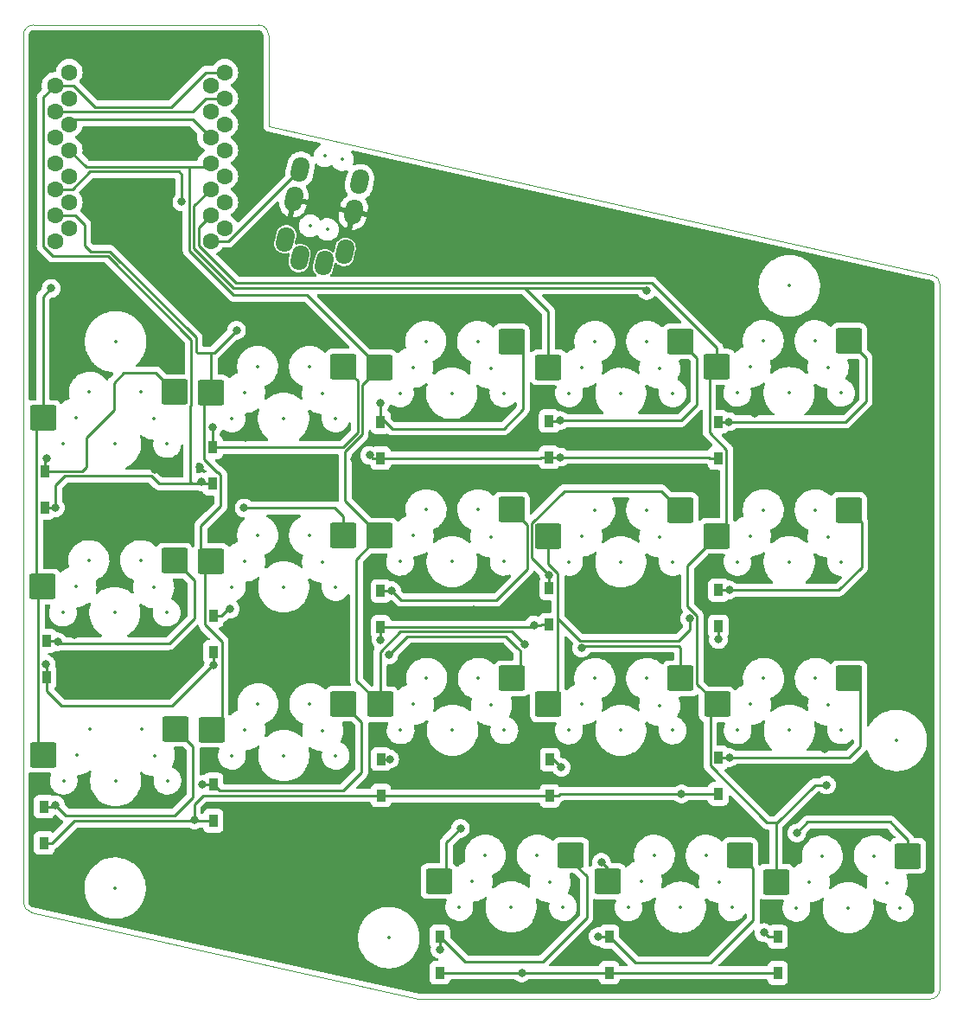
<source format=gbr>
%TF.GenerationSoftware,KiCad,Pcbnew,(6.0.6)*%
%TF.CreationDate,2022-11-27T23:56:06+09:00*%
%TF.ProjectId,split-mini,73706c69-742d-46d6-996e-692e6b696361,rev?*%
%TF.SameCoordinates,Original*%
%TF.FileFunction,Copper,L2,Bot*%
%TF.FilePolarity,Positive*%
%FSLAX46Y46*%
G04 Gerber Fmt 4.6, Leading zero omitted, Abs format (unit mm)*
G04 Created by KiCad (PCBNEW (6.0.6)) date 2022-11-27 23:56:06*
%MOMM*%
%LPD*%
G01*
G04 APERTURE LIST*
G04 Aperture macros list*
%AMRoundRect*
0 Rectangle with rounded corners*
0 $1 Rounding radius*
0 $2 $3 $4 $5 $6 $7 $8 $9 X,Y pos of 4 corners*
0 Add a 4 corners polygon primitive as box body*
4,1,4,$2,$3,$4,$5,$6,$7,$8,$9,$2,$3,0*
0 Add four circle primitives for the rounded corners*
1,1,$1+$1,$2,$3*
1,1,$1+$1,$4,$5*
1,1,$1+$1,$6,$7*
1,1,$1+$1,$8,$9*
0 Add four rect primitives between the rounded corners*
20,1,$1+$1,$2,$3,$4,$5,0*
20,1,$1+$1,$4,$5,$6,$7,0*
20,1,$1+$1,$6,$7,$8,$9,0*
20,1,$1+$1,$8,$9,$2,$3,0*%
%AMHorizOval*
0 Thick line with rounded ends*
0 $1 width*
0 $2 $3 position (X,Y) of the first rounded end (center of the circle)*
0 $4 $5 position (X,Y) of the second rounded end (center of the circle)*
0 Add line between two ends*
20,1,$1,$2,$3,$4,$5,0*
0 Add two circle primitives to create the rounded ends*
1,1,$1,$2,$3*
1,1,$1,$4,$5*%
G04 Aperture macros list end*
%TA.AperFunction,Profile*%
%ADD10C,0.100000*%
%TD*%
%TA.AperFunction,SMDPad,CuDef*%
%ADD11R,0.950000X1.300000*%
%TD*%
%TA.AperFunction,SMDPad,CuDef*%
%ADD12RoundRect,0.200000X-1.075000X-1.050000X1.075000X-1.050000X1.075000X1.050000X-1.075000X1.050000X0*%
%TD*%
%TA.AperFunction,ComponentPad*%
%ADD13HorizOval,1.700000X-0.083165X-0.391259X0.083165X0.391259X0*%
%TD*%
%TA.AperFunction,ComponentPad*%
%ADD14C,1.600000*%
%TD*%
%TA.AperFunction,ViaPad*%
%ADD15C,0.800000*%
%TD*%
%TA.AperFunction,Conductor*%
%ADD16C,0.250000*%
%TD*%
%ADD17C,0.350000*%
%ADD18HorizOval,1.000000X-0.051978X-0.244537X0.051978X0.244537X0*%
G04 APERTURE END LIST*
D10*
X113700000Y-47980000D02*
X48706692Y-33440758D01*
X114481692Y-117888869D02*
X114481692Y-48955880D01*
X25706692Y-23513892D02*
G75*
G03*
X24706692Y-24513869I8J-1000008D01*
G01*
X113481692Y-118888892D02*
G75*
G03*
X114481692Y-117888869I8J999992D01*
G01*
X114481737Y-48955880D02*
G75*
G03*
X113700000Y-47980000I-1000137J-120D01*
G01*
X63592178Y-118888869D02*
X113481692Y-118888869D01*
X25488384Y-110389626D02*
X63373870Y-118864748D01*
X63373868Y-118864755D02*
G75*
G03*
X63592178Y-118888869I218232J975455D01*
G01*
X24706692Y-24513869D02*
X24706692Y-109413746D01*
X24706653Y-109413746D02*
G75*
G03*
X25488384Y-110389626I1000047J46D01*
G01*
X47706692Y-23513869D02*
X25706692Y-23513869D01*
X48706731Y-24513869D02*
G75*
G03*
X47706692Y-23513869I-1000031J-31D01*
G01*
X48706692Y-24513869D02*
X48706692Y-33440758D01*
D11*
%TO.P,D7,1,K*%
%TO.N,row1*%
X43310000Y-84915000D03*
%TO.P,D7,2,A*%
%TO.N,Net-(D7-Pad2)*%
X43310000Y-81365000D03*
%TD*%
D12*
%TO.P,SW6,1,1*%
%TO.N,col0*%
X26565000Y-78510000D03*
%TO.P,SW6,2,2*%
%TO.N,Net-(D6-Pad2)*%
X39492000Y-75970000D03*
%TD*%
%TO.P,SW11,1,1*%
%TO.N,col0*%
X26635000Y-94960000D03*
%TO.P,SW11,2,2*%
%TO.N,Net-(D11-Pad2)*%
X39562000Y-92420000D03*
%TD*%
D11*
%TO.P,D6,1,K*%
%TO.N,row1*%
X26960000Y-87355000D03*
%TO.P,D6,2,A*%
%TO.N,Net-(D6-Pad2)*%
X26960000Y-83805000D03*
%TD*%
D12*
%TO.P,SW9,1,1*%
%TO.N,col3*%
X76125000Y-73550000D03*
%TO.P,SW9,2,2*%
%TO.N,Net-(D9-Pad2)*%
X89052000Y-71010000D03*
%TD*%
%TO.P,SW3,1,1*%
%TO.N,col2*%
X59565000Y-57050000D03*
%TO.P,SW3,2,2*%
%TO.N,Net-(D3-Pad2)*%
X72492000Y-54510000D03*
%TD*%
D11*
%TO.P,D9,1,K*%
%TO.N,row1*%
X76210000Y-82235000D03*
%TO.P,D9,2,A*%
%TO.N,Net-(D9-Pad2)*%
X76210000Y-78685000D03*
%TD*%
%TO.P,D16,1,K*%
%TO.N,row3*%
X65500000Y-116305000D03*
%TO.P,D16,2,A*%
%TO.N,Net-(D16-Pad2)*%
X65500000Y-112755000D03*
%TD*%
%TO.P,D11,1,K*%
%TO.N,row2*%
X26730000Y-103605000D03*
%TO.P,D11,2,A*%
%TO.N,Net-(D11-Pad2)*%
X26730000Y-100055000D03*
%TD*%
%TO.P,D14,1,K*%
%TO.N,row2*%
X76270000Y-99005000D03*
%TO.P,D14,2,A*%
%TO.N,Net-(D14-Pad2)*%
X76270000Y-95455000D03*
%TD*%
%TO.P,D17,1,K*%
%TO.N,row3*%
X82080000Y-116315000D03*
%TO.P,D17,2,A*%
%TO.N,Net-(D17-Pad2)*%
X82080000Y-112765000D03*
%TD*%
D12*
%TO.P,SW5,1,1*%
%TO.N,col4*%
X92615000Y-56980000D03*
%TO.P,SW5,2,2*%
%TO.N,Net-(D5-Pad2)*%
X105542000Y-54440000D03*
%TD*%
%TO.P,SW15,1,1*%
%TO.N,col4*%
X92645000Y-90030000D03*
%TO.P,SW15,2,2*%
%TO.N,Net-(D15-Pad2)*%
X105572000Y-87490000D03*
%TD*%
D11*
%TO.P,D13,1,K*%
%TO.N,row2*%
X59720000Y-98945000D03*
%TO.P,D13,2,A*%
%TO.N,Net-(D13-Pad2)*%
X59720000Y-95395000D03*
%TD*%
D12*
%TO.P,SW7,1,1*%
%TO.N,col1*%
X43105000Y-76010000D03*
%TO.P,SW7,2,2*%
%TO.N,Net-(D7-Pad2)*%
X56032000Y-73470000D03*
%TD*%
D11*
%TO.P,D1,1,K*%
%TO.N,row0*%
X26770000Y-70785000D03*
%TO.P,D1,2,A*%
%TO.N,Net-(D1-Pad2)*%
X26770000Y-67235000D03*
%TD*%
D12*
%TO.P,SW16,1,1*%
%TO.N,col2*%
X65385000Y-107330000D03*
%TO.P,SW16,2,2*%
%TO.N,Net-(D16-Pad2)*%
X78312000Y-104790000D03*
%TD*%
D11*
%TO.P,D18,1,K*%
%TO.N,row3*%
X98580000Y-116335000D03*
%TO.P,D18,2,A*%
%TO.N,Net-(D18-Pad2)*%
X98580000Y-112785000D03*
%TD*%
%TO.P,D4,1,K*%
%TO.N,row0*%
X76180000Y-65845000D03*
%TO.P,D4,2,A*%
%TO.N,Net-(D4-Pad2)*%
X76180000Y-62295000D03*
%TD*%
%TO.P,D10,1,K*%
%TO.N,row1*%
X92770000Y-82415000D03*
%TO.P,D10,2,A*%
%TO.N,Net-(D10-Pad2)*%
X92770000Y-78865000D03*
%TD*%
D12*
%TO.P,SW18,1,1*%
%TO.N,col4*%
X98405000Y-107400000D03*
%TO.P,SW18,2,2*%
%TO.N,Net-(D18-Pad2)*%
X111332000Y-104860000D03*
%TD*%
D13*
%TO.P,J1,A*%
%TO.N,unconnected-(J1-PadA)*%
X54151894Y-46848211D03*
X51755432Y-46338827D03*
%TO.P,J1,B*%
%TO.N,data*%
X57630901Y-38897802D03*
X51810923Y-37660727D03*
%TO.P,J1,C*%
%TO.N,GND*%
X57007166Y-41832244D03*
X51187188Y-40595170D03*
%TO.P,J1,D*%
%TO.N,VCC*%
X56175520Y-45744835D03*
X50355541Y-44507760D03*
%TD*%
D11*
%TO.P,D3,1,K*%
%TO.N,row0*%
X59690000Y-65935000D03*
%TO.P,D3,2,A*%
%TO.N,Net-(D3-Pad2)*%
X59690000Y-62385000D03*
%TD*%
D12*
%TO.P,SW8,1,1*%
%TO.N,col2*%
X59595000Y-73530000D03*
%TO.P,SW8,2,2*%
%TO.N,Net-(D8-Pad2)*%
X72522000Y-70990000D03*
%TD*%
%TO.P,SW17,1,1*%
%TO.N,col3*%
X81955000Y-107360000D03*
%TO.P,SW17,2,2*%
%TO.N,Net-(D17-Pad2)*%
X94882000Y-104820000D03*
%TD*%
D14*
%TO.P,U1,1,GP26*%
%TO.N,row0*%
X27792500Y-29454000D03*
X44425000Y-28155000D03*
%TO.P,U1,2,GP27*%
%TO.N,row1*%
X44425000Y-30695000D03*
X27792500Y-31994000D03*
%TO.P,U1,3,GP28*%
%TO.N,row2*%
X44425000Y-33235000D03*
X27792500Y-34534000D03*
%TO.P,U1,4,GP29*%
%TO.N,row3*%
X27792500Y-37074000D03*
X44425000Y-35775000D03*
%TO.P,U1,5,GP6_SDA*%
%TO.N,col0*%
X44425000Y-38315000D03*
X27792500Y-39614000D03*
%TO.P,U1,6,GP7_SCL*%
%TO.N,col1*%
X44425000Y-40855000D03*
X27792500Y-42154000D03*
%TO.P,U1,7,GP0_TX*%
%TO.N,unconnected-(U1-Pad7)*%
X44425000Y-43395000D03*
X27792500Y-44694000D03*
%TO.P,U1,8,GP1_RX*%
%TO.N,data*%
X43027500Y-44694000D03*
X29190000Y-43395000D03*
%TO.P,U1,9,GP2*%
%TO.N,col4*%
X43027500Y-42154000D03*
X29190000Y-40855000D03*
%TO.P,U1,10,GP4*%
%TO.N,col3*%
X29190000Y-38315000D03*
X43027500Y-39614000D03*
%TO.P,U1,11,GP3*%
%TO.N,col2*%
X43027500Y-37074000D03*
X29190000Y-35775000D03*
%TO.P,U1,12,3V3*%
%TO.N,unconnected-(U1-Pad12)*%
X43027500Y-34534000D03*
X29190000Y-33235000D03*
%TO.P,U1,13,GND*%
%TO.N,GND*%
X29190000Y-30695000D03*
X43027500Y-31994000D03*
%TO.P,U1,14,5V*%
%TO.N,VCC*%
X43027500Y-29454000D03*
X29190000Y-28155000D03*
%TD*%
D12*
%TO.P,SW10,1,1*%
%TO.N,col4*%
X92625000Y-73540000D03*
%TO.P,SW10,2,2*%
%TO.N,Net-(D10-Pad2)*%
X105552000Y-71000000D03*
%TD*%
D11*
%TO.P,D15,1,K*%
%TO.N,row2*%
X92770000Y-98795000D03*
%TO.P,D15,2,A*%
%TO.N,Net-(D15-Pad2)*%
X92770000Y-95245000D03*
%TD*%
D12*
%TO.P,SW2,1,1*%
%TO.N,col1*%
X43095000Y-59500000D03*
%TO.P,SW2,2,2*%
%TO.N,Net-(D2-Pad2)*%
X56022000Y-56960000D03*
%TD*%
%TO.P,SW13,1,1*%
%TO.N,col2*%
X59645000Y-90030000D03*
%TO.P,SW13,2,2*%
%TO.N,Net-(D13-Pad2)*%
X72572000Y-87490000D03*
%TD*%
%TO.P,SW12,1,1*%
%TO.N,col1*%
X43125000Y-92510000D03*
%TO.P,SW12,2,2*%
%TO.N,Net-(D12-Pad2)*%
X56052000Y-89970000D03*
%TD*%
%TO.P,SW14,1,1*%
%TO.N,col3*%
X76125000Y-90040000D03*
%TO.P,SW14,2,2*%
%TO.N,Net-(D14-Pad2)*%
X89052000Y-87500000D03*
%TD*%
%TO.P,SW1,1,1*%
%TO.N,col0*%
X26625000Y-62010000D03*
%TO.P,SW1,2,2*%
%TO.N,Net-(D1-Pad2)*%
X39552000Y-59470000D03*
%TD*%
D11*
%TO.P,D5,1,K*%
%TO.N,row0*%
X92730000Y-65925000D03*
%TO.P,D5,2,A*%
%TO.N,Net-(D5-Pad2)*%
X92730000Y-62375000D03*
%TD*%
%TO.P,D8,1,K*%
%TO.N,row1*%
X59700000Y-82475000D03*
%TO.P,D8,2,A*%
%TO.N,Net-(D8-Pad2)*%
X59700000Y-78925000D03*
%TD*%
D12*
%TO.P,SW4,1,1*%
%TO.N,col3*%
X76125000Y-57040000D03*
%TO.P,SW4,2,2*%
%TO.N,Net-(D4-Pad2)*%
X89052000Y-54500000D03*
%TD*%
D11*
%TO.P,D2,1,K*%
%TO.N,row0*%
X43240000Y-68415000D03*
%TO.P,D2,2,A*%
%TO.N,Net-(D2-Pad2)*%
X43240000Y-64865000D03*
%TD*%
%TO.P,D12,1,K*%
%TO.N,row2*%
X43310000Y-101435000D03*
%TO.P,D12,2,A*%
%TO.N,Net-(D12-Pad2)*%
X43310000Y-97885000D03*
%TD*%
D15*
%TO.N,row0*%
X42161000Y-68242500D03*
X77288900Y-65845000D03*
X27852700Y-70785000D03*
X58608100Y-65653400D03*
%TO.N,Net-(D1-Pad2)*%
X27003900Y-65975900D03*
%TO.N,Net-(D2-Pad2)*%
X43275000Y-62900000D03*
%TO.N,Net-(D3-Pad2)*%
X59690000Y-60494700D03*
%TO.N,Net-(D4-Pad2)*%
X77268600Y-62245400D03*
%TO.N,Net-(D5-Pad2)*%
X93814000Y-62375000D03*
%TO.N,Net-(D6-Pad2)*%
X28062200Y-83905100D03*
%TO.N,Net-(D7-Pad2)*%
X46310000Y-70810000D03*
X44957700Y-80701600D03*
%TO.N,Net-(D8-Pad2)*%
X60777200Y-78907400D03*
%TO.N,Net-(D9-Pad2)*%
X76139100Y-77349000D03*
%TO.N,Net-(D10-Pad2)*%
X93852100Y-78833600D03*
%TO.N,row1*%
X59700000Y-83726700D03*
X74701400Y-82266600D03*
X26894700Y-86072300D03*
X43310000Y-86230700D03*
X92770000Y-83682800D03*
%TO.N,Net-(D11-Pad2)*%
X27861900Y-99891200D03*
%TO.N,Net-(D12-Pad2)*%
X42226200Y-97885000D03*
%TO.N,Net-(D13-Pad2)*%
X60500000Y-85200000D03*
X60579000Y-95395000D03*
%TO.N,Net-(D14-Pad2)*%
X77373600Y-96196300D03*
X79380000Y-84520000D03*
%TO.N,Net-(D15-Pad2)*%
X93867200Y-95245000D03*
%TO.N,Net-(D16-Pad2)*%
X65500000Y-114024600D03*
%TO.N,Net-(D17-Pad2)*%
X80986400Y-112765000D03*
%TO.N,Net-(D18-Pad2)*%
X97230000Y-112370000D03*
X100450000Y-102630000D03*
%TO.N,row2*%
X89154700Y-98795000D03*
X41450000Y-101350000D03*
%TO.N,row3*%
X73506700Y-116315000D03*
%TO.N,GND*%
X30225000Y-98900000D03*
X101675000Y-64800000D03*
X69250000Y-64150000D03*
X103000000Y-60575000D03*
X53500000Y-63600000D03*
X36100000Y-70100000D03*
X37600000Y-67025000D03*
X29675000Y-83250000D03*
X58561671Y-81067675D03*
X74950000Y-79975000D03*
X64775000Y-96400000D03*
X48475000Y-104625000D03*
X83625000Y-85700000D03*
X103150000Y-94425000D03*
X30025000Y-85725000D03*
X41975000Y-70500000D03*
X71225000Y-67450000D03*
X96350000Y-61525000D03*
X41700000Y-48675000D03*
X46450000Y-63950000D03*
X44850000Y-46200000D03*
X83275000Y-72725000D03*
X53350000Y-97050000D03*
X82625000Y-96625000D03*
X31600000Y-49800000D03*
X29425000Y-56950000D03*
X102575000Y-77350000D03*
X86800000Y-60900000D03*
X51600000Y-67075000D03*
X29625000Y-68975000D03*
X90850000Y-78875000D03*
X88300000Y-67800000D03*
X37125000Y-83025000D03*
X57150000Y-66025000D03*
X37350000Y-26225000D03*
X68826917Y-80745070D03*
X41925000Y-83700000D03*
X86125000Y-80325000D03*
X57925000Y-68550000D03*
X100850000Y-80675000D03*
X35600000Y-39825000D03*
X82975000Y-82725000D03*
X69775000Y-77950000D03*
X36400000Y-86025000D03*
X37225000Y-44150000D03*
X85325000Y-112600000D03*
X47375000Y-47575000D03*
X66100000Y-52075000D03*
X54475000Y-81500000D03*
X63375000Y-61900000D03*
X66275000Y-100950000D03*
X96575000Y-93525000D03*
X83300000Y-56750000D03*
X66425000Y-84950000D03*
X96250000Y-77675000D03*
X50300000Y-75125000D03*
X41975000Y-66800000D03*
X36925000Y-29700000D03*
X36150000Y-34950000D03*
X98775000Y-97800000D03*
%TO.N,col0*%
X27419600Y-49298700D03*
X40217900Y-40850500D03*
%TO.N,col1*%
X45581200Y-53413200D03*
%TO.N,col2*%
X67510000Y-102180000D03*
X73780000Y-84180000D03*
%TO.N,col3*%
X85750000Y-49523900D03*
X81320700Y-105493000D03*
X89938900Y-81629800D03*
%TO.N,col4*%
X103350000Y-97920000D03*
%TD*%
D16*
%TO.N,row0*%
X58889700Y-65935000D02*
X59690000Y-65935000D01*
X92730000Y-65925000D02*
X91929700Y-65925000D01*
X26770000Y-70785000D02*
X27457700Y-70785000D01*
X75779900Y-65845000D02*
X76180000Y-65845000D01*
X31719000Y-31544000D02*
X39181000Y-31544000D01*
X37234695Y-67685000D02*
X37964695Y-68415000D01*
X26642300Y-30604200D02*
X27792500Y-29454000D01*
X37964695Y-68415000D02*
X41186300Y-68415000D01*
X75289700Y-65935000D02*
X75379700Y-65845000D01*
X41152000Y-54317696D02*
X32968704Y-46134400D01*
X27852700Y-68597300D02*
X28765000Y-67685000D01*
X41025000Y-68253700D02*
X41025000Y-60864462D01*
X27457700Y-70785000D02*
X27852700Y-70785000D01*
X39181000Y-31544000D02*
X42570000Y-28155000D01*
X42267200Y-68242500D02*
X42439700Y-68415000D01*
X91929700Y-65925000D02*
X91849700Y-65845000D01*
X43240000Y-68415000D02*
X42439700Y-68415000D01*
X27575800Y-46134400D02*
X26642300Y-45200900D01*
X41186300Y-68415000D02*
X41025000Y-68253700D01*
X29629000Y-29454000D02*
X31719000Y-31544000D01*
X32968704Y-46134400D02*
X27575800Y-46134400D01*
X58608100Y-65653400D02*
X58889700Y-65935000D01*
X27792500Y-29454000D02*
X29629000Y-29454000D01*
X75779900Y-65845000D02*
X75379700Y-65845000D01*
X28765000Y-67685000D02*
X37234695Y-67685000D01*
X41152000Y-60737462D02*
X41152000Y-54317696D01*
X26642300Y-45200900D02*
X26642300Y-30604200D01*
X42570000Y-28155000D02*
X44425000Y-28155000D01*
X41186300Y-68415000D02*
X42439700Y-68415000D01*
X91849700Y-65845000D02*
X77288900Y-65845000D01*
X59690000Y-65935000D02*
X75289700Y-65935000D01*
X42161000Y-68242500D02*
X42267200Y-68242500D01*
X27852700Y-70785000D02*
X27852700Y-68597300D01*
X77288900Y-65845000D02*
X76180000Y-65845000D01*
X41025000Y-60864462D02*
X41152000Y-60737462D01*
%TO.N,Net-(D1-Pad2)*%
X33560000Y-61200000D02*
X30850000Y-63910000D01*
X30850000Y-63910000D02*
X30871470Y-63931470D01*
X39552000Y-59470000D02*
X37675700Y-57593700D01*
X30871470Y-63931470D02*
X30871470Y-66778530D01*
X34516300Y-57593700D02*
X33560000Y-58550000D01*
X37675700Y-57593700D02*
X34516300Y-57593700D01*
X26770000Y-66259700D02*
X27003900Y-66025800D01*
X27003900Y-66025800D02*
X27003900Y-65975900D01*
X33560000Y-58550000D02*
X33560000Y-61200000D01*
X26770000Y-67235000D02*
X26770000Y-66259700D01*
X30415000Y-67235000D02*
X26770000Y-67235000D01*
X30871470Y-66778530D02*
X30415000Y-67235000D01*
%TO.N,Net-(D2-Pad2)*%
X43275000Y-62900000D02*
X43275000Y-64830000D01*
X43240000Y-64865000D02*
X55995000Y-64865000D01*
X57424700Y-58362700D02*
X56022000Y-56960000D01*
X57424700Y-63435300D02*
X57424700Y-58362700D01*
X43275000Y-64830000D02*
X43240000Y-64865000D01*
X55995000Y-64865000D02*
X57424700Y-63435300D01*
%TO.N,Net-(D3-Pad2)*%
X59690000Y-62385000D02*
X59690000Y-61924500D01*
X71737371Y-63050000D02*
X73640000Y-61147371D01*
X59690000Y-61924500D02*
X60815500Y-63050000D01*
X59690000Y-61924500D02*
X59690000Y-60494700D01*
X73640000Y-61147371D02*
X73640000Y-55658000D01*
X73640000Y-55658000D02*
X72492000Y-54510000D01*
X60815500Y-63050000D02*
X71737371Y-63050000D01*
%TO.N,Net-(D4-Pad2)*%
X77219000Y-62295000D02*
X77268600Y-62245400D01*
X77268600Y-62245400D02*
X89114600Y-62245400D01*
X90650000Y-60710000D02*
X90650000Y-56098000D01*
X90650000Y-56098000D02*
X89052000Y-54500000D01*
X89114600Y-62245400D02*
X90650000Y-60710000D01*
X76180000Y-62295000D02*
X77219000Y-62295000D01*
%TO.N,Net-(D5-Pad2)*%
X93130200Y-62375000D02*
X93814000Y-62375000D01*
X105542000Y-54440000D02*
X107220000Y-56118000D01*
X105235000Y-62375000D02*
X93814000Y-62375000D01*
X107220000Y-60390000D02*
X105235000Y-62375000D01*
X92730000Y-62375000D02*
X93130200Y-62375000D01*
X107220000Y-56118000D02*
X107220000Y-60390000D01*
%TO.N,Net-(D6-Pad2)*%
X39492000Y-75970000D02*
X41420000Y-77898000D01*
X41420000Y-81620000D02*
X38965000Y-84075000D01*
X38965000Y-84075000D02*
X28232100Y-84075000D01*
X41420000Y-77898000D02*
X41420000Y-81620000D01*
X28232100Y-84075000D02*
X28062200Y-83905100D01*
X26960000Y-83805000D02*
X27760300Y-83805000D01*
X27760300Y-83805000D02*
X27962100Y-83805000D01*
X27962100Y-83805000D02*
X28062200Y-83905100D01*
%TO.N,Net-(D7-Pad2)*%
X44110300Y-81365000D02*
X44773700Y-80701600D01*
X43310000Y-81365000D02*
X44110300Y-81365000D01*
X44773700Y-80701600D02*
X44957700Y-80701600D01*
X56032000Y-71632000D02*
X56032000Y-73470000D01*
X55210000Y-70810000D02*
X56032000Y-71632000D01*
X44957700Y-80456300D02*
X44957700Y-80701600D01*
X46310000Y-70810000D02*
X55210000Y-70810000D01*
%TO.N,Net-(D8-Pad2)*%
X59700000Y-78925000D02*
X60500300Y-78925000D01*
X60777200Y-78907400D02*
X61694800Y-79825000D01*
X61694800Y-79825000D02*
X71025000Y-79825000D01*
X74028300Y-72496300D02*
X72522000Y-70990000D01*
X74028300Y-76821700D02*
X74028300Y-72496300D01*
X60759600Y-78925000D02*
X60777200Y-78907400D01*
X71025000Y-79825000D02*
X74028300Y-76821700D01*
X60500300Y-78925000D02*
X60759600Y-78925000D01*
%TO.N,Net-(D9-Pad2)*%
X76139100Y-77638800D02*
X76139100Y-77349000D01*
X74478300Y-72326200D02*
X77673000Y-69131500D01*
X76139100Y-77349000D02*
X74478300Y-75688200D01*
X76210000Y-78685000D02*
X76210000Y-77709700D01*
X76210000Y-77709700D02*
X76139100Y-77638800D01*
X74478300Y-75688200D02*
X74478300Y-72326200D01*
X87173500Y-69131500D02*
X89052000Y-71010000D01*
X77673000Y-69131500D02*
X87173500Y-69131500D01*
%TO.N,Net-(D10-Pad2)*%
X93570300Y-78865000D02*
X93820700Y-78865000D01*
X106780000Y-76620000D02*
X104566400Y-78833600D01*
X104566400Y-78833600D02*
X93852100Y-78833600D01*
X106780000Y-72228000D02*
X106780000Y-76620000D01*
X92770000Y-78865000D02*
X93570300Y-78865000D01*
X93820700Y-78865000D02*
X93852100Y-78833600D01*
X105552000Y-71000000D02*
X106780000Y-72228000D01*
%TO.N,row1*%
X59700000Y-82475000D02*
X74493000Y-82475000D01*
X42580000Y-30695000D02*
X41281000Y-31994000D01*
X74701400Y-82266600D02*
X75378100Y-82266600D01*
X28425000Y-90175000D02*
X26960000Y-88710000D01*
X74493000Y-82475000D02*
X74701400Y-82266600D01*
X26960000Y-88710000D02*
X26960000Y-86137600D01*
X26894700Y-86072300D02*
X26960000Y-86137600D01*
X92770000Y-82415000D02*
X92770000Y-83682800D01*
X43310000Y-86137600D02*
X43310000Y-84915000D01*
X39272600Y-90175000D02*
X28425000Y-90175000D01*
X43310000Y-86230700D02*
X43310000Y-86137600D01*
X75378100Y-82266600D02*
X75409700Y-82235000D01*
X76210000Y-82235000D02*
X75409700Y-82235000D01*
X44425000Y-30695000D02*
X42580000Y-30695000D01*
X59700000Y-82475000D02*
X59700000Y-83726700D01*
X43310000Y-86137600D02*
X39272600Y-90175000D01*
X41281000Y-31994000D02*
X27792500Y-31994000D01*
X26960000Y-86137600D02*
X26960000Y-87355000D01*
%TO.N,Net-(D11-Pad2)*%
X41300000Y-94158000D02*
X41300000Y-99150000D01*
X41300000Y-99150000D02*
X39550000Y-100900000D01*
X39562000Y-92420000D02*
X41300000Y-94158000D01*
X28870700Y-100900000D02*
X27861900Y-99891200D01*
X27698100Y-100055000D02*
X27530300Y-100055000D01*
X26730000Y-100055000D02*
X27530300Y-100055000D01*
X27861900Y-99891200D02*
X27698100Y-100055000D01*
X39550000Y-100900000D02*
X28870700Y-100900000D01*
%TO.N,Net-(D12-Pad2)*%
X57830000Y-96680000D02*
X56015000Y-98495000D01*
X43310000Y-97885000D02*
X42226200Y-97885000D01*
X43920000Y-98495000D02*
X43310000Y-97885000D01*
X56015000Y-98495000D02*
X43920000Y-98495000D01*
X57830000Y-91748000D02*
X57830000Y-96680000D01*
X56052000Y-89970000D02*
X57830000Y-91748000D01*
%TO.N,Net-(D13-Pad2)*%
X60500000Y-85200000D02*
X62325000Y-83375000D01*
X60579000Y-95395000D02*
X59720000Y-95395000D01*
X71975000Y-83375000D02*
X73055000Y-84455000D01*
X62325000Y-83375000D02*
X71975000Y-83375000D01*
X73350000Y-86712000D02*
X72572000Y-87490000D01*
X73055000Y-84455000D02*
X73055000Y-84480305D01*
X73350000Y-84775305D02*
X73350000Y-86712000D01*
X73055000Y-84480305D02*
X73350000Y-84775305D01*
%TO.N,Net-(D14-Pad2)*%
X88875000Y-84300000D02*
X79600000Y-84300000D01*
X89052000Y-84477000D02*
X88875000Y-84300000D01*
X76632300Y-95455000D02*
X77373600Y-96196300D01*
X79600000Y-84300000D02*
X79380000Y-84520000D01*
X89052000Y-87500000D02*
X89052000Y-84477000D01*
X76270000Y-95455000D02*
X76632300Y-95455000D01*
%TO.N,Net-(D15-Pad2)*%
X106670000Y-88588000D02*
X106670000Y-94150000D01*
X105572000Y-87490000D02*
X106670000Y-88588000D01*
X106670000Y-94150000D02*
X105575000Y-95245000D01*
X93867200Y-95245000D02*
X92770000Y-95245000D01*
X105575000Y-95245000D02*
X93867200Y-95245000D01*
%TO.N,Net-(D16-Pad2)*%
X65500000Y-112755000D02*
X65500000Y-114024600D01*
X78312000Y-104790000D02*
X78758400Y-105236400D01*
X78312000Y-105332000D02*
X79870000Y-106890000D01*
X78312000Y-104790000D02*
X78312000Y-105332000D01*
X79870000Y-106890000D02*
X79870000Y-110910000D01*
X67975000Y-115230000D02*
X65500000Y-112755000D01*
X79870000Y-110910000D02*
X75550000Y-115230000D01*
X75550000Y-115230000D02*
X67975000Y-115230000D01*
%TO.N,Net-(D17-Pad2)*%
X92040000Y-115340000D02*
X84655000Y-115340000D01*
X82080000Y-112765000D02*
X81279700Y-112765000D01*
X94882000Y-104820000D02*
X96190000Y-106128000D01*
X84655000Y-115340000D02*
X82080000Y-112765000D01*
X96190000Y-106128000D02*
X96190000Y-111190000D01*
X81279700Y-112765000D02*
X80986400Y-112765000D01*
X96190000Y-111190000D02*
X92040000Y-115340000D01*
%TO.N,Net-(D18-Pad2)*%
X110150000Y-102120000D02*
X109580000Y-101550000D01*
X109580000Y-101550000D02*
X101530000Y-101550000D01*
X97230000Y-112370000D02*
X97640000Y-112780000D01*
X98575000Y-112780000D02*
X98580000Y-112785000D01*
X97640000Y-112780000D02*
X98575000Y-112780000D01*
X111332000Y-103302000D02*
X110150000Y-102120000D01*
X111332000Y-104860000D02*
X111332000Y-103302000D01*
X101530000Y-101550000D02*
X100450000Y-102630000D01*
%TO.N,row2*%
X41535000Y-101435000D02*
X43310000Y-101435000D01*
X77280300Y-98795000D02*
X89154700Y-98795000D01*
X89154700Y-98795000D02*
X92770000Y-98795000D01*
X77070300Y-99005000D02*
X77280300Y-98795000D01*
X41450000Y-101350000D02*
X41535000Y-101435000D01*
X76670200Y-99005000D02*
X77070300Y-99005000D01*
X76270000Y-99005000D02*
X59780000Y-99005000D01*
X26730000Y-103605000D02*
X27530300Y-103605000D01*
X76270000Y-99005000D02*
X76670200Y-99005000D01*
X59780000Y-99005000D02*
X59720000Y-98945000D01*
X29700300Y-101435000D02*
X27530300Y-103605000D01*
X41450000Y-99800000D02*
X42305000Y-98945000D01*
X42305000Y-98945000D02*
X59720000Y-98945000D01*
X41450000Y-101350000D02*
X41450000Y-99800000D01*
X43310000Y-101435000D02*
X29700300Y-101435000D01*
%TO.N,row3*%
X82080000Y-116315000D02*
X97759700Y-116315000D01*
X97759700Y-116315000D02*
X97779700Y-116335000D01*
X73506700Y-116315000D02*
X82080000Y-116315000D01*
X66310300Y-116315000D02*
X66300300Y-116305000D01*
X65500000Y-116305000D02*
X66300300Y-116305000D01*
X73506700Y-116315000D02*
X66310300Y-116315000D01*
X98580000Y-116335000D02*
X97779700Y-116335000D01*
%TO.N,data*%
X51810900Y-37660700D02*
X44777600Y-44694000D01*
X44777600Y-44694000D02*
X43027500Y-44694000D01*
%TO.N,col0*%
X26625000Y-50093300D02*
X26625000Y-62010000D01*
X26138600Y-94463600D02*
X26138600Y-78936400D01*
X25969600Y-62665400D02*
X25969600Y-77914600D01*
X27419600Y-49298700D02*
X26625000Y-50093300D01*
X25969600Y-77914600D02*
X26565000Y-78510000D01*
X26635000Y-94960000D02*
X26138600Y-94463600D01*
X40217900Y-40850500D02*
X40217900Y-38142900D01*
X39947400Y-37872400D02*
X31223591Y-37872400D01*
X40217900Y-38142900D02*
X39947400Y-37872400D01*
X26138600Y-78936400D02*
X26565000Y-78510000D01*
X26625000Y-62010000D02*
X25969600Y-62665400D01*
X31223591Y-37872400D02*
X29481991Y-39614000D01*
X29481991Y-39614000D02*
X27792500Y-39614000D01*
%TO.N,col1*%
X29754000Y-42154000D02*
X30700000Y-43100000D01*
X43662100Y-67295000D02*
X43756800Y-67295000D01*
X41602000Y-55477000D02*
X41749300Y-55624300D01*
X44144200Y-91490800D02*
X44144200Y-86656500D01*
X43095000Y-55624300D02*
X43095000Y-59500000D01*
X42060000Y-72570000D02*
X42060000Y-74965000D01*
X31259400Y-45684400D02*
X33155100Y-45684400D01*
X30700000Y-43100000D02*
X30700000Y-45125000D01*
X27792500Y-42154000D02*
X29754000Y-42154000D01*
X44152400Y-86047300D02*
X44144200Y-86039100D01*
X44040400Y-70589600D02*
X42060000Y-72570000D01*
X43756800Y-67295000D02*
X44040400Y-67578600D01*
X43370100Y-55624300D02*
X45581200Y-53413200D01*
X44152400Y-86648300D02*
X44152400Y-86047300D01*
X42509600Y-82230400D02*
X42509600Y-76605400D01*
X44040400Y-67578600D02*
X44040400Y-70589600D01*
X42411500Y-66044400D02*
X43662100Y-67295000D01*
X44144200Y-86656500D02*
X44152400Y-86648300D01*
X41749300Y-55624300D02*
X43095000Y-55624300D01*
X43095000Y-59500000D02*
X42411500Y-60183500D01*
X42060000Y-74965000D02*
X43105000Y-76010000D01*
X42509600Y-76605400D02*
X43105000Y-76010000D01*
X44144200Y-83865000D02*
X42509600Y-82230400D01*
X41602000Y-54131300D02*
X41602000Y-55477000D01*
X30700000Y-45125000D02*
X31259400Y-45684400D01*
X44144200Y-86039100D02*
X44144200Y-83865000D01*
X33155100Y-45684400D02*
X41602000Y-54131300D01*
X42411500Y-60183500D02*
X42411500Y-66044400D01*
X43125000Y-92510000D02*
X44144200Y-91490800D01*
X43095000Y-55624300D02*
X43370100Y-55624300D01*
%TO.N,col2*%
X40942400Y-37422400D02*
X30837400Y-37422400D01*
X67510000Y-102180000D02*
X66130000Y-103560000D01*
X45299600Y-49975000D02*
X40942400Y-45617800D01*
X59645000Y-90030000D02*
X59645000Y-84880000D01*
X59645000Y-90030000D02*
X58919600Y-90755400D01*
X57874700Y-58740300D02*
X57874700Y-63621696D01*
X42679100Y-37422400D02*
X40942400Y-37422400D01*
X56200000Y-65296396D02*
X56200000Y-70135000D01*
X30837400Y-37422400D02*
X29190000Y-35775000D01*
X56200000Y-70135000D02*
X59595000Y-73530000D01*
X40942400Y-45617800D02*
X40942400Y-37422400D01*
X57300000Y-75825000D02*
X59595000Y-73530000D01*
X43027500Y-37074000D02*
X42679100Y-37422400D01*
X72525000Y-82925000D02*
X73780000Y-84180000D01*
X66130000Y-106585000D02*
X65385000Y-107330000D01*
X59645000Y-90030000D02*
X57300000Y-87685000D01*
X52490000Y-49975000D02*
X45299600Y-49975000D01*
X57300000Y-87685000D02*
X57300000Y-75825000D01*
X61600000Y-82925000D02*
X72525000Y-82925000D01*
X66130000Y-103560000D02*
X66130000Y-106585000D01*
X57874700Y-63621696D02*
X56200000Y-65296396D01*
X59565000Y-57050000D02*
X57874700Y-58740300D01*
X59565000Y-57050000D02*
X52490000Y-49975000D01*
X59645000Y-84880000D02*
X61600000Y-82925000D01*
%TO.N,col3*%
X79685305Y-83800000D02*
X88875000Y-83800000D01*
X41410000Y-45417200D02*
X45242200Y-49249400D01*
X76125000Y-76309100D02*
X76125000Y-73550000D01*
X73800600Y-49249400D02*
X76125000Y-51573800D01*
X89938900Y-82736100D02*
X89938900Y-81629800D01*
X73800600Y-49249400D02*
X85475500Y-49249400D01*
X77044100Y-81629800D02*
X79209300Y-83795000D01*
X81955000Y-106127300D02*
X81320700Y-105493000D01*
X88875000Y-83800000D02*
X89938900Y-82736100D01*
X79209300Y-83795000D02*
X79680305Y-83795000D01*
X77044100Y-81629800D02*
X77044100Y-77228200D01*
X45242200Y-49249400D02*
X73800600Y-49249400D01*
X77044100Y-77228200D02*
X76125000Y-76309100D01*
X77044100Y-89120900D02*
X77044100Y-81629800D01*
X41410000Y-41231500D02*
X41410000Y-45417200D01*
X79680305Y-83795000D02*
X79685305Y-83800000D01*
X76125000Y-90040000D02*
X77044100Y-89120900D01*
X81955000Y-107360000D02*
X81955000Y-106127300D01*
X85475500Y-49249400D02*
X85750000Y-49523900D01*
X43027500Y-39614000D02*
X41410000Y-41231500D01*
X76125000Y-51573800D02*
X76125000Y-57040000D01*
%TO.N,col4*%
X41860400Y-43321100D02*
X43027500Y-42154000D01*
X91879300Y-57715700D02*
X92615000Y-56980000D01*
X91969600Y-90705400D02*
X91969600Y-96050400D01*
X92615000Y-56980000D02*
X92615000Y-55157700D01*
X93566800Y-72598200D02*
X93566800Y-65087300D01*
X102246100Y-97920000D02*
X98535300Y-101630800D01*
X86256700Y-48799400D02*
X45514600Y-48799400D01*
X41860400Y-45145200D02*
X41860400Y-43321100D01*
X91969600Y-96050400D02*
X97550000Y-101630800D01*
X98405000Y-107400000D02*
X98405000Y-101630800D01*
X45514600Y-48799400D02*
X41860400Y-45145200D01*
X103350000Y-97920000D02*
X102246100Y-97920000D01*
X97550000Y-101630800D02*
X98405000Y-101630800D01*
X93566800Y-65087300D02*
X91879300Y-63399800D01*
X92645000Y-90030000D02*
X91969600Y-90705400D01*
X90663900Y-88025100D02*
X90663900Y-81329495D01*
X90652000Y-88037000D02*
X90663900Y-88025100D01*
X89725000Y-76440000D02*
X92625000Y-73540000D01*
X98535300Y-101630800D02*
X98405000Y-101630800D01*
X90663900Y-81329495D02*
X89725000Y-80390595D01*
X92615000Y-55157700D02*
X86256700Y-48799400D01*
X92645000Y-90030000D02*
X90652000Y-88037000D01*
X92625000Y-73540000D02*
X93566800Y-72598200D01*
X91879300Y-63399800D02*
X91879300Y-57715700D01*
X89725000Y-80390595D02*
X89725000Y-76440000D01*
%TO.N,unconnected-(U1-Pad12)*%
X29650000Y-32775000D02*
X41268500Y-32775000D01*
X29190000Y-33235000D02*
X29650000Y-32775000D01*
X41268500Y-32775000D02*
X43027500Y-34534000D01*
%TD*%
%TA.AperFunction,Conductor*%
%TO.N,GND*%
G36*
X56943710Y-35804478D02*
G01*
X113189903Y-48386957D01*
X113540800Y-48465454D01*
X113559399Y-48471154D01*
X113581701Y-48479923D01*
X113590641Y-48480731D01*
X113590719Y-48480738D01*
X113620527Y-48487136D01*
X113679870Y-48507641D01*
X113705412Y-48519828D01*
X113774941Y-48563204D01*
X113797119Y-48580787D01*
X113855212Y-48638587D01*
X113872906Y-48660675D01*
X113916631Y-48729980D01*
X113928948Y-48755460D01*
X113956103Y-48832778D01*
X113962423Y-48860365D01*
X113968718Y-48916005D01*
X113968416Y-48931806D01*
X113969489Y-48931819D01*
X113969381Y-48940792D01*
X113968000Y-48949666D01*
X113972083Y-48980861D01*
X113972126Y-48981188D01*
X113973192Y-48997541D01*
X113973192Y-117839518D01*
X113971692Y-117858898D01*
X113968001Y-117882609D01*
X113969166Y-117891516D01*
X113969181Y-117891634D01*
X113969453Y-117922077D01*
X113962461Y-117984148D01*
X113956183Y-118011656D01*
X113929212Y-118088741D01*
X113916972Y-118114160D01*
X113873522Y-118183313D01*
X113855931Y-118205372D01*
X113798184Y-118263121D01*
X113776123Y-118280714D01*
X113706971Y-118324165D01*
X113681552Y-118336407D01*
X113604461Y-118363383D01*
X113576963Y-118369659D01*
X113521559Y-118375901D01*
X113505832Y-118375552D01*
X113505818Y-118376669D01*
X113496842Y-118376559D01*
X113487972Y-118375178D01*
X113479069Y-118376342D01*
X113479064Y-118376342D01*
X113456402Y-118379305D01*
X113440066Y-118380369D01*
X63641514Y-118380369D01*
X63622150Y-118378872D01*
X63598414Y-118375178D01*
X63589509Y-118376343D01*
X63589507Y-118376343D01*
X63578079Y-118377838D01*
X63547901Y-118378141D01*
X63534150Y-118376622D01*
X63501887Y-118368649D01*
X63500501Y-118368104D01*
X63500500Y-118368104D01*
X63492147Y-118364820D01*
X63483210Y-118364013D01*
X63483206Y-118364012D01*
X63460446Y-118361957D01*
X63444272Y-118359429D01*
X42566035Y-113688891D01*
X39469550Y-112996196D01*
X57469044Y-112996196D01*
X57469405Y-112999810D01*
X57469405Y-112999816D01*
X57482426Y-113130271D01*
X57503503Y-113341431D01*
X57526684Y-113447749D01*
X57569321Y-113643297D01*
X57577414Y-113680417D01*
X57578587Y-113683844D01*
X57578589Y-113683850D01*
X57660640Y-113923500D01*
X57689797Y-114008661D01*
X57839163Y-114321812D01*
X58023532Y-114615721D01*
X58025804Y-114618557D01*
X58025809Y-114618564D01*
X58180650Y-114811837D01*
X58240459Y-114886491D01*
X58247435Y-114893394D01*
X58482993Y-115126498D01*
X58487071Y-115130534D01*
X58489929Y-115132775D01*
X58615498Y-115231233D01*
X58760098Y-115344614D01*
X59055921Y-115525895D01*
X59059206Y-115527420D01*
X59059210Y-115527422D01*
X59232461Y-115607842D01*
X59370620Y-115671973D01*
X59474926Y-115706469D01*
X59696578Y-115779774D01*
X59696583Y-115779775D01*
X59700023Y-115780913D01*
X59703578Y-115781649D01*
X59703581Y-115781650D01*
X60036214Y-115850535D01*
X60036217Y-115850535D01*
X60039764Y-115851270D01*
X60178221Y-115863627D01*
X60342076Y-115878251D01*
X60342082Y-115878251D01*
X60344869Y-115878500D01*
X60568432Y-115878500D01*
X60570251Y-115878395D01*
X60570255Y-115878395D01*
X60822754Y-115863836D01*
X60822759Y-115863835D01*
X60826374Y-115863627D01*
X60901388Y-115850535D01*
X61164585Y-115804600D01*
X61164592Y-115804598D01*
X61168158Y-115803976D01*
X61171633Y-115802947D01*
X61171640Y-115802945D01*
X61304863Y-115763482D01*
X61500820Y-115705437D01*
X61556940Y-115681500D01*
X61816614Y-115570740D01*
X61816617Y-115570738D01*
X61819952Y-115569316D01*
X61823099Y-115567521D01*
X61823103Y-115567519D01*
X62118184Y-115399208D01*
X62121324Y-115397417D01*
X62400940Y-115192018D01*
X62417640Y-115176500D01*
X62652441Y-114958309D01*
X62655096Y-114955842D01*
X62880422Y-114692019D01*
X63073931Y-114404047D01*
X63233060Y-114095741D01*
X63355698Y-113771189D01*
X63368016Y-113722151D01*
X63397096Y-113606378D01*
X63440220Y-113434692D01*
X63445685Y-113393181D01*
X63485032Y-113094315D01*
X63485033Y-113094307D01*
X63485506Y-113090711D01*
X63490956Y-112743804D01*
X63490105Y-112735271D01*
X63456857Y-112402177D01*
X63456497Y-112398569D01*
X63382586Y-112059583D01*
X63370638Y-112024684D01*
X63271376Y-111734765D01*
X63270203Y-111731339D01*
X63120837Y-111418188D01*
X62936468Y-111124279D01*
X62934196Y-111121443D01*
X62934191Y-111121436D01*
X62721813Y-110856345D01*
X62719541Y-110853509D01*
X62472929Y-110609466D01*
X62440686Y-110584184D01*
X62202759Y-110397626D01*
X62202757Y-110397625D01*
X62199902Y-110395386D01*
X62187925Y-110388046D01*
X62028799Y-110290534D01*
X61904079Y-110214105D01*
X61900794Y-110212580D01*
X61900790Y-110212578D01*
X61592663Y-110069551D01*
X61589380Y-110068027D01*
X61380472Y-109998937D01*
X61263422Y-109960226D01*
X61263417Y-109960225D01*
X61259977Y-109959087D01*
X61256422Y-109958351D01*
X61256419Y-109958350D01*
X60923786Y-109889465D01*
X60923783Y-109889465D01*
X60920236Y-109888730D01*
X60765947Y-109874960D01*
X60617924Y-109861749D01*
X60617918Y-109861749D01*
X60615131Y-109861500D01*
X60391568Y-109861500D01*
X60389749Y-109861605D01*
X60389745Y-109861605D01*
X60137246Y-109876164D01*
X60137241Y-109876165D01*
X60133626Y-109876373D01*
X60069871Y-109887500D01*
X59795415Y-109935400D01*
X59795408Y-109935402D01*
X59791842Y-109936024D01*
X59788367Y-109937053D01*
X59788360Y-109937055D01*
X59678650Y-109969553D01*
X59459180Y-110034563D01*
X59455844Y-110035986D01*
X59455841Y-110035987D01*
X59143386Y-110169260D01*
X59143383Y-110169262D01*
X59140048Y-110170684D01*
X59136901Y-110172479D01*
X59136897Y-110172481D01*
X59030854Y-110232967D01*
X58838676Y-110342583D01*
X58835764Y-110344722D01*
X58835761Y-110344724D01*
X58806942Y-110365894D01*
X58559060Y-110547982D01*
X58556407Y-110550448D01*
X58556405Y-110550449D01*
X58503085Y-110599997D01*
X58304904Y-110784158D01*
X58079578Y-111047981D01*
X57886069Y-111335953D01*
X57884408Y-111339170D01*
X57884408Y-111339171D01*
X57850086Y-111405668D01*
X57726940Y-111644259D01*
X57604302Y-111968811D01*
X57603418Y-111972332D01*
X57603416Y-111972337D01*
X57574649Y-112086866D01*
X57519780Y-112305308D01*
X57519307Y-112308901D01*
X57483401Y-112581635D01*
X57474494Y-112649289D01*
X57469044Y-112996196D01*
X39469550Y-112996196D01*
X25647562Y-109904167D01*
X25628980Y-109898473D01*
X25606650Y-109889695D01*
X25597706Y-109888887D01*
X25597705Y-109888887D01*
X25597654Y-109888883D01*
X25597636Y-109888881D01*
X25567835Y-109882487D01*
X25508482Y-109861983D01*
X25482944Y-109849797D01*
X25413424Y-109806430D01*
X25391243Y-109788846D01*
X25333162Y-109731059D01*
X25315466Y-109708968D01*
X25271746Y-109639668D01*
X25259429Y-109614188D01*
X25232280Y-109536881D01*
X25225960Y-109509287D01*
X25219667Y-109453629D01*
X25219957Y-109437855D01*
X25218892Y-109437842D01*
X25219001Y-109428873D01*
X25220383Y-109419998D01*
X25216256Y-109388447D01*
X25215192Y-109372105D01*
X25215192Y-108156196D01*
X30679044Y-108156196D01*
X30679405Y-108159810D01*
X30679405Y-108159816D01*
X30690578Y-108271756D01*
X30713503Y-108501431D01*
X30714275Y-108504971D01*
X30766748Y-108745632D01*
X30787414Y-108840417D01*
X30788587Y-108843844D01*
X30788589Y-108843850D01*
X30885563Y-109127088D01*
X30899797Y-109168661D01*
X31049163Y-109481812D01*
X31233532Y-109775721D01*
X31235804Y-109778557D01*
X31235809Y-109778564D01*
X31364786Y-109939553D01*
X31450459Y-110046491D01*
X31697071Y-110290534D01*
X31699929Y-110292775D01*
X31761168Y-110340792D01*
X31970098Y-110504614D01*
X31973187Y-110506507D01*
X31973190Y-110506509D01*
X32048257Y-110552510D01*
X32265921Y-110685895D01*
X32269206Y-110687420D01*
X32269210Y-110687422D01*
X32455775Y-110774022D01*
X32580620Y-110831973D01*
X32726218Y-110880125D01*
X32906578Y-110939774D01*
X32906583Y-110939775D01*
X32910023Y-110940913D01*
X32913578Y-110941649D01*
X32913581Y-110941650D01*
X33246214Y-111010535D01*
X33246217Y-111010535D01*
X33249764Y-111011270D01*
X33388221Y-111023627D01*
X33552076Y-111038251D01*
X33552082Y-111038251D01*
X33554869Y-111038500D01*
X33778432Y-111038500D01*
X33780251Y-111038395D01*
X33780255Y-111038395D01*
X34032754Y-111023836D01*
X34032759Y-111023835D01*
X34036374Y-111023627D01*
X34136020Y-111006236D01*
X34374585Y-110964600D01*
X34374592Y-110964598D01*
X34378158Y-110963976D01*
X34381633Y-110962947D01*
X34381640Y-110962945D01*
X34514863Y-110923482D01*
X34710820Y-110865437D01*
X34738785Y-110853509D01*
X35026614Y-110730740D01*
X35026617Y-110730738D01*
X35029952Y-110729316D01*
X35033099Y-110727521D01*
X35033103Y-110727519D01*
X35328184Y-110559208D01*
X35331324Y-110557417D01*
X35344169Y-110547982D01*
X35527531Y-110413288D01*
X35610940Y-110352018D01*
X35627090Y-110337011D01*
X35759352Y-110214105D01*
X35865096Y-110115842D01*
X36090422Y-109852019D01*
X36283931Y-109564047D01*
X36297953Y-109536881D01*
X36441398Y-109258961D01*
X36443060Y-109255741D01*
X36565698Y-108931189D01*
X36567017Y-108925941D01*
X36612970Y-108742992D01*
X36650220Y-108594692D01*
X36662032Y-108504971D01*
X36695032Y-108254315D01*
X36695033Y-108254307D01*
X36695506Y-108250711D01*
X36698378Y-108067901D01*
X36700899Y-107907446D01*
X36700899Y-107907442D01*
X36700956Y-107903804D01*
X36699943Y-107893648D01*
X36667511Y-107568727D01*
X36666497Y-107558569D01*
X36604715Y-107275212D01*
X36593359Y-107223128D01*
X36593359Y-107223127D01*
X36592586Y-107219583D01*
X36589149Y-107209542D01*
X36481376Y-106894765D01*
X36480203Y-106891339D01*
X36330837Y-106578188D01*
X36146468Y-106284279D01*
X36144196Y-106281443D01*
X36144191Y-106281436D01*
X35931813Y-106016345D01*
X35929541Y-106013509D01*
X35760388Y-105846118D01*
X35685507Y-105772017D01*
X35685506Y-105772016D01*
X35682929Y-105769466D01*
X35584816Y-105692536D01*
X35412759Y-105557626D01*
X35412757Y-105557625D01*
X35409902Y-105555386D01*
X35391706Y-105544235D01*
X35244504Y-105454030D01*
X35114079Y-105374105D01*
X35110794Y-105372580D01*
X35110790Y-105372578D01*
X34802663Y-105229551D01*
X34799380Y-105228027D01*
X34609564Y-105165251D01*
X34473422Y-105120226D01*
X34473417Y-105120225D01*
X34469977Y-105119087D01*
X34466422Y-105118351D01*
X34466419Y-105118350D01*
X34133786Y-105049465D01*
X34133783Y-105049465D01*
X34130236Y-105048730D01*
X33974020Y-105034788D01*
X33827924Y-105021749D01*
X33827918Y-105021749D01*
X33825131Y-105021500D01*
X33601568Y-105021500D01*
X33599749Y-105021605D01*
X33599745Y-105021605D01*
X33347246Y-105036164D01*
X33347241Y-105036165D01*
X33343626Y-105036373D01*
X33274669Y-105048408D01*
X33005415Y-105095400D01*
X33005408Y-105095402D01*
X33001842Y-105096024D01*
X32998367Y-105097053D01*
X32998360Y-105097055D01*
X32869414Y-105135251D01*
X32669180Y-105194563D01*
X32665844Y-105195986D01*
X32665841Y-105195987D01*
X32353386Y-105329260D01*
X32353383Y-105329262D01*
X32350048Y-105330684D01*
X32346901Y-105332479D01*
X32346897Y-105332481D01*
X32162076Y-105437901D01*
X32048676Y-105502583D01*
X32045764Y-105504722D01*
X32045761Y-105504724D01*
X31954857Y-105571500D01*
X31769060Y-105707982D01*
X31766407Y-105710448D01*
X31766405Y-105710449D01*
X31675459Y-105794961D01*
X31514904Y-105944158D01*
X31289578Y-106207981D01*
X31096069Y-106495953D01*
X31094408Y-106499170D01*
X31094408Y-106499171D01*
X31058624Y-106568501D01*
X30936940Y-106804259D01*
X30814302Y-107128811D01*
X30813418Y-107132332D01*
X30813416Y-107132337D01*
X30800135Y-107185212D01*
X30729780Y-107465308D01*
X30729307Y-107468901D01*
X30690292Y-107765251D01*
X30684494Y-107809289D01*
X30683477Y-107874029D01*
X30679736Y-108112176D01*
X30679044Y-108156196D01*
X25215192Y-108156196D01*
X25215192Y-96815983D01*
X25235194Y-96747862D01*
X25288850Y-96701369D01*
X25359124Y-96691265D01*
X25378863Y-96695747D01*
X25429938Y-96711753D01*
X25503365Y-96718500D01*
X25529658Y-96718500D01*
X27306877Y-96718499D01*
X27374998Y-96738501D01*
X27421491Y-96792157D01*
X27431595Y-96862431D01*
X27419194Y-96901604D01*
X27398665Y-96941982D01*
X27375923Y-96986712D01*
X27363620Y-97026335D01*
X27309095Y-97201930D01*
X27309094Y-97201936D01*
X27307511Y-97207033D01*
X27293598Y-97312008D01*
X27279099Y-97421405D01*
X27277200Y-97435732D01*
X27277400Y-97441062D01*
X27277400Y-97441063D01*
X27278135Y-97460634D01*
X27285854Y-97666268D01*
X27333228Y-97892050D01*
X27335186Y-97897009D01*
X27335187Y-97897011D01*
X27363945Y-97969830D01*
X27417967Y-98106622D01*
X27537647Y-98303849D01*
X27541144Y-98307879D01*
X27674755Y-98461852D01*
X27688847Y-98478092D01*
X27692978Y-98481479D01*
X27863115Y-98620984D01*
X27863121Y-98620988D01*
X27867243Y-98624368D01*
X28067735Y-98738494D01*
X28142649Y-98765687D01*
X28199856Y-98807731D01*
X28212466Y-98840651D01*
X28224578Y-98829952D01*
X28300429Y-98820073D01*
X28380126Y-98834485D01*
X28507523Y-98857522D01*
X28507530Y-98857523D01*
X28511607Y-98858260D01*
X28529344Y-98859096D01*
X28534292Y-98859330D01*
X28534299Y-98859330D01*
X28535780Y-98859400D01*
X28697925Y-98859400D01*
X28764881Y-98853719D01*
X28864562Y-98845261D01*
X28864566Y-98845260D01*
X28869873Y-98844810D01*
X28875028Y-98843472D01*
X28875034Y-98843471D01*
X29088003Y-98788195D01*
X29088007Y-98788194D01*
X29093172Y-98786853D01*
X29098038Y-98784661D01*
X29098041Y-98784660D01*
X29298649Y-98694293D01*
X29303515Y-98692101D01*
X29307935Y-98689125D01*
X29307939Y-98689123D01*
X29483333Y-98571039D01*
X29494885Y-98563262D01*
X29661812Y-98404022D01*
X29700891Y-98351498D01*
X29796337Y-98223214D01*
X29796339Y-98223211D01*
X29799521Y-98218934D01*
X29852532Y-98114670D01*
X29901658Y-98018046D01*
X29901658Y-98018045D01*
X29904077Y-98013288D01*
X29955752Y-97846869D01*
X29970905Y-97798070D01*
X29970906Y-97798064D01*
X29972489Y-97792967D01*
X29992331Y-97643255D01*
X30002100Y-97569553D01*
X30002100Y-97569548D01*
X30002800Y-97564268D01*
X30002355Y-97552400D01*
X29998473Y-97449000D01*
X29994146Y-97333732D01*
X29948104Y-97114298D01*
X29953691Y-97043523D01*
X29996656Y-96987003D01*
X30062629Y-96962732D01*
X30107257Y-96959612D01*
X30185828Y-96954118D01*
X30185834Y-96954117D01*
X30190212Y-96953811D01*
X30464970Y-96895409D01*
X30469099Y-96893906D01*
X30469103Y-96893905D01*
X30724781Y-96800846D01*
X30724785Y-96800844D01*
X30728926Y-96799337D01*
X30976942Y-96667464D01*
X31008989Y-96644181D01*
X31161327Y-96533501D01*
X31228195Y-96509642D01*
X31297347Y-96525723D01*
X31346827Y-96576637D01*
X31360926Y-96646220D01*
X31352540Y-96681820D01*
X31335370Y-96725187D01*
X31257064Y-97030170D01*
X31217600Y-97342562D01*
X31217600Y-97657438D01*
X31257064Y-97969830D01*
X31335370Y-98274813D01*
X31451284Y-98567577D01*
X31453186Y-98571036D01*
X31453187Y-98571039D01*
X31595526Y-98829952D01*
X31602976Y-98843504D01*
X31788055Y-99098244D01*
X32003602Y-99327778D01*
X32246218Y-99528487D01*
X32512076Y-99697206D01*
X32515655Y-99698890D01*
X32515662Y-99698894D01*
X32793394Y-99829584D01*
X32793398Y-99829586D01*
X32796984Y-99831273D01*
X33096448Y-99928575D01*
X33405746Y-99987577D01*
X33499300Y-99993463D01*
X33639358Y-100002275D01*
X33639374Y-100002276D01*
X33641353Y-100002400D01*
X33798647Y-100002400D01*
X33800626Y-100002276D01*
X33800642Y-100002275D01*
X33940700Y-99993463D01*
X34034254Y-99987577D01*
X34343552Y-99928575D01*
X34643016Y-99831273D01*
X34646602Y-99829586D01*
X34646606Y-99829584D01*
X34924338Y-99698894D01*
X34924345Y-99698890D01*
X34927924Y-99697206D01*
X35193782Y-99528487D01*
X35436398Y-99327778D01*
X35651945Y-99098244D01*
X35837024Y-98843504D01*
X35844475Y-98829952D01*
X35986813Y-98571039D01*
X35986814Y-98571036D01*
X35988716Y-98567577D01*
X36104630Y-98274813D01*
X36182936Y-97969830D01*
X36222400Y-97657438D01*
X36222400Y-97342562D01*
X36182936Y-97030170D01*
X36181949Y-97026328D01*
X36181948Y-97026320D01*
X36120640Y-96787539D01*
X36123072Y-96716584D01*
X36163480Y-96658208D01*
X36229033Y-96630945D01*
X36298920Y-96643451D01*
X36323672Y-96659683D01*
X36335408Y-96669530D01*
X36346550Y-96678879D01*
X36584764Y-96827731D01*
X36841375Y-96941982D01*
X36883699Y-96954118D01*
X37100227Y-97016206D01*
X37111390Y-97019407D01*
X37115740Y-97020018D01*
X37115743Y-97020019D01*
X37281270Y-97043282D01*
X37362557Y-97054706D01*
X37427231Y-97083994D01*
X37465804Y-97143598D01*
X37468039Y-97205334D01*
X37467511Y-97207033D01*
X37466810Y-97212319D01*
X37466810Y-97212321D01*
X37439099Y-97421405D01*
X37437200Y-97435732D01*
X37437400Y-97441062D01*
X37437400Y-97441063D01*
X37438135Y-97460634D01*
X37445854Y-97666268D01*
X37493228Y-97892050D01*
X37495186Y-97897009D01*
X37495187Y-97897011D01*
X37523945Y-97969830D01*
X37577967Y-98106622D01*
X37697647Y-98303849D01*
X37701144Y-98307879D01*
X37834755Y-98461852D01*
X37848847Y-98478092D01*
X37852978Y-98481479D01*
X38023115Y-98620984D01*
X38023121Y-98620988D01*
X38027243Y-98624368D01*
X38227735Y-98738494D01*
X38232751Y-98740315D01*
X38232756Y-98740317D01*
X38439575Y-98815389D01*
X38439579Y-98815390D01*
X38444590Y-98817209D01*
X38449839Y-98818158D01*
X38449842Y-98818159D01*
X38667523Y-98857522D01*
X38667530Y-98857523D01*
X38671607Y-98858260D01*
X38689344Y-98859096D01*
X38694292Y-98859330D01*
X38694299Y-98859330D01*
X38695780Y-98859400D01*
X38857925Y-98859400D01*
X38924881Y-98853719D01*
X39024562Y-98845261D01*
X39024566Y-98845260D01*
X39029873Y-98844810D01*
X39035028Y-98843472D01*
X39035034Y-98843471D01*
X39248003Y-98788195D01*
X39248007Y-98788194D01*
X39253172Y-98786853D01*
X39258038Y-98784661D01*
X39258041Y-98784660D01*
X39458649Y-98694293D01*
X39463515Y-98692101D01*
X39467935Y-98689125D01*
X39467939Y-98689123D01*
X39643333Y-98571039D01*
X39654885Y-98563262D01*
X39821812Y-98404022D01*
X39860891Y-98351498D01*
X39956337Y-98223214D01*
X39956339Y-98223211D01*
X39959521Y-98218934D01*
X40012532Y-98114670D01*
X40061658Y-98018046D01*
X40061658Y-98018045D01*
X40064077Y-98013288D01*
X40115752Y-97846869D01*
X40130905Y-97798070D01*
X40130906Y-97798064D01*
X40132489Y-97792967D01*
X40152331Y-97643255D01*
X40162100Y-97569553D01*
X40162100Y-97569548D01*
X40162800Y-97564268D01*
X40162355Y-97552400D01*
X40158473Y-97449000D01*
X40154146Y-97333732D01*
X40106772Y-97107950D01*
X40095975Y-97080609D01*
X40057639Y-96983537D01*
X40022033Y-96893378D01*
X39902353Y-96696151D01*
X39875215Y-96664877D01*
X39754653Y-96525941D01*
X39754651Y-96525939D01*
X39751153Y-96521908D01*
X39679428Y-96463097D01*
X39576885Y-96379016D01*
X39576879Y-96379012D01*
X39572757Y-96375632D01*
X39372265Y-96261506D01*
X39367259Y-96259689D01*
X39367255Y-96259687D01*
X39329580Y-96246012D01*
X39272372Y-96203968D01*
X39246976Y-96137669D01*
X39263452Y-96064573D01*
X39264739Y-96062345D01*
X39339636Y-95932619D01*
X39444862Y-95672176D01*
X39447603Y-95661183D01*
X39511753Y-95403893D01*
X39511754Y-95403888D01*
X39512817Y-95399624D01*
X39514668Y-95382019D01*
X39541719Y-95124636D01*
X39541719Y-95124633D01*
X39542178Y-95120267D01*
X39541969Y-95114268D01*
X39532529Y-94843939D01*
X39532528Y-94843933D01*
X39532375Y-94839542D01*
X39523457Y-94788961D01*
X39499481Y-94652989D01*
X39483598Y-94562913D01*
X39412286Y-94343436D01*
X39410259Y-94272468D01*
X39446921Y-94211670D01*
X39510633Y-94180345D01*
X39532119Y-94178500D01*
X40193192Y-94178499D01*
X40372405Y-94178499D01*
X40440526Y-94198501D01*
X40461500Y-94215404D01*
X40629595Y-94383499D01*
X40663621Y-94445811D01*
X40666500Y-94472594D01*
X40666500Y-98835406D01*
X40646498Y-98903527D01*
X40629595Y-98924501D01*
X39324500Y-100229595D01*
X39262188Y-100263621D01*
X39235405Y-100266500D01*
X29185294Y-100266500D01*
X29117173Y-100246498D01*
X29096199Y-100229595D01*
X28809022Y-99942418D01*
X28774996Y-99880106D01*
X28772807Y-99866493D01*
X28756132Y-99707835D01*
X28756132Y-99707833D01*
X28755442Y-99701272D01*
X28696427Y-99519644D01*
X28686332Y-99502158D01*
X28655353Y-99448502D01*
X28600940Y-99354256D01*
X28473153Y-99212334D01*
X28318652Y-99100082D01*
X28312624Y-99097398D01*
X28312622Y-99097397D01*
X28226760Y-99059169D01*
X28172664Y-99013189D01*
X28165497Y-98989613D01*
X28161014Y-98994176D01*
X28091775Y-99009878D01*
X28073460Y-99007372D01*
X27963844Y-98984072D01*
X27963839Y-98984072D01*
X27957387Y-98982700D01*
X27766413Y-98982700D01*
X27759961Y-98984072D01*
X27759956Y-98984072D01*
X27606644Y-99016660D01*
X27535853Y-99011258D01*
X27504882Y-98994239D01*
X27504798Y-98994176D01*
X27451705Y-98954385D01*
X27315316Y-98903255D01*
X27253134Y-98896500D01*
X26206866Y-98896500D01*
X26144684Y-98903255D01*
X26008295Y-98954385D01*
X25891739Y-99041739D01*
X25804385Y-99158295D01*
X25753255Y-99294684D01*
X25746500Y-99356866D01*
X25746500Y-100753134D01*
X25753255Y-100815316D01*
X25804385Y-100951705D01*
X25891739Y-101068261D01*
X26008295Y-101155615D01*
X26144684Y-101206745D01*
X26206866Y-101213500D01*
X27253134Y-101213500D01*
X27315316Y-101206745D01*
X27451705Y-101155615D01*
X27568261Y-101068261D01*
X27655615Y-100951705D01*
X27681945Y-100881470D01*
X27724587Y-100824706D01*
X27791148Y-100800006D01*
X27799927Y-100799700D01*
X27822306Y-100799700D01*
X27890427Y-100819702D01*
X27911401Y-100836605D01*
X28367043Y-101292247D01*
X28374587Y-101300537D01*
X28378700Y-101307018D01*
X28384477Y-101312443D01*
X28428367Y-101353658D01*
X28431209Y-101356413D01*
X28450931Y-101376135D01*
X28454055Y-101378558D01*
X28454059Y-101378562D01*
X28454124Y-101378612D01*
X28463145Y-101386317D01*
X28495379Y-101416586D01*
X28502327Y-101420405D01*
X28502329Y-101420407D01*
X28513132Y-101426346D01*
X28529659Y-101437202D01*
X28539398Y-101444757D01*
X28539400Y-101444758D01*
X28545660Y-101449614D01*
X28552933Y-101452761D01*
X28559759Y-101456798D01*
X28558000Y-101459773D01*
X28600512Y-101495191D01*
X28621829Y-101562911D01*
X28603151Y-101631407D01*
X28584948Y-101654447D01*
X27690889Y-102548506D01*
X27628577Y-102582532D01*
X27557762Y-102577467D01*
X27526230Y-102560238D01*
X27458891Y-102509770D01*
X27458888Y-102509768D01*
X27451705Y-102504385D01*
X27315316Y-102453255D01*
X27253134Y-102446500D01*
X26206866Y-102446500D01*
X26144684Y-102453255D01*
X26008295Y-102504385D01*
X25891739Y-102591739D01*
X25804385Y-102708295D01*
X25753255Y-102844684D01*
X25746500Y-102906866D01*
X25746500Y-104303134D01*
X25753255Y-104365316D01*
X25804385Y-104501705D01*
X25891739Y-104618261D01*
X26008295Y-104705615D01*
X26144684Y-104756745D01*
X26206866Y-104763500D01*
X27253134Y-104763500D01*
X27315316Y-104756745D01*
X27451705Y-104705615D01*
X27568261Y-104618261D01*
X27655615Y-104501705D01*
X27706745Y-104365316D01*
X27713500Y-104303134D01*
X27713500Y-104299715D01*
X27713682Y-104296353D01*
X27737337Y-104229413D01*
X27784286Y-104191685D01*
X27783892Y-104191019D01*
X27788520Y-104188282D01*
X27788522Y-104188280D01*
X27801328Y-104180707D01*
X27819076Y-104172012D01*
X27837917Y-104164552D01*
X27873687Y-104138564D01*
X27883607Y-104132048D01*
X27914835Y-104113580D01*
X27914838Y-104113578D01*
X27921662Y-104109542D01*
X27935983Y-104095221D01*
X27951017Y-104082380D01*
X27960994Y-104075131D01*
X27967407Y-104070472D01*
X27995598Y-104036395D01*
X28003588Y-104027616D01*
X29925799Y-102105405D01*
X29988111Y-102071379D01*
X30014894Y-102068500D01*
X40852358Y-102068500D01*
X40926419Y-102092564D01*
X40986935Y-102136531D01*
X40993248Y-102141118D01*
X40999276Y-102143802D01*
X40999278Y-102143803D01*
X41133365Y-102203502D01*
X41167712Y-102218794D01*
X41248368Y-102235938D01*
X41348056Y-102257128D01*
X41348061Y-102257128D01*
X41354513Y-102258500D01*
X41545487Y-102258500D01*
X41551939Y-102257128D01*
X41551944Y-102257128D01*
X41651632Y-102235938D01*
X41732288Y-102218794D01*
X41766635Y-102203502D01*
X41900722Y-102143803D01*
X41900724Y-102143802D01*
X41906752Y-102141118D01*
X41913066Y-102136531D01*
X41973581Y-102092564D01*
X42047642Y-102068500D01*
X42206425Y-102068500D01*
X42274546Y-102088502D01*
X42321039Y-102142158D01*
X42331688Y-102180892D01*
X42333255Y-102195316D01*
X42384385Y-102331705D01*
X42471739Y-102448261D01*
X42588295Y-102535615D01*
X42724684Y-102586745D01*
X42786866Y-102593500D01*
X43833134Y-102593500D01*
X43895316Y-102586745D01*
X44031705Y-102535615D01*
X44148261Y-102448261D01*
X44235615Y-102331705D01*
X44286745Y-102195316D01*
X44293500Y-102133134D01*
X44293500Y-100736866D01*
X44286745Y-100674684D01*
X44235615Y-100538295D01*
X44148261Y-100421739D01*
X44031705Y-100334385D01*
X43895316Y-100283255D01*
X43833134Y-100276500D01*
X42786866Y-100276500D01*
X42724684Y-100283255D01*
X42588295Y-100334385D01*
X42471739Y-100421739D01*
X42384385Y-100538295D01*
X42381233Y-100546703D01*
X42336029Y-100667285D01*
X42333255Y-100674684D01*
X42332746Y-100679366D01*
X42298228Y-100739786D01*
X42235272Y-100772604D01*
X42164567Y-100766177D01*
X42117228Y-100733301D01*
X42115863Y-100731785D01*
X42085146Y-100667777D01*
X42083500Y-100647475D01*
X42083500Y-100114594D01*
X42103502Y-100046473D01*
X42120405Y-100025499D01*
X42530499Y-99615405D01*
X42592811Y-99581379D01*
X42619594Y-99578500D01*
X58616425Y-99578500D01*
X58684546Y-99598502D01*
X58731039Y-99652158D01*
X58741688Y-99690892D01*
X58743255Y-99705316D01*
X58794385Y-99841705D01*
X58881739Y-99958261D01*
X58998295Y-100045615D01*
X59134684Y-100096745D01*
X59196866Y-100103500D01*
X60243134Y-100103500D01*
X60305316Y-100096745D01*
X60441705Y-100045615D01*
X60558261Y-99958261D01*
X60645615Y-99841705D01*
X60691139Y-99720270D01*
X60733781Y-99663506D01*
X60800342Y-99638806D01*
X60809121Y-99638500D01*
X75166425Y-99638500D01*
X75234546Y-99658502D01*
X75281039Y-99712158D01*
X75291688Y-99750892D01*
X75293255Y-99765316D01*
X75344385Y-99901705D01*
X75431739Y-100018261D01*
X75548295Y-100105615D01*
X75684684Y-100156745D01*
X75746866Y-100163500D01*
X76793134Y-100163500D01*
X76855316Y-100156745D01*
X76991705Y-100105615D01*
X77108261Y-100018261D01*
X77195615Y-99901705D01*
X77246745Y-99765316D01*
X77253500Y-99703134D01*
X77253500Y-99699715D01*
X77253682Y-99696353D01*
X77277337Y-99629413D01*
X77324286Y-99591685D01*
X77323892Y-99591019D01*
X77328520Y-99588282D01*
X77328522Y-99588280D01*
X77330721Y-99586980D01*
X77341328Y-99580707D01*
X77359076Y-99572012D01*
X77377917Y-99564552D01*
X77390630Y-99555316D01*
X77413687Y-99538564D01*
X77423607Y-99532048D01*
X77454835Y-99513580D01*
X77454838Y-99513578D01*
X77461662Y-99509542D01*
X77475986Y-99495218D01*
X77491013Y-99482383D01*
X77507407Y-99470472D01*
X77512456Y-99464369D01*
X77514291Y-99462646D01*
X77577643Y-99430598D01*
X77600539Y-99428500D01*
X88446500Y-99428500D01*
X88514621Y-99448502D01*
X88533847Y-99464843D01*
X88534120Y-99464540D01*
X88539032Y-99468963D01*
X88543447Y-99473866D01*
X88548786Y-99477745D01*
X88687463Y-99578500D01*
X88697948Y-99586118D01*
X88703976Y-99588802D01*
X88703978Y-99588803D01*
X88846277Y-99652158D01*
X88872412Y-99663794D01*
X88964166Y-99683297D01*
X89052756Y-99702128D01*
X89052761Y-99702128D01*
X89059213Y-99703500D01*
X89250187Y-99703500D01*
X89256639Y-99702128D01*
X89256644Y-99702128D01*
X89345234Y-99683297D01*
X89436988Y-99663794D01*
X89463123Y-99652158D01*
X89605422Y-99588803D01*
X89605424Y-99588802D01*
X89611452Y-99586118D01*
X89621938Y-99578500D01*
X89760614Y-99477745D01*
X89765953Y-99473866D01*
X89770368Y-99468963D01*
X89775280Y-99464540D01*
X89776405Y-99465789D01*
X89829714Y-99432949D01*
X89862900Y-99428500D01*
X91666425Y-99428500D01*
X91734546Y-99448502D01*
X91781039Y-99502158D01*
X91791688Y-99540892D01*
X91793255Y-99555316D01*
X91844385Y-99691705D01*
X91931739Y-99808261D01*
X92048295Y-99895615D01*
X92184684Y-99946745D01*
X92246866Y-99953500D01*
X93293134Y-99953500D01*
X93355316Y-99946745D01*
X93491705Y-99895615D01*
X93608261Y-99808261D01*
X93695615Y-99691705D01*
X93746745Y-99555316D01*
X93753500Y-99493134D01*
X93753500Y-99034394D01*
X93773502Y-98966273D01*
X93827158Y-98919780D01*
X93897432Y-98909676D01*
X93962012Y-98939170D01*
X93968595Y-98945299D01*
X97046343Y-102023047D01*
X97053887Y-102031337D01*
X97058000Y-102037818D01*
X97063777Y-102043243D01*
X97107667Y-102084458D01*
X97110509Y-102087213D01*
X97130230Y-102106934D01*
X97133425Y-102109412D01*
X97142447Y-102117118D01*
X97174679Y-102147386D01*
X97181628Y-102151206D01*
X97192432Y-102157146D01*
X97208956Y-102167999D01*
X97224959Y-102180413D01*
X97265543Y-102197976D01*
X97276173Y-102203183D01*
X97314940Y-102224495D01*
X97322617Y-102226466D01*
X97322622Y-102226468D01*
X97334558Y-102229532D01*
X97353266Y-102235937D01*
X97371855Y-102243981D01*
X97379680Y-102245220D01*
X97379682Y-102245221D01*
X97415519Y-102250897D01*
X97427140Y-102253304D01*
X97462289Y-102262328D01*
X97469970Y-102264300D01*
X97490231Y-102264300D01*
X97509940Y-102265851D01*
X97529943Y-102269019D01*
X97537835Y-102268273D01*
X97543062Y-102267779D01*
X97573954Y-102264859D01*
X97585811Y-102264300D01*
X97645500Y-102264300D01*
X97713621Y-102284302D01*
X97760114Y-102337958D01*
X97771500Y-102390300D01*
X97771500Y-105515501D01*
X97751498Y-105583622D01*
X97697842Y-105630115D01*
X97645500Y-105641501D01*
X97273366Y-105641501D01*
X97270508Y-105641764D01*
X97270499Y-105641764D01*
X97234996Y-105645026D01*
X97199938Y-105648247D01*
X97193560Y-105650246D01*
X97193559Y-105650246D01*
X97043550Y-105697256D01*
X97043548Y-105697257D01*
X97036301Y-105699528D01*
X96975026Y-105736637D01*
X96896116Y-105784426D01*
X96896114Y-105784427D01*
X96889619Y-105788361D01*
X96888431Y-105789549D01*
X96824826Y-105814907D01*
X96755132Y-105801372D01*
X96704575Y-105753601D01*
X96698578Y-105743461D01*
X96698577Y-105743459D01*
X96694542Y-105736637D01*
X96691380Y-105733475D01*
X96665994Y-105668821D01*
X96665500Y-105657678D01*
X96665499Y-103716249D01*
X96665499Y-103713366D01*
X96658753Y-103639938D01*
X96649352Y-103609938D01*
X96609744Y-103483550D01*
X96609743Y-103483548D01*
X96607472Y-103476301D01*
X96518639Y-103329619D01*
X96397381Y-103208361D01*
X96250699Y-103119528D01*
X96243452Y-103117257D01*
X96243450Y-103117256D01*
X96139231Y-103084596D01*
X96087062Y-103068247D01*
X96013635Y-103061500D01*
X96010737Y-103061500D01*
X94879064Y-103061501D01*
X93750366Y-103061501D01*
X93747508Y-103061764D01*
X93747499Y-103061764D01*
X93711996Y-103065026D01*
X93676938Y-103068247D01*
X93670560Y-103070246D01*
X93670559Y-103070246D01*
X93520550Y-103117256D01*
X93520548Y-103117257D01*
X93513301Y-103119528D01*
X93366619Y-103208361D01*
X93245361Y-103329619D01*
X93241424Y-103336120D01*
X93210759Y-103386754D01*
X93158362Y-103434661D01*
X93088382Y-103446634D01*
X93023038Y-103418873D01*
X93009347Y-103405793D01*
X92981573Y-103374947D01*
X92981566Y-103374940D01*
X92978629Y-103371678D01*
X92946314Y-103344562D01*
X92830809Y-103247642D01*
X92763450Y-103191121D01*
X92525236Y-103042269D01*
X92268625Y-102928018D01*
X92053000Y-102866189D01*
X92002837Y-102851805D01*
X92002836Y-102851805D01*
X91998610Y-102850593D01*
X91994260Y-102849982D01*
X91994257Y-102849981D01*
X91891310Y-102835513D01*
X91720448Y-102811500D01*
X91509854Y-102811500D01*
X91507668Y-102811653D01*
X91507664Y-102811653D01*
X91304173Y-102825882D01*
X91304168Y-102825883D01*
X91299788Y-102826189D01*
X91025030Y-102884591D01*
X91020901Y-102886094D01*
X91020897Y-102886095D01*
X90765219Y-102979154D01*
X90765215Y-102979156D01*
X90761074Y-102980663D01*
X90513058Y-103112536D01*
X90509499Y-103115122D01*
X90509497Y-103115123D01*
X90318711Y-103253737D01*
X90285808Y-103277642D01*
X90282644Y-103280698D01*
X90282641Y-103280700D01*
X90247068Y-103315053D01*
X90083748Y-103472769D01*
X89999639Y-103580424D01*
X89921891Y-103679938D01*
X89910812Y-103694118D01*
X89908616Y-103697922D01*
X89908611Y-103697929D01*
X89836746Y-103822404D01*
X89770364Y-103937381D01*
X89665138Y-104197824D01*
X89664073Y-104202097D01*
X89664072Y-104202099D01*
X89603573Y-104444749D01*
X89597183Y-104470376D01*
X89596724Y-104474744D01*
X89596723Y-104474749D01*
X89571434Y-104715364D01*
X89567822Y-104749733D01*
X89567975Y-104754121D01*
X89567975Y-104754127D01*
X89577321Y-105021749D01*
X89577625Y-105030458D01*
X89578387Y-105034781D01*
X89578388Y-105034788D01*
X89602164Y-105169624D01*
X89626402Y-105307087D01*
X89713203Y-105574235D01*
X89715131Y-105578188D01*
X89715133Y-105578193D01*
X89746010Y-105641500D01*
X89836340Y-105826702D01*
X89838795Y-105830341D01*
X89838798Y-105830347D01*
X89892147Y-105909440D01*
X89993415Y-106059576D01*
X90181371Y-106268322D01*
X90396550Y-106448879D01*
X90634764Y-106597731D01*
X90860179Y-106698092D01*
X90914273Y-106744071D01*
X90934922Y-106811998D01*
X90931185Y-106843677D01*
X90902498Y-106958735D01*
X90873573Y-107074749D01*
X90867183Y-107100376D01*
X90866724Y-107104744D01*
X90866723Y-107104749D01*
X90853011Y-107235212D01*
X90837822Y-107379733D01*
X90837975Y-107384121D01*
X90837975Y-107384127D01*
X90846729Y-107634790D01*
X90847625Y-107660458D01*
X90855523Y-107705251D01*
X90888742Y-107893648D01*
X90880873Y-107964207D01*
X90836105Y-108019310D01*
X90768653Y-108041464D01*
X90699932Y-108023633D01*
X90684352Y-108012620D01*
X90513782Y-107871513D01*
X90247924Y-107702794D01*
X90244345Y-107701110D01*
X90244338Y-107701106D01*
X89966606Y-107570416D01*
X89966602Y-107570414D01*
X89963016Y-107568727D01*
X89866913Y-107537501D01*
X89813872Y-107520267D01*
X89663552Y-107471425D01*
X89354254Y-107412423D01*
X89260700Y-107406537D01*
X89120642Y-107397725D01*
X89120626Y-107397724D01*
X89118647Y-107397600D01*
X88961353Y-107397600D01*
X88959374Y-107397724D01*
X88959358Y-107397725D01*
X88819300Y-107406537D01*
X88725746Y-107412423D01*
X88416448Y-107471425D01*
X88266128Y-107520267D01*
X88213088Y-107537501D01*
X88116984Y-107568727D01*
X88113398Y-107570414D01*
X88113394Y-107570416D01*
X87835662Y-107701106D01*
X87835655Y-107701110D01*
X87832076Y-107702794D01*
X87566218Y-107871513D01*
X87486249Y-107937669D01*
X87365413Y-108037633D01*
X87300176Y-108065643D01*
X87230151Y-108053936D01*
X87177571Y-108006229D01*
X87159131Y-107937669D01*
X87162841Y-107910066D01*
X87211753Y-107713893D01*
X87211754Y-107713888D01*
X87212817Y-107709624D01*
X87213713Y-107701106D01*
X87241719Y-107434636D01*
X87241719Y-107434633D01*
X87242178Y-107430267D01*
X87241964Y-107424127D01*
X87232529Y-107153939D01*
X87232528Y-107153933D01*
X87232375Y-107149542D01*
X87230007Y-107136107D01*
X87194940Y-106937236D01*
X87183598Y-106872913D01*
X87173453Y-106841689D01*
X87171427Y-106770721D01*
X87208091Y-106709924D01*
X87250193Y-106684354D01*
X87314782Y-106660846D01*
X87314791Y-106660842D01*
X87318926Y-106659337D01*
X87566942Y-106527464D01*
X87608234Y-106497464D01*
X87790629Y-106364947D01*
X87790632Y-106364944D01*
X87794192Y-106362358D01*
X87996252Y-106167231D01*
X88169188Y-105945882D01*
X88171384Y-105942078D01*
X88171389Y-105942071D01*
X88290995Y-105734906D01*
X88309636Y-105702619D01*
X88414862Y-105442176D01*
X88430544Y-105379279D01*
X88481753Y-105173893D01*
X88481754Y-105173888D01*
X88482817Y-105169624D01*
X88485522Y-105143893D01*
X88511719Y-104894636D01*
X88511719Y-104894633D01*
X88512178Y-104890267D01*
X88511283Y-104864636D01*
X88502529Y-104613939D01*
X88502528Y-104613933D01*
X88502375Y-104609542D01*
X88498202Y-104585872D01*
X88459914Y-104368735D01*
X88453598Y-104332913D01*
X88366797Y-104065765D01*
X88352473Y-104036395D01*
X88302320Y-103933569D01*
X88243660Y-103813298D01*
X88241205Y-103809659D01*
X88241202Y-103809653D01*
X88140700Y-103660653D01*
X88086585Y-103580424D01*
X88027907Y-103515255D01*
X87941124Y-103418873D01*
X87898629Y-103371678D01*
X87866314Y-103344562D01*
X87750809Y-103247642D01*
X87683450Y-103191121D01*
X87445236Y-103042269D01*
X87188625Y-102928018D01*
X86973000Y-102866189D01*
X86922837Y-102851805D01*
X86922836Y-102851805D01*
X86918610Y-102850593D01*
X86914260Y-102849982D01*
X86914257Y-102849981D01*
X86811310Y-102835513D01*
X86640448Y-102811500D01*
X86429854Y-102811500D01*
X86427668Y-102811653D01*
X86427664Y-102811653D01*
X86224173Y-102825882D01*
X86224168Y-102825883D01*
X86219788Y-102826189D01*
X85945030Y-102884591D01*
X85940901Y-102886094D01*
X85940897Y-102886095D01*
X85685219Y-102979154D01*
X85685215Y-102979156D01*
X85681074Y-102980663D01*
X85433058Y-103112536D01*
X85429499Y-103115122D01*
X85429497Y-103115123D01*
X85238711Y-103253737D01*
X85205808Y-103277642D01*
X85202644Y-103280698D01*
X85202641Y-103280700D01*
X85167068Y-103315053D01*
X85003748Y-103472769D01*
X84919639Y-103580424D01*
X84841891Y-103679938D01*
X84830812Y-103694118D01*
X84828616Y-103697922D01*
X84828611Y-103697929D01*
X84756746Y-103822404D01*
X84690364Y-103937381D01*
X84585138Y-104197824D01*
X84584073Y-104202097D01*
X84584072Y-104202099D01*
X84523573Y-104444749D01*
X84517183Y-104470376D01*
X84516724Y-104474744D01*
X84516723Y-104474749D01*
X84491434Y-104715364D01*
X84487822Y-104749733D01*
X84487975Y-104754121D01*
X84487975Y-104754127D01*
X84497321Y-105021749D01*
X84497625Y-105030458D01*
X84498387Y-105034781D01*
X84498388Y-105034788D01*
X84522164Y-105169624D01*
X84546402Y-105307087D01*
X84554069Y-105330684D01*
X84556547Y-105338311D01*
X84558573Y-105409279D01*
X84521909Y-105470076D01*
X84479807Y-105495646D01*
X84415218Y-105519154D01*
X84415209Y-105519158D01*
X84411074Y-105520663D01*
X84163058Y-105652536D01*
X84159499Y-105655122D01*
X84159497Y-105655123D01*
X83958202Y-105801372D01*
X83935808Y-105817642D01*
X83932644Y-105820698D01*
X83932641Y-105820700D01*
X83812321Y-105936892D01*
X83749424Y-105969824D01*
X83678708Y-105963524D01*
X83622623Y-105919992D01*
X83617028Y-105911542D01*
X83591639Y-105869619D01*
X83470381Y-105748361D01*
X83323699Y-105659528D01*
X83316452Y-105657257D01*
X83316450Y-105657256D01*
X83240526Y-105633463D01*
X83160062Y-105608247D01*
X83086635Y-105601500D01*
X82377296Y-105601500D01*
X82309175Y-105581498D01*
X82288203Y-105564598D01*
X82267824Y-105544220D01*
X82233797Y-105481908D01*
X82231607Y-105468292D01*
X82228642Y-105440076D01*
X82217144Y-105330684D01*
X82214932Y-105309635D01*
X82214932Y-105309633D01*
X82214242Y-105303072D01*
X82155227Y-105121444D01*
X82140191Y-105095400D01*
X82087875Y-105004788D01*
X82059740Y-104956056D01*
X82040454Y-104934636D01*
X81936375Y-104819045D01*
X81936374Y-104819044D01*
X81931953Y-104814134D01*
X81832857Y-104742136D01*
X81782794Y-104705763D01*
X81782793Y-104705762D01*
X81777452Y-104701882D01*
X81771424Y-104699198D01*
X81771422Y-104699197D01*
X81609019Y-104626891D01*
X81609018Y-104626891D01*
X81602988Y-104624206D01*
X81509587Y-104604353D01*
X81422644Y-104585872D01*
X81422639Y-104585872D01*
X81416187Y-104584500D01*
X81225213Y-104584500D01*
X81218761Y-104585872D01*
X81218756Y-104585872D01*
X81131812Y-104604353D01*
X81038412Y-104624206D01*
X81032382Y-104626891D01*
X81032381Y-104626891D01*
X80869978Y-104699197D01*
X80869976Y-104699198D01*
X80863948Y-104701882D01*
X80858607Y-104705762D01*
X80858606Y-104705763D01*
X80808543Y-104742136D01*
X80709447Y-104814134D01*
X80705026Y-104819044D01*
X80705025Y-104819045D01*
X80600947Y-104934636D01*
X80581660Y-104956056D01*
X80553525Y-105004788D01*
X80501210Y-105095400D01*
X80486173Y-105121444D01*
X80427158Y-105303072D01*
X80426468Y-105309633D01*
X80426468Y-105309635D01*
X80424256Y-105330684D01*
X80407196Y-105493000D01*
X80407886Y-105499565D01*
X80425646Y-105668539D01*
X80427022Y-105681630D01*
X80427158Y-105682928D01*
X80426921Y-105682953D01*
X80421768Y-105750463D01*
X80393019Y-105794961D01*
X80318361Y-105869619D01*
X80318155Y-105869960D01*
X80262879Y-105909440D01*
X80191967Y-105912918D01*
X80130432Y-105877507D01*
X80097811Y-105814448D01*
X80095500Y-105790428D01*
X80095499Y-103686249D01*
X80095499Y-103683366D01*
X80092121Y-103646592D01*
X80089716Y-103620424D01*
X80088753Y-103609938D01*
X80079504Y-103580424D01*
X80039744Y-103453550D01*
X80039743Y-103453548D01*
X80037472Y-103446301D01*
X79948639Y-103299619D01*
X79827381Y-103178361D01*
X79680699Y-103089528D01*
X79673452Y-103087257D01*
X79673450Y-103087256D01*
X79550717Y-103048794D01*
X79517062Y-103038247D01*
X79443635Y-103031500D01*
X79440737Y-103031500D01*
X78309064Y-103031501D01*
X77180366Y-103031501D01*
X77177508Y-103031764D01*
X77177499Y-103031764D01*
X77141996Y-103035026D01*
X77106938Y-103038247D01*
X77100560Y-103040246D01*
X77100559Y-103040246D01*
X76950550Y-103087256D01*
X76950548Y-103087257D01*
X76943301Y-103089528D01*
X76796619Y-103178361D01*
X76675361Y-103299619D01*
X76671424Y-103306120D01*
X76640759Y-103356754D01*
X76588362Y-103404661D01*
X76518382Y-103416634D01*
X76453038Y-103388873D01*
X76439347Y-103375793D01*
X76411573Y-103344947D01*
X76411566Y-103344940D01*
X76408629Y-103341678D01*
X76388682Y-103324940D01*
X76292726Y-103244424D01*
X76193450Y-103161121D01*
X75955236Y-103012269D01*
X75718498Y-102906866D01*
X75702639Y-102899805D01*
X75702637Y-102899804D01*
X75698625Y-102898018D01*
X75471628Y-102832928D01*
X75432837Y-102821805D01*
X75432836Y-102821805D01*
X75428610Y-102820593D01*
X75424260Y-102819982D01*
X75424257Y-102819981D01*
X75321310Y-102805513D01*
X75150448Y-102781500D01*
X74939854Y-102781500D01*
X74937668Y-102781653D01*
X74937664Y-102781653D01*
X74734173Y-102795882D01*
X74734168Y-102795883D01*
X74729788Y-102796189D01*
X74455030Y-102854591D01*
X74450901Y-102856094D01*
X74450897Y-102856095D01*
X74195219Y-102949154D01*
X74195215Y-102949156D01*
X74191074Y-102950663D01*
X73943058Y-103082536D01*
X73939499Y-103085122D01*
X73939497Y-103085123D01*
X73733265Y-103234959D01*
X73715808Y-103247642D01*
X73513748Y-103442769D01*
X73340812Y-103664118D01*
X73338616Y-103667922D01*
X73338611Y-103667929D01*
X73233693Y-103849653D01*
X73200364Y-103907381D01*
X73095138Y-104167824D01*
X73094073Y-104172097D01*
X73094072Y-104172099D01*
X73042926Y-104377236D01*
X73027183Y-104440376D01*
X73026724Y-104444744D01*
X73026723Y-104444749D01*
X72998281Y-104715364D01*
X72997822Y-104719733D01*
X72997975Y-104724121D01*
X72997975Y-104724127D01*
X73005174Y-104930267D01*
X73007625Y-105000458D01*
X73008387Y-105004781D01*
X73008388Y-105004788D01*
X73032164Y-105139624D01*
X73056402Y-105277087D01*
X73143203Y-105544235D01*
X73145131Y-105548188D01*
X73145133Y-105548193D01*
X73196025Y-105652536D01*
X73266340Y-105796702D01*
X73268795Y-105800341D01*
X73268798Y-105800347D01*
X73320843Y-105877507D01*
X73423415Y-106029576D01*
X73611371Y-106238322D01*
X73614733Y-106241143D01*
X73614734Y-106241144D01*
X73650487Y-106271144D01*
X73826550Y-106418879D01*
X74064764Y-106567731D01*
X74290179Y-106668092D01*
X74344273Y-106714071D01*
X74364922Y-106781998D01*
X74361185Y-106813680D01*
X74312926Y-107007236D01*
X74297183Y-107070376D01*
X74296724Y-107074744D01*
X74296723Y-107074749D01*
X74288400Y-107153939D01*
X74267822Y-107349733D01*
X74267975Y-107354121D01*
X74267975Y-107354127D01*
X74275427Y-107567501D01*
X74277625Y-107630458D01*
X74285523Y-107675251D01*
X74318742Y-107863648D01*
X74310873Y-107934207D01*
X74266105Y-107989310D01*
X74198653Y-108011464D01*
X74129932Y-107993633D01*
X74114352Y-107982620D01*
X73943782Y-107841513D01*
X73725196Y-107702794D01*
X73681271Y-107674918D01*
X73681270Y-107674918D01*
X73677924Y-107672794D01*
X73674345Y-107671110D01*
X73674338Y-107671106D01*
X73396606Y-107540416D01*
X73396602Y-107540414D01*
X73393016Y-107538727D01*
X73349649Y-107524636D01*
X73243872Y-107490267D01*
X73093552Y-107441425D01*
X72784254Y-107382423D01*
X72690700Y-107376537D01*
X72550642Y-107367725D01*
X72550626Y-107367724D01*
X72548647Y-107367600D01*
X72391353Y-107367600D01*
X72389374Y-107367724D01*
X72389358Y-107367725D01*
X72249300Y-107376537D01*
X72155746Y-107382423D01*
X71846448Y-107441425D01*
X71696128Y-107490267D01*
X71590352Y-107524636D01*
X71546984Y-107538727D01*
X71543398Y-107540414D01*
X71543394Y-107540416D01*
X71265662Y-107671106D01*
X71265655Y-107671110D01*
X71262076Y-107672794D01*
X71258730Y-107674918D01*
X71258729Y-107674918D01*
X71214804Y-107702794D01*
X70996218Y-107841513D01*
X70908561Y-107914029D01*
X70795413Y-108007633D01*
X70730176Y-108035643D01*
X70660151Y-108023936D01*
X70607571Y-107976229D01*
X70589131Y-107907669D01*
X70592841Y-107880066D01*
X70594345Y-107874036D01*
X70619313Y-107773893D01*
X70641753Y-107683893D01*
X70641754Y-107683888D01*
X70642817Y-107679624D01*
X70643713Y-107671106D01*
X70671719Y-107404636D01*
X70671719Y-107404633D01*
X70672178Y-107400267D01*
X70672025Y-107395873D01*
X70662529Y-107123939D01*
X70662528Y-107123933D01*
X70662375Y-107119542D01*
X70642573Y-107007236D01*
X70622137Y-106891339D01*
X70613598Y-106842913D01*
X70603453Y-106811689D01*
X70601427Y-106740721D01*
X70638091Y-106679924D01*
X70680193Y-106654354D01*
X70744782Y-106630846D01*
X70744791Y-106630842D01*
X70748926Y-106629337D01*
X70996942Y-106497464D01*
X71000503Y-106494877D01*
X71220629Y-106334947D01*
X71220632Y-106334944D01*
X71224192Y-106332358D01*
X71426252Y-106137231D01*
X71575750Y-105945882D01*
X71596481Y-105919347D01*
X71596482Y-105919346D01*
X71599188Y-105915882D01*
X71601384Y-105912078D01*
X71601389Y-105912071D01*
X71737435Y-105676431D01*
X71739636Y-105672619D01*
X71844862Y-105412176D01*
X71861091Y-105347087D01*
X71911753Y-105143893D01*
X71911754Y-105143888D01*
X71912817Y-105139624D01*
X71914068Y-105127729D01*
X71941719Y-104864636D01*
X71941719Y-104864633D01*
X71942178Y-104860267D01*
X71940567Y-104814134D01*
X71932529Y-104583939D01*
X71932528Y-104583933D01*
X71932375Y-104579542D01*
X71920951Y-104514749D01*
X71884360Y-104307236D01*
X71883598Y-104302913D01*
X71796797Y-104035765D01*
X71792823Y-104027616D01*
X71707801Y-103853298D01*
X71673660Y-103783298D01*
X71671205Y-103779659D01*
X71671202Y-103779653D01*
X71561593Y-103617152D01*
X71516585Y-103550424D01*
X71485861Y-103516301D01*
X71359346Y-103375793D01*
X71328629Y-103341678D01*
X71308682Y-103324940D01*
X71212726Y-103244424D01*
X71113450Y-103161121D01*
X70875236Y-103012269D01*
X70638498Y-102906866D01*
X70622639Y-102899805D01*
X70622637Y-102899804D01*
X70618625Y-102898018D01*
X70391628Y-102832928D01*
X70352837Y-102821805D01*
X70352836Y-102821805D01*
X70348610Y-102820593D01*
X70344260Y-102819982D01*
X70344257Y-102819981D01*
X70241310Y-102805513D01*
X70070448Y-102781500D01*
X69859854Y-102781500D01*
X69857668Y-102781653D01*
X69857664Y-102781653D01*
X69654173Y-102795882D01*
X69654168Y-102795883D01*
X69649788Y-102796189D01*
X69375030Y-102854591D01*
X69370901Y-102856094D01*
X69370897Y-102856095D01*
X69115219Y-102949154D01*
X69115215Y-102949156D01*
X69111074Y-102950663D01*
X68863058Y-103082536D01*
X68859499Y-103085122D01*
X68859497Y-103085123D01*
X68653265Y-103234959D01*
X68635808Y-103247642D01*
X68433748Y-103442769D01*
X68260812Y-103664118D01*
X68258616Y-103667922D01*
X68258611Y-103667929D01*
X68153693Y-103849653D01*
X68120364Y-103907381D01*
X68015138Y-104167824D01*
X68014073Y-104172097D01*
X68014072Y-104172099D01*
X67962926Y-104377236D01*
X67947183Y-104440376D01*
X67946724Y-104444744D01*
X67946723Y-104444749D01*
X67918281Y-104715364D01*
X67917822Y-104719733D01*
X67917975Y-104724121D01*
X67917975Y-104724127D01*
X67925174Y-104930267D01*
X67927625Y-105000458D01*
X67928387Y-105004781D01*
X67928388Y-105004788D01*
X67952164Y-105139624D01*
X67976402Y-105277087D01*
X67982805Y-105296794D01*
X67986547Y-105308311D01*
X67988573Y-105379279D01*
X67951909Y-105440076D01*
X67909807Y-105465646D01*
X67845218Y-105489154D01*
X67845209Y-105489158D01*
X67841074Y-105490663D01*
X67593058Y-105622536D01*
X67589499Y-105625122D01*
X67589497Y-105625123D01*
X67393910Y-105767225D01*
X67365808Y-105787642D01*
X67362644Y-105790698D01*
X67362641Y-105790700D01*
X67242321Y-105906892D01*
X67179424Y-105939824D01*
X67108708Y-105933524D01*
X67052623Y-105889992D01*
X67047028Y-105881542D01*
X67021639Y-105839619D01*
X66900381Y-105718361D01*
X66841915Y-105682953D01*
X66824229Y-105672242D01*
X66776322Y-105619845D01*
X66763500Y-105564466D01*
X66763500Y-103874594D01*
X66783502Y-103806473D01*
X66800405Y-103785499D01*
X67460499Y-103125405D01*
X67522811Y-103091379D01*
X67549594Y-103088500D01*
X67605487Y-103088500D01*
X67611939Y-103087128D01*
X67611944Y-103087128D01*
X67703644Y-103067636D01*
X67792288Y-103048794D01*
X67801717Y-103044596D01*
X67960722Y-102973803D01*
X67960724Y-102973802D01*
X67966752Y-102971118D01*
X68121253Y-102858866D01*
X68148395Y-102828722D01*
X68244621Y-102721852D01*
X68244622Y-102721851D01*
X68249040Y-102716944D01*
X68329567Y-102577467D01*
X68341223Y-102557279D01*
X68341224Y-102557278D01*
X68344527Y-102551556D01*
X68403542Y-102369928D01*
X68407560Y-102331705D01*
X68422814Y-102186565D01*
X68423504Y-102180000D01*
X68419417Y-102141118D01*
X68404232Y-101996635D01*
X68404232Y-101996633D01*
X68403542Y-101990072D01*
X68344527Y-101808444D01*
X68249040Y-101643056D01*
X68121253Y-101501134D01*
X67966752Y-101388882D01*
X67960724Y-101386198D01*
X67960722Y-101386197D01*
X67798319Y-101313891D01*
X67798318Y-101313891D01*
X67792288Y-101311206D01*
X67698887Y-101291353D01*
X67611944Y-101272872D01*
X67611939Y-101272872D01*
X67605487Y-101271500D01*
X67414513Y-101271500D01*
X67408061Y-101272872D01*
X67408056Y-101272872D01*
X67321112Y-101291353D01*
X67227712Y-101311206D01*
X67221682Y-101313891D01*
X67221681Y-101313891D01*
X67059278Y-101386197D01*
X67059276Y-101386198D01*
X67053248Y-101388882D01*
X66898747Y-101501134D01*
X66770960Y-101643056D01*
X66675473Y-101808444D01*
X66616458Y-101990072D01*
X66615768Y-101996633D01*
X66615768Y-101996635D01*
X66608215Y-102068500D01*
X66600301Y-102143803D01*
X66599093Y-102155292D01*
X66572080Y-102220949D01*
X66562878Y-102231218D01*
X66139388Y-102654707D01*
X65737742Y-103056353D01*
X65729463Y-103063887D01*
X65722982Y-103068000D01*
X65691524Y-103101500D01*
X65676357Y-103117651D01*
X65673602Y-103120493D01*
X65653865Y-103140230D01*
X65651385Y-103143427D01*
X65643682Y-103152447D01*
X65613414Y-103184679D01*
X65609595Y-103191625D01*
X65609593Y-103191628D01*
X65603652Y-103202434D01*
X65592801Y-103218953D01*
X65580386Y-103234959D01*
X65577240Y-103242229D01*
X65562826Y-103275537D01*
X65557609Y-103286187D01*
X65536305Y-103324940D01*
X65534334Y-103332615D01*
X65534334Y-103332616D01*
X65531267Y-103344562D01*
X65524863Y-103363266D01*
X65516819Y-103381855D01*
X65515580Y-103389678D01*
X65515577Y-103389688D01*
X65509901Y-103425524D01*
X65507495Y-103437144D01*
X65499133Y-103469713D01*
X65496500Y-103479970D01*
X65496500Y-103500224D01*
X65494949Y-103519934D01*
X65491780Y-103539943D01*
X65492526Y-103547835D01*
X65495941Y-103583961D01*
X65496500Y-103595819D01*
X65496500Y-105445500D01*
X65476498Y-105513621D01*
X65422842Y-105560114D01*
X65370500Y-105571500D01*
X64281174Y-105571501D01*
X64253366Y-105571501D01*
X64250508Y-105571764D01*
X64250499Y-105571764D01*
X64214996Y-105575026D01*
X64179938Y-105578247D01*
X64173560Y-105580246D01*
X64173559Y-105580246D01*
X64023550Y-105627256D01*
X64023548Y-105627257D01*
X64016301Y-105629528D01*
X63869619Y-105718361D01*
X63748361Y-105839619D01*
X63659528Y-105986301D01*
X63657257Y-105993548D01*
X63657256Y-105993550D01*
X63645966Y-106029576D01*
X63608247Y-106149938D01*
X63601500Y-106223365D01*
X63601501Y-108436634D01*
X63601764Y-108439492D01*
X63601764Y-108439501D01*
X63604068Y-108464573D01*
X63608247Y-108510062D01*
X63610246Y-108516440D01*
X63610246Y-108516441D01*
X63637676Y-108603968D01*
X63659528Y-108673699D01*
X63748361Y-108820381D01*
X63869619Y-108941639D01*
X64016301Y-109030472D01*
X64023548Y-109032743D01*
X64023550Y-109032744D01*
X64075037Y-109048879D01*
X64179938Y-109081753D01*
X64253365Y-109088500D01*
X64279658Y-109088500D01*
X66056877Y-109088499D01*
X66124998Y-109108501D01*
X66171491Y-109162157D01*
X66181595Y-109232431D01*
X66169194Y-109271604D01*
X66138115Y-109332732D01*
X66125923Y-109356712D01*
X66101050Y-109436815D01*
X66059095Y-109571930D01*
X66059094Y-109571936D01*
X66057511Y-109577033D01*
X66047533Y-109652321D01*
X66028107Y-109798892D01*
X66027200Y-109805732D01*
X66027400Y-109811062D01*
X66027400Y-109811063D01*
X66030343Y-109889465D01*
X66035854Y-110036268D01*
X66083228Y-110262050D01*
X66085186Y-110267009D01*
X66085187Y-110267011D01*
X66112832Y-110337011D01*
X66167967Y-110476622D01*
X66238717Y-110593214D01*
X66281194Y-110663214D01*
X66287647Y-110673849D01*
X66291144Y-110677879D01*
X66424860Y-110831973D01*
X66438847Y-110848092D01*
X66448912Y-110856345D01*
X66613115Y-110990984D01*
X66613121Y-110990988D01*
X66617243Y-110994368D01*
X66817735Y-111108494D01*
X66822751Y-111110315D01*
X66822756Y-111110317D01*
X67029575Y-111185389D01*
X67029579Y-111185390D01*
X67034590Y-111187209D01*
X67039839Y-111188158D01*
X67039842Y-111188159D01*
X67257523Y-111227522D01*
X67257530Y-111227523D01*
X67261607Y-111228260D01*
X67279344Y-111229096D01*
X67284292Y-111229330D01*
X67284299Y-111229330D01*
X67285780Y-111229400D01*
X67447925Y-111229400D01*
X67514881Y-111223719D01*
X67614562Y-111215261D01*
X67614566Y-111215260D01*
X67619873Y-111214810D01*
X67625028Y-111213472D01*
X67625034Y-111213471D01*
X67838003Y-111158195D01*
X67838007Y-111158194D01*
X67843172Y-111156853D01*
X67848038Y-111154661D01*
X67848041Y-111154660D01*
X68048649Y-111064293D01*
X68053515Y-111062101D01*
X68057935Y-111059125D01*
X68057939Y-111059123D01*
X68199371Y-110963904D01*
X68244885Y-110933262D01*
X68411812Y-110774022D01*
X68483344Y-110677879D01*
X68546337Y-110593214D01*
X68546339Y-110593211D01*
X68549521Y-110588934D01*
X68604305Y-110481183D01*
X68651658Y-110388046D01*
X68651658Y-110388045D01*
X68654077Y-110383288D01*
X68700753Y-110232967D01*
X68720905Y-110168070D01*
X68720906Y-110168064D01*
X68722489Y-110162967D01*
X68742822Y-110009553D01*
X68752100Y-109939553D01*
X68752100Y-109939548D01*
X68752800Y-109934268D01*
X68751097Y-109888887D01*
X68744346Y-109709063D01*
X68744146Y-109703732D01*
X68698104Y-109484298D01*
X68703691Y-109413523D01*
X68746656Y-109357003D01*
X68812629Y-109332732D01*
X68857257Y-109329612D01*
X68935828Y-109324118D01*
X68935834Y-109324117D01*
X68940212Y-109323811D01*
X69214970Y-109265409D01*
X69219099Y-109263906D01*
X69219103Y-109263905D01*
X69474781Y-109170846D01*
X69474785Y-109170844D01*
X69478926Y-109169337D01*
X69726942Y-109037464D01*
X69764295Y-109010326D01*
X69911327Y-108903501D01*
X69978195Y-108879642D01*
X70047347Y-108895723D01*
X70096827Y-108946637D01*
X70110926Y-109016220D01*
X70102540Y-109051820D01*
X70085370Y-109095187D01*
X70007064Y-109400170D01*
X69967600Y-109712562D01*
X69967600Y-110027438D01*
X70007064Y-110339830D01*
X70085370Y-110644813D01*
X70086823Y-110648482D01*
X70086823Y-110648483D01*
X70092779Y-110663527D01*
X70201284Y-110937577D01*
X70203186Y-110941036D01*
X70203187Y-110941039D01*
X70342515Y-111194475D01*
X70352976Y-111213504D01*
X70415332Y-111299330D01*
X70499450Y-111415108D01*
X70538055Y-111468244D01*
X70753602Y-111697778D01*
X70996218Y-111898487D01*
X71106520Y-111968487D01*
X71244655Y-112056150D01*
X71262076Y-112067206D01*
X71265655Y-112068890D01*
X71265662Y-112068894D01*
X71543394Y-112199584D01*
X71543398Y-112199586D01*
X71546984Y-112201273D01*
X71550756Y-112202499D01*
X71550757Y-112202499D01*
X71675061Y-112242888D01*
X71846448Y-112298575D01*
X72155746Y-112357577D01*
X72248873Y-112363436D01*
X72389358Y-112372275D01*
X72389374Y-112372276D01*
X72391353Y-112372400D01*
X72548647Y-112372400D01*
X72550626Y-112372276D01*
X72550642Y-112372275D01*
X72691127Y-112363436D01*
X72784254Y-112357577D01*
X73093552Y-112298575D01*
X73264939Y-112242888D01*
X73389243Y-112202499D01*
X73389244Y-112202499D01*
X73393016Y-112201273D01*
X73396602Y-112199586D01*
X73396606Y-112199584D01*
X73674338Y-112068894D01*
X73674345Y-112068890D01*
X73677924Y-112067206D01*
X73695346Y-112056150D01*
X73833480Y-111968487D01*
X73943782Y-111898487D01*
X74186398Y-111697778D01*
X74401945Y-111468244D01*
X74440551Y-111415108D01*
X74524668Y-111299330D01*
X74587024Y-111213504D01*
X74597486Y-111194475D01*
X74736813Y-110941039D01*
X74736814Y-110941036D01*
X74738716Y-110937577D01*
X74847221Y-110663527D01*
X74853177Y-110648483D01*
X74853177Y-110648482D01*
X74854630Y-110644813D01*
X74932936Y-110339830D01*
X74972400Y-110027438D01*
X74972400Y-109712562D01*
X74932936Y-109400170D01*
X74931949Y-109396328D01*
X74931948Y-109396320D01*
X74870640Y-109157539D01*
X74873072Y-109086584D01*
X74913480Y-109028208D01*
X74979033Y-109000945D01*
X75048920Y-109013451D01*
X75073672Y-109029683D01*
X75085408Y-109039530D01*
X75096550Y-109048879D01*
X75334764Y-109197731D01*
X75486771Y-109265409D01*
X75568066Y-109301604D01*
X75591375Y-109311982D01*
X75683855Y-109338500D01*
X75839723Y-109383194D01*
X75861390Y-109389407D01*
X75865740Y-109390018D01*
X75865743Y-109390019D01*
X76031270Y-109413282D01*
X76112557Y-109424706D01*
X76177231Y-109453994D01*
X76215804Y-109513598D01*
X76218039Y-109575334D01*
X76217511Y-109577033D01*
X76216810Y-109582319D01*
X76216810Y-109582321D01*
X76188107Y-109798892D01*
X76187200Y-109805732D01*
X76187400Y-109811062D01*
X76187400Y-109811063D01*
X76190343Y-109889465D01*
X76195854Y-110036268D01*
X76243228Y-110262050D01*
X76245186Y-110267009D01*
X76245187Y-110267011D01*
X76272832Y-110337011D01*
X76327967Y-110476622D01*
X76398717Y-110593214D01*
X76441194Y-110663214D01*
X76447647Y-110673849D01*
X76451144Y-110677879D01*
X76584860Y-110831973D01*
X76598847Y-110848092D01*
X76608912Y-110856345D01*
X76773115Y-110990984D01*
X76773121Y-110990988D01*
X76777243Y-110994368D01*
X76977735Y-111108494D01*
X76982751Y-111110315D01*
X76982756Y-111110317D01*
X77189575Y-111185389D01*
X77189579Y-111185390D01*
X77194590Y-111187209D01*
X77199839Y-111188158D01*
X77199842Y-111188159D01*
X77417523Y-111227522D01*
X77417530Y-111227523D01*
X77421607Y-111228260D01*
X77439344Y-111229096D01*
X77444292Y-111229330D01*
X77444299Y-111229330D01*
X77445780Y-111229400D01*
X77607925Y-111229400D01*
X77674881Y-111223719D01*
X77774562Y-111215261D01*
X77774566Y-111215260D01*
X77779873Y-111214810D01*
X77785028Y-111213472D01*
X77785034Y-111213471D01*
X77998003Y-111158195D01*
X77998007Y-111158194D01*
X78003172Y-111156853D01*
X78008038Y-111154661D01*
X78008041Y-111154660D01*
X78208649Y-111064293D01*
X78213515Y-111062101D01*
X78217935Y-111059125D01*
X78217939Y-111059123D01*
X78359371Y-110963904D01*
X78404885Y-110933262D01*
X78571812Y-110774022D01*
X78643344Y-110677879D01*
X78706337Y-110593214D01*
X78706339Y-110593211D01*
X78709521Y-110588934D01*
X78764305Y-110481183D01*
X78811658Y-110388046D01*
X78811658Y-110388045D01*
X78814077Y-110383288D01*
X78860753Y-110232967D01*
X78880905Y-110168070D01*
X78880906Y-110168064D01*
X78882489Y-110162967D01*
X78902822Y-110009553D01*
X78912100Y-109939553D01*
X78912100Y-109939548D01*
X78912800Y-109934268D01*
X78911097Y-109888887D01*
X78904346Y-109709063D01*
X78904146Y-109703732D01*
X78856772Y-109477950D01*
X78848971Y-109458195D01*
X78807386Y-109352898D01*
X78772033Y-109263378D01*
X78667746Y-109091518D01*
X78655122Y-109070714D01*
X78655121Y-109070713D01*
X78652353Y-109066151D01*
X78621803Y-109030945D01*
X78504653Y-108895941D01*
X78504651Y-108895939D01*
X78501153Y-108891908D01*
X78428606Y-108832423D01*
X78326885Y-108749016D01*
X78326879Y-108749012D01*
X78322757Y-108745632D01*
X78122265Y-108631506D01*
X78117259Y-108629689D01*
X78117255Y-108629687D01*
X78079580Y-108616012D01*
X78022372Y-108573968D01*
X77996976Y-108507669D01*
X78013452Y-108434573D01*
X78017997Y-108426702D01*
X78089636Y-108302619D01*
X78194862Y-108042176D01*
X78202233Y-108012612D01*
X78261753Y-107773893D01*
X78261754Y-107773888D01*
X78262817Y-107769624D01*
X78264471Y-107753893D01*
X78291719Y-107494636D01*
X78291719Y-107494633D01*
X78292178Y-107490267D01*
X78292025Y-107485873D01*
X78282529Y-107213939D01*
X78282528Y-107213933D01*
X78282375Y-107209542D01*
X78278849Y-107189542D01*
X78234360Y-106937236D01*
X78233598Y-106932913D01*
X78162286Y-106713436D01*
X78160259Y-106642468D01*
X78196921Y-106581670D01*
X78260633Y-106550345D01*
X78282119Y-106548500D01*
X78516786Y-106548499D01*
X78580404Y-106548499D01*
X78648524Y-106568501D01*
X78669500Y-106585404D01*
X79199596Y-107115501D01*
X79233621Y-107177813D01*
X79236500Y-107204596D01*
X79236500Y-110595406D01*
X79216498Y-110663527D01*
X79199595Y-110684501D01*
X75324500Y-114559595D01*
X75262188Y-114593621D01*
X75235405Y-114596500D01*
X68289594Y-114596500D01*
X68221473Y-114576498D01*
X68200499Y-114559595D01*
X66520405Y-112879500D01*
X66486379Y-112817188D01*
X66483500Y-112790405D01*
X66483500Y-112056866D01*
X66476745Y-111994684D01*
X66425615Y-111858295D01*
X66338261Y-111741739D01*
X66221705Y-111654385D01*
X66085316Y-111603255D01*
X66023134Y-111596500D01*
X64976866Y-111596500D01*
X64914684Y-111603255D01*
X64778295Y-111654385D01*
X64661739Y-111741739D01*
X64574385Y-111858295D01*
X64523255Y-111994684D01*
X64516500Y-112056866D01*
X64516500Y-113453134D01*
X64523255Y-113515316D01*
X64574385Y-113651705D01*
X64579770Y-113658890D01*
X64579771Y-113658892D01*
X64589454Y-113671811D01*
X64598477Y-113683850D01*
X64599017Y-113684571D01*
X64623866Y-113751077D01*
X64618025Y-113799072D01*
X64606458Y-113834672D01*
X64605768Y-113841238D01*
X64605767Y-113841242D01*
X64593243Y-113960405D01*
X64586496Y-114024600D01*
X64587186Y-114031165D01*
X64594312Y-114098961D01*
X64606458Y-114214528D01*
X64665473Y-114396156D01*
X64760960Y-114561544D01*
X64765378Y-114566451D01*
X64765379Y-114566452D01*
X64884325Y-114698555D01*
X64888747Y-114703466D01*
X65043248Y-114815718D01*
X65049276Y-114818402D01*
X65049278Y-114818403D01*
X65207937Y-114889042D01*
X65217712Y-114893394D01*
X65235537Y-114897183D01*
X65235867Y-114897253D01*
X65298341Y-114930982D01*
X65332662Y-114993131D01*
X65327934Y-115063970D01*
X65285658Y-115121008D01*
X65219257Y-115146135D01*
X65209670Y-115146500D01*
X64976866Y-115146500D01*
X64914684Y-115153255D01*
X64778295Y-115204385D01*
X64661739Y-115291739D01*
X64574385Y-115408295D01*
X64523255Y-115544684D01*
X64516500Y-115606866D01*
X64516500Y-117003134D01*
X64523255Y-117065316D01*
X64574385Y-117201705D01*
X64661739Y-117318261D01*
X64778295Y-117405615D01*
X64914684Y-117456745D01*
X64976866Y-117463500D01*
X66023134Y-117463500D01*
X66085316Y-117456745D01*
X66221705Y-117405615D01*
X66338261Y-117318261D01*
X66425615Y-117201705D01*
X66476745Y-117065316D01*
X66477598Y-117057460D01*
X66479425Y-117049778D01*
X66481624Y-117050301D01*
X66504475Y-116995321D01*
X66562842Y-116954900D01*
X66602489Y-116948500D01*
X72798500Y-116948500D01*
X72866621Y-116968502D01*
X72885847Y-116984843D01*
X72886120Y-116984540D01*
X72891032Y-116988963D01*
X72895447Y-116993866D01*
X72900786Y-116997745D01*
X73024268Y-117087460D01*
X73049948Y-117106118D01*
X73055976Y-117108802D01*
X73055978Y-117108803D01*
X73218381Y-117181109D01*
X73224412Y-117183794D01*
X73308676Y-117201705D01*
X73404756Y-117222128D01*
X73404761Y-117222128D01*
X73411213Y-117223500D01*
X73602187Y-117223500D01*
X73608639Y-117222128D01*
X73608644Y-117222128D01*
X73704724Y-117201705D01*
X73788988Y-117183794D01*
X73795019Y-117181109D01*
X73957422Y-117108803D01*
X73957424Y-117108802D01*
X73963452Y-117106118D01*
X73989133Y-117087460D01*
X74112614Y-116997745D01*
X74117953Y-116993866D01*
X74122368Y-116988963D01*
X74127280Y-116984540D01*
X74128405Y-116985789D01*
X74181714Y-116952949D01*
X74214900Y-116948500D01*
X80976425Y-116948500D01*
X81044546Y-116968502D01*
X81091039Y-117022158D01*
X81101688Y-117060891D01*
X81103255Y-117075316D01*
X81154385Y-117211705D01*
X81241739Y-117328261D01*
X81358295Y-117415615D01*
X81494684Y-117466745D01*
X81556866Y-117473500D01*
X82603134Y-117473500D01*
X82665316Y-117466745D01*
X82801705Y-117415615D01*
X82918261Y-117328261D01*
X83005615Y-117211705D01*
X83056745Y-117075316D01*
X83058312Y-117060891D01*
X83085554Y-116995330D01*
X83143917Y-116954904D01*
X83183575Y-116948500D01*
X97474252Y-116948500D01*
X97542373Y-116968502D01*
X97588866Y-117022158D01*
X97599515Y-117060891D01*
X97603255Y-117095316D01*
X97654385Y-117231705D01*
X97741739Y-117348261D01*
X97858295Y-117435615D01*
X97994684Y-117486745D01*
X98056866Y-117493500D01*
X99103134Y-117493500D01*
X99165316Y-117486745D01*
X99301705Y-117435615D01*
X99418261Y-117348261D01*
X99505615Y-117231705D01*
X99556745Y-117095316D01*
X99563500Y-117033134D01*
X99563500Y-115636866D01*
X99556745Y-115574684D01*
X99505615Y-115438295D01*
X99418261Y-115321739D01*
X99301705Y-115234385D01*
X99165316Y-115183255D01*
X99103134Y-115176500D01*
X98056866Y-115176500D01*
X97994684Y-115183255D01*
X97858295Y-115234385D01*
X97741739Y-115321739D01*
X97654385Y-115438295D01*
X97603255Y-115574684D01*
X97602402Y-115582540D01*
X97601901Y-115584646D01*
X97566684Y-115646292D01*
X97503729Y-115679113D01*
X97479318Y-115681500D01*
X92898594Y-115681500D01*
X92830473Y-115661498D01*
X92783980Y-115607842D01*
X92773876Y-115537568D01*
X92803370Y-115472988D01*
X92809499Y-115466405D01*
X96113122Y-112162782D01*
X96175434Y-112128756D01*
X96246249Y-112133821D01*
X96303085Y-112176368D01*
X96327896Y-112242888D01*
X96327527Y-112265045D01*
X96316496Y-112370000D01*
X96317186Y-112376565D01*
X96322548Y-112427577D01*
X96336458Y-112559928D01*
X96395473Y-112741556D01*
X96398776Y-112747278D01*
X96398777Y-112747279D01*
X96405218Y-112758435D01*
X96490960Y-112906944D01*
X96495378Y-112911851D01*
X96495379Y-112911852D01*
X96571323Y-112996196D01*
X96618747Y-113048866D01*
X96773248Y-113161118D01*
X96779276Y-113163802D01*
X96779278Y-113163803D01*
X96941681Y-113236109D01*
X96947712Y-113238794D01*
X97041113Y-113258647D01*
X97128056Y-113277128D01*
X97128061Y-113277128D01*
X97134513Y-113278500D01*
X97200536Y-113278500D01*
X97263396Y-113298923D01*
X97264680Y-113296587D01*
X97282432Y-113306346D01*
X97298959Y-113317202D01*
X97308698Y-113324757D01*
X97308700Y-113324758D01*
X97314960Y-113329614D01*
X97355540Y-113347174D01*
X97366188Y-113352391D01*
X97404940Y-113373695D01*
X97412616Y-113375666D01*
X97412619Y-113375667D01*
X97424562Y-113378733D01*
X97443267Y-113385137D01*
X97461855Y-113393181D01*
X97469678Y-113394420D01*
X97469688Y-113394423D01*
X97493768Y-113398237D01*
X97557921Y-113428650D01*
X97595446Y-113488919D01*
X97599318Y-113509076D01*
X97603255Y-113545316D01*
X97654385Y-113681705D01*
X97741739Y-113798261D01*
X97858295Y-113885615D01*
X97994684Y-113936745D01*
X98056866Y-113943500D01*
X99103134Y-113943500D01*
X99165316Y-113936745D01*
X99301705Y-113885615D01*
X99418261Y-113798261D01*
X99505615Y-113681705D01*
X99556745Y-113545316D01*
X99563500Y-113483134D01*
X99563500Y-112086866D01*
X99556745Y-112024684D01*
X99505615Y-111888295D01*
X99418261Y-111771739D01*
X99301705Y-111684385D01*
X99165316Y-111633255D01*
X99103134Y-111626500D01*
X98056866Y-111626500D01*
X97994684Y-111633255D01*
X97946728Y-111651233D01*
X97904387Y-111667106D01*
X97833580Y-111672289D01*
X97786096Y-111651060D01*
X97692094Y-111582763D01*
X97692093Y-111582762D01*
X97686752Y-111578882D01*
X97680724Y-111576198D01*
X97680722Y-111576197D01*
X97518319Y-111503891D01*
X97518318Y-111503891D01*
X97512288Y-111501206D01*
X97418887Y-111481353D01*
X97331944Y-111462872D01*
X97331939Y-111462872D01*
X97325487Y-111461500D01*
X97134513Y-111461500D01*
X97128061Y-111462872D01*
X97128056Y-111462872D01*
X96955662Y-111499516D01*
X96884871Y-111494114D01*
X96828239Y-111451297D01*
X96803745Y-111384659D01*
X96805017Y-111356554D01*
X96810099Y-111324474D01*
X96812505Y-111312856D01*
X96821528Y-111277711D01*
X96821528Y-111277710D01*
X96823500Y-111270030D01*
X96823500Y-111249776D01*
X96825051Y-111230065D01*
X96825415Y-111227770D01*
X96828220Y-111210057D01*
X96824059Y-111166038D01*
X96823500Y-111154181D01*
X96823500Y-109195209D01*
X96843502Y-109127088D01*
X96897158Y-109080595D01*
X96967432Y-109070491D01*
X97014771Y-109087433D01*
X97036301Y-109100472D01*
X97043548Y-109102743D01*
X97043550Y-109102744D01*
X97104425Y-109121821D01*
X97199938Y-109151753D01*
X97273365Y-109158500D01*
X97299658Y-109158500D01*
X99076877Y-109158499D01*
X99144998Y-109178501D01*
X99191491Y-109232157D01*
X99201595Y-109302431D01*
X99189194Y-109341604D01*
X99149326Y-109420019D01*
X99145923Y-109426712D01*
X99124810Y-109494706D01*
X99079095Y-109641930D01*
X99079094Y-109641936D01*
X99077511Y-109647033D01*
X99066020Y-109733732D01*
X99049022Y-109861986D01*
X99047200Y-109875732D01*
X99047400Y-109881062D01*
X99047400Y-109881063D01*
X99050722Y-109969553D01*
X99055854Y-110106268D01*
X99103228Y-110332050D01*
X99105186Y-110337009D01*
X99105187Y-110337011D01*
X99133295Y-110408185D01*
X99187967Y-110546622D01*
X99307647Y-110743849D01*
X99311144Y-110747879D01*
X99435307Y-110890964D01*
X99458847Y-110918092D01*
X99485290Y-110939774D01*
X99633115Y-111060984D01*
X99633121Y-111060988D01*
X99637243Y-111064368D01*
X99837735Y-111178494D01*
X99842751Y-111180315D01*
X99842756Y-111180317D01*
X100049575Y-111255389D01*
X100049579Y-111255390D01*
X100054590Y-111257209D01*
X100059839Y-111258158D01*
X100059842Y-111258159D01*
X100277523Y-111297522D01*
X100277530Y-111297523D01*
X100281607Y-111298260D01*
X100299344Y-111299096D01*
X100304292Y-111299330D01*
X100304299Y-111299330D01*
X100305780Y-111299400D01*
X100467925Y-111299400D01*
X100534881Y-111293719D01*
X100634562Y-111285261D01*
X100634566Y-111285260D01*
X100639873Y-111284810D01*
X100645028Y-111283472D01*
X100645034Y-111283471D01*
X100858003Y-111228195D01*
X100858007Y-111228194D01*
X100863172Y-111226853D01*
X100868038Y-111224661D01*
X100868041Y-111224660D01*
X101068649Y-111134293D01*
X101073515Y-111132101D01*
X101077935Y-111129125D01*
X101077939Y-111129123D01*
X101181912Y-111059123D01*
X101264885Y-111003262D01*
X101431812Y-110844022D01*
X101476352Y-110784158D01*
X101566337Y-110663214D01*
X101566339Y-110663211D01*
X101569521Y-110658934D01*
X101625932Y-110547982D01*
X101671658Y-110458046D01*
X101671658Y-110458045D01*
X101674077Y-110453288D01*
X101725764Y-110286831D01*
X101740905Y-110238070D01*
X101740906Y-110238064D01*
X101742489Y-110232967D01*
X101760976Y-110093479D01*
X101772100Y-110009553D01*
X101772100Y-110009548D01*
X101772800Y-110004268D01*
X101771299Y-109964268D01*
X101766972Y-109849016D01*
X101764146Y-109773732D01*
X101718104Y-109554298D01*
X101723691Y-109483523D01*
X101766656Y-109427003D01*
X101832629Y-109402732D01*
X101877257Y-109399612D01*
X101955828Y-109394118D01*
X101955834Y-109394117D01*
X101960212Y-109393811D01*
X102234970Y-109335409D01*
X102239099Y-109333906D01*
X102239103Y-109333905D01*
X102494781Y-109240846D01*
X102494785Y-109240844D01*
X102498926Y-109239337D01*
X102746942Y-109107464D01*
X102774513Y-109087433D01*
X102880642Y-109010326D01*
X102931327Y-108973501D01*
X102998195Y-108949642D01*
X103067347Y-108965723D01*
X103116827Y-109016637D01*
X103130926Y-109086220D01*
X103122540Y-109121820D01*
X103105370Y-109165187D01*
X103027064Y-109470170D01*
X102987600Y-109782562D01*
X102987600Y-110097438D01*
X103027064Y-110409830D01*
X103105370Y-110714813D01*
X103221284Y-111007577D01*
X103223186Y-111011036D01*
X103223187Y-111011039D01*
X103365569Y-111270030D01*
X103372976Y-111283504D01*
X103468592Y-111415108D01*
X103530149Y-111499834D01*
X103558055Y-111538244D01*
X103773602Y-111767778D01*
X104016218Y-111968487D01*
X104282076Y-112137206D01*
X104285655Y-112138890D01*
X104285662Y-112138894D01*
X104563394Y-112269584D01*
X104563398Y-112269586D01*
X104566984Y-112271273D01*
X104866448Y-112368575D01*
X105175746Y-112427577D01*
X105269300Y-112433463D01*
X105409358Y-112442275D01*
X105409374Y-112442276D01*
X105411353Y-112442400D01*
X105568647Y-112442400D01*
X105570626Y-112442276D01*
X105570642Y-112442275D01*
X105710700Y-112433463D01*
X105804254Y-112427577D01*
X106113552Y-112368575D01*
X106413016Y-112271273D01*
X106416602Y-112269586D01*
X106416606Y-112269584D01*
X106694338Y-112138894D01*
X106694345Y-112138890D01*
X106697924Y-112137206D01*
X106963782Y-111968487D01*
X107206398Y-111767778D01*
X107421945Y-111538244D01*
X107449852Y-111499834D01*
X107511408Y-111415108D01*
X107607024Y-111283504D01*
X107614432Y-111270030D01*
X107756813Y-111011039D01*
X107756814Y-111011036D01*
X107758716Y-111007577D01*
X107874630Y-110714813D01*
X107952936Y-110409830D01*
X107992400Y-110097438D01*
X107992400Y-109782562D01*
X107952936Y-109470170D01*
X107951949Y-109466328D01*
X107951948Y-109466320D01*
X107890640Y-109227539D01*
X107893072Y-109156584D01*
X107933480Y-109098208D01*
X107999033Y-109070945D01*
X108068920Y-109083451D01*
X108093672Y-109099683D01*
X108113171Y-109116044D01*
X108116550Y-109118879D01*
X108354764Y-109267731D01*
X108481411Y-109324118D01*
X108546052Y-109352898D01*
X108611375Y-109381982D01*
X108744027Y-109420019D01*
X108864996Y-109454706D01*
X108881390Y-109459407D01*
X108885740Y-109460018D01*
X108885743Y-109460019D01*
X109017507Y-109478537D01*
X109132557Y-109494706D01*
X109197231Y-109523994D01*
X109235804Y-109583598D01*
X109238039Y-109645334D01*
X109237511Y-109647033D01*
X109236810Y-109652319D01*
X109236810Y-109652321D01*
X109209022Y-109861986D01*
X109207200Y-109875732D01*
X109207400Y-109881062D01*
X109207400Y-109881063D01*
X109210722Y-109969553D01*
X109215854Y-110106268D01*
X109263228Y-110332050D01*
X109265186Y-110337009D01*
X109265187Y-110337011D01*
X109293295Y-110408185D01*
X109347967Y-110546622D01*
X109467647Y-110743849D01*
X109471144Y-110747879D01*
X109595307Y-110890964D01*
X109618847Y-110918092D01*
X109645290Y-110939774D01*
X109793115Y-111060984D01*
X109793121Y-111060988D01*
X109797243Y-111064368D01*
X109997735Y-111178494D01*
X110002751Y-111180315D01*
X110002756Y-111180317D01*
X110209575Y-111255389D01*
X110209579Y-111255390D01*
X110214590Y-111257209D01*
X110219839Y-111258158D01*
X110219842Y-111258159D01*
X110437523Y-111297522D01*
X110437530Y-111297523D01*
X110441607Y-111298260D01*
X110459344Y-111299096D01*
X110464292Y-111299330D01*
X110464299Y-111299330D01*
X110465780Y-111299400D01*
X110627925Y-111299400D01*
X110694881Y-111293719D01*
X110794562Y-111285261D01*
X110794566Y-111285260D01*
X110799873Y-111284810D01*
X110805028Y-111283472D01*
X110805034Y-111283471D01*
X111018003Y-111228195D01*
X111018007Y-111228194D01*
X111023172Y-111226853D01*
X111028038Y-111224661D01*
X111028041Y-111224660D01*
X111228649Y-111134293D01*
X111233515Y-111132101D01*
X111237935Y-111129125D01*
X111237939Y-111129123D01*
X111341912Y-111059123D01*
X111424885Y-111003262D01*
X111591812Y-110844022D01*
X111636352Y-110784158D01*
X111726337Y-110663214D01*
X111726339Y-110663211D01*
X111729521Y-110658934D01*
X111785932Y-110547982D01*
X111831658Y-110458046D01*
X111831658Y-110458045D01*
X111834077Y-110453288D01*
X111885764Y-110286831D01*
X111900905Y-110238070D01*
X111900906Y-110238064D01*
X111902489Y-110232967D01*
X111920976Y-110093479D01*
X111932100Y-110009553D01*
X111932100Y-110009548D01*
X111932800Y-110004268D01*
X111931299Y-109964268D01*
X111926972Y-109849016D01*
X111924146Y-109773732D01*
X111876772Y-109547950D01*
X111851515Y-109483994D01*
X111828100Y-109424706D01*
X111792033Y-109333378D01*
X111672353Y-109136151D01*
X111657035Y-109118499D01*
X111524653Y-108965941D01*
X111524651Y-108965939D01*
X111521153Y-108961908D01*
X111448527Y-108902358D01*
X111346885Y-108819016D01*
X111346879Y-108819012D01*
X111342757Y-108815632D01*
X111142265Y-108701506D01*
X111137259Y-108699689D01*
X111137255Y-108699687D01*
X111099580Y-108686012D01*
X111042372Y-108643968D01*
X111016976Y-108577669D01*
X111033452Y-108504573D01*
X111037997Y-108496702D01*
X111109636Y-108372619D01*
X111214862Y-108112176D01*
X111219410Y-108093936D01*
X111281753Y-107843893D01*
X111281754Y-107843888D01*
X111282817Y-107839624D01*
X111286006Y-107809289D01*
X111311719Y-107564636D01*
X111311719Y-107564633D01*
X111312178Y-107560267D01*
X111312025Y-107555873D01*
X111302529Y-107283939D01*
X111302528Y-107283933D01*
X111302375Y-107279542D01*
X111296098Y-107243939D01*
X111266265Y-107074749D01*
X111253598Y-107002913D01*
X111182286Y-106783436D01*
X111180259Y-106712468D01*
X111216921Y-106651670D01*
X111280633Y-106620345D01*
X111302119Y-106618500D01*
X112443656Y-106618499D01*
X112463634Y-106618499D01*
X112466492Y-106618236D01*
X112466501Y-106618236D01*
X112502004Y-106614974D01*
X112537062Y-106611753D01*
X112581806Y-106597731D01*
X112693450Y-106562744D01*
X112693452Y-106562743D01*
X112700699Y-106560472D01*
X112847381Y-106471639D01*
X112968639Y-106350381D01*
X113057472Y-106203699D01*
X113064919Y-106179938D01*
X113090102Y-106099576D01*
X113108753Y-106040062D01*
X113115500Y-105966635D01*
X113115499Y-103753366D01*
X113108753Y-103679938D01*
X113103795Y-103664118D01*
X113059744Y-103523550D01*
X113059743Y-103523548D01*
X113057472Y-103516301D01*
X112968639Y-103369619D01*
X112847381Y-103248361D01*
X112700699Y-103159528D01*
X112693452Y-103157257D01*
X112693450Y-103157256D01*
X112627164Y-103136483D01*
X112537062Y-103108247D01*
X112463635Y-103101500D01*
X112021287Y-103101500D01*
X111953166Y-103081498D01*
X111912837Y-103039645D01*
X111907709Y-103030975D01*
X111899010Y-103013221D01*
X111891552Y-102994383D01*
X111880488Y-102979154D01*
X111865572Y-102958625D01*
X111859053Y-102948701D01*
X111840578Y-102917460D01*
X111840574Y-102917455D01*
X111836542Y-102910637D01*
X111822218Y-102896313D01*
X111809376Y-102881278D01*
X111797472Y-102864893D01*
X111763406Y-102836711D01*
X111754627Y-102828722D01*
X110083647Y-101157742D01*
X110076113Y-101149463D01*
X110072000Y-101142982D01*
X110022348Y-101096356D01*
X110019507Y-101093602D01*
X109999770Y-101073865D01*
X109996573Y-101071385D01*
X109987551Y-101063680D01*
X109955321Y-101033414D01*
X109948375Y-101029595D01*
X109948372Y-101029593D01*
X109937566Y-101023652D01*
X109921047Y-101012801D01*
X109920583Y-101012441D01*
X109905041Y-101000386D01*
X109897772Y-100997241D01*
X109897768Y-100997238D01*
X109864463Y-100982826D01*
X109853813Y-100977609D01*
X109815060Y-100956305D01*
X109795437Y-100951267D01*
X109776734Y-100944863D01*
X109765420Y-100939967D01*
X109765419Y-100939967D01*
X109758145Y-100936819D01*
X109750322Y-100935580D01*
X109750312Y-100935577D01*
X109714476Y-100929901D01*
X109702856Y-100927495D01*
X109667711Y-100918472D01*
X109667710Y-100918472D01*
X109660030Y-100916500D01*
X109639776Y-100916500D01*
X109620065Y-100914949D01*
X109607886Y-100913020D01*
X109600057Y-100911780D01*
X109570786Y-100914547D01*
X109556039Y-100915941D01*
X109544181Y-100916500D01*
X101608768Y-100916500D01*
X101597585Y-100915973D01*
X101590092Y-100914298D01*
X101582166Y-100914547D01*
X101582165Y-100914547D01*
X101522002Y-100916438D01*
X101518044Y-100916500D01*
X101490144Y-100916500D01*
X101486154Y-100917004D01*
X101474320Y-100917936D01*
X101430111Y-100919326D01*
X101422495Y-100921539D01*
X101422493Y-100921539D01*
X101410652Y-100924979D01*
X101391293Y-100928988D01*
X101389983Y-100929154D01*
X101371203Y-100931526D01*
X101363837Y-100934442D01*
X101363831Y-100934444D01*
X101330098Y-100947800D01*
X101318868Y-100951645D01*
X101302828Y-100956305D01*
X101276407Y-100963981D01*
X101269584Y-100968016D01*
X101258966Y-100974295D01*
X101241213Y-100982992D01*
X101233568Y-100986019D01*
X101222383Y-100990448D01*
X101212952Y-100997300D01*
X101186612Y-101016437D01*
X101176695Y-101022951D01*
X101138638Y-101045458D01*
X101124317Y-101059779D01*
X101109284Y-101072619D01*
X101092893Y-101084528D01*
X101087843Y-101090632D01*
X101087838Y-101090637D01*
X101064707Y-101118598D01*
X101056717Y-101127379D01*
X100499499Y-101684596D01*
X100437187Y-101718621D01*
X100410404Y-101721500D01*
X100354513Y-101721500D01*
X100348061Y-101722872D01*
X100348056Y-101722872D01*
X100261113Y-101741353D01*
X100167712Y-101761206D01*
X100161682Y-101763891D01*
X100161681Y-101763891D01*
X99999278Y-101836197D01*
X99999276Y-101836198D01*
X99993248Y-101838882D01*
X99838747Y-101951134D01*
X99834326Y-101956044D01*
X99834325Y-101956045D01*
X99718702Y-102084458D01*
X99710960Y-102093056D01*
X99677387Y-102151206D01*
X99635074Y-102224495D01*
X99615473Y-102258444D01*
X99556458Y-102440072D01*
X99555768Y-102446633D01*
X99555768Y-102446635D01*
X99549132Y-102509771D01*
X99536496Y-102630000D01*
X99537186Y-102636565D01*
X99555637Y-102812112D01*
X99556458Y-102819928D01*
X99615473Y-103001556D01*
X99618776Y-103007278D01*
X99618777Y-103007279D01*
X99632458Y-103030975D01*
X99710960Y-103166944D01*
X99715378Y-103171851D01*
X99715379Y-103171852D01*
X99783621Y-103247642D01*
X99838747Y-103308866D01*
X99888408Y-103344947D01*
X99984745Y-103414940D01*
X99993248Y-103421118D01*
X99999276Y-103423802D01*
X99999278Y-103423803D01*
X100125432Y-103479970D01*
X100167712Y-103498794D01*
X100261113Y-103518647D01*
X100348056Y-103537128D01*
X100348061Y-103537128D01*
X100354513Y-103538500D01*
X100545487Y-103538500D01*
X100551939Y-103537128D01*
X100551944Y-103537128D01*
X100638888Y-103518647D01*
X100732288Y-103498794D01*
X100774568Y-103479970D01*
X100900722Y-103423803D01*
X100900724Y-103423802D01*
X100906752Y-103421118D01*
X100915256Y-103414940D01*
X101011592Y-103344947D01*
X101061253Y-103308866D01*
X101116379Y-103247642D01*
X101184621Y-103171852D01*
X101184622Y-103171851D01*
X101189040Y-103166944D01*
X101267542Y-103030975D01*
X101281223Y-103007279D01*
X101281224Y-103007278D01*
X101284527Y-103001556D01*
X101343542Y-102819928D01*
X101344364Y-102812112D01*
X101360907Y-102654707D01*
X101387920Y-102589050D01*
X101397122Y-102578782D01*
X101755499Y-102220405D01*
X101817811Y-102186379D01*
X101844594Y-102183500D01*
X109265405Y-102183500D01*
X109333526Y-102203502D01*
X109354501Y-102220405D01*
X109567889Y-102433794D01*
X109730229Y-102596134D01*
X109730244Y-102596148D01*
X110067693Y-102933597D01*
X110101719Y-102995909D01*
X110096654Y-103066724D01*
X110054107Y-103123560D01*
X110016278Y-103142926D01*
X109963301Y-103159528D01*
X109816619Y-103248361D01*
X109695361Y-103369619D01*
X109683207Y-103389688D01*
X109660759Y-103426754D01*
X109608362Y-103474661D01*
X109538382Y-103486634D01*
X109473038Y-103458873D01*
X109459347Y-103445793D01*
X109431573Y-103414947D01*
X109431566Y-103414940D01*
X109428629Y-103411678D01*
X109420267Y-103404661D01*
X109300250Y-103303955D01*
X109213450Y-103231121D01*
X108975236Y-103082269D01*
X108763429Y-102987966D01*
X108722639Y-102969805D01*
X108722637Y-102969804D01*
X108718625Y-102968018D01*
X108474504Y-102898018D01*
X108452837Y-102891805D01*
X108452836Y-102891805D01*
X108448610Y-102890593D01*
X108444260Y-102889982D01*
X108444257Y-102889981D01*
X108311368Y-102871305D01*
X108170448Y-102851500D01*
X107959854Y-102851500D01*
X107957668Y-102851653D01*
X107957664Y-102851653D01*
X107754173Y-102865882D01*
X107754168Y-102865883D01*
X107749788Y-102866189D01*
X107475030Y-102924591D01*
X107470901Y-102926094D01*
X107470897Y-102926095D01*
X107215219Y-103019154D01*
X107215215Y-103019156D01*
X107211074Y-103020663D01*
X106963058Y-103152536D01*
X106959499Y-103155122D01*
X106959497Y-103155123D01*
X106742543Y-103312749D01*
X106735808Y-103317642D01*
X106732644Y-103320698D01*
X106732641Y-103320700D01*
X106707540Y-103344940D01*
X106533748Y-103512769D01*
X106360812Y-103734118D01*
X106358616Y-103737922D01*
X106358611Y-103737929D01*
X106258423Y-103911461D01*
X106220364Y-103977381D01*
X106115138Y-104237824D01*
X106114073Y-104242097D01*
X106114072Y-104242099D01*
X106056066Y-104474749D01*
X106047183Y-104510376D01*
X106046724Y-104514744D01*
X106046723Y-104514749D01*
X106021564Y-104754127D01*
X106017822Y-104789733D01*
X106017975Y-104794121D01*
X106017975Y-104794127D01*
X106026892Y-105049465D01*
X106027625Y-105070458D01*
X106028387Y-105074781D01*
X106028388Y-105074788D01*
X106052164Y-105209624D01*
X106076402Y-105347087D01*
X106163203Y-105614235D01*
X106165131Y-105618188D01*
X106165133Y-105618193D01*
X106207881Y-105705839D01*
X106286340Y-105866702D01*
X106288795Y-105870341D01*
X106288798Y-105870347D01*
X106343554Y-105951525D01*
X106443415Y-106099576D01*
X106446360Y-106102847D01*
X106446361Y-106102848D01*
X106474198Y-106133764D01*
X106631371Y-106308322D01*
X106634733Y-106311143D01*
X106634734Y-106311144D01*
X106660016Y-106332358D01*
X106846550Y-106488879D01*
X107084764Y-106637731D01*
X107310179Y-106738092D01*
X107364273Y-106784071D01*
X107384922Y-106851998D01*
X107381185Y-106883677D01*
X107367832Y-106937236D01*
X107322378Y-107119542D01*
X107317183Y-107140376D01*
X107316724Y-107144744D01*
X107316723Y-107144749D01*
X107291743Y-107382423D01*
X107287822Y-107419733D01*
X107287975Y-107424121D01*
X107287975Y-107424127D01*
X107297047Y-107683893D01*
X107297625Y-107700458D01*
X107305523Y-107745251D01*
X107338742Y-107933648D01*
X107330873Y-108004207D01*
X107286105Y-108059310D01*
X107218653Y-108081464D01*
X107149932Y-108063633D01*
X107134352Y-108052620D01*
X106963782Y-107911513D01*
X106740201Y-107769624D01*
X106701271Y-107744918D01*
X106701270Y-107744918D01*
X106697924Y-107742794D01*
X106694345Y-107741110D01*
X106694338Y-107741106D01*
X106416606Y-107610416D01*
X106416602Y-107610414D01*
X106413016Y-107608727D01*
X106113552Y-107511425D01*
X105804254Y-107452423D01*
X105710700Y-107446537D01*
X105570642Y-107437725D01*
X105570626Y-107437724D01*
X105568647Y-107437600D01*
X105411353Y-107437600D01*
X105409374Y-107437724D01*
X105409358Y-107437725D01*
X105269300Y-107446537D01*
X105175746Y-107452423D01*
X104866448Y-107511425D01*
X104566984Y-107608727D01*
X104563398Y-107610414D01*
X104563394Y-107610416D01*
X104285662Y-107741106D01*
X104285655Y-107741110D01*
X104282076Y-107742794D01*
X104278730Y-107744918D01*
X104278729Y-107744918D01*
X104239799Y-107769624D01*
X104016218Y-107911513D01*
X103827177Y-108067901D01*
X103815413Y-108077633D01*
X103750176Y-108105643D01*
X103680151Y-108093936D01*
X103627571Y-108046229D01*
X103609131Y-107977669D01*
X103612841Y-107950066D01*
X103661753Y-107753893D01*
X103661754Y-107753888D01*
X103662817Y-107749624D01*
X103663713Y-107741106D01*
X103691719Y-107474636D01*
X103691719Y-107474633D01*
X103692178Y-107470267D01*
X103692005Y-107465308D01*
X103682529Y-107193939D01*
X103682528Y-107193933D01*
X103682375Y-107189542D01*
X103676098Y-107153939D01*
X103648731Y-106998735D01*
X103633598Y-106912913D01*
X103623453Y-106881689D01*
X103621427Y-106810721D01*
X103658091Y-106749924D01*
X103700193Y-106724354D01*
X103764782Y-106700846D01*
X103764791Y-106700842D01*
X103768926Y-106699337D01*
X104016942Y-106567464D01*
X104031982Y-106556537D01*
X104240629Y-106404947D01*
X104240632Y-106404944D01*
X104244192Y-106402358D01*
X104446252Y-106207231D01*
X104619188Y-105985882D01*
X104621384Y-105982078D01*
X104621389Y-105982071D01*
X104753217Y-105753737D01*
X104759636Y-105742619D01*
X104864862Y-105482176D01*
X104868324Y-105468292D01*
X104931753Y-105213893D01*
X104931754Y-105213888D01*
X104932817Y-105209624D01*
X104934251Y-105195987D01*
X104961719Y-104934636D01*
X104961719Y-104934633D01*
X104962178Y-104930267D01*
X104960934Y-104894636D01*
X104952529Y-104653939D01*
X104952528Y-104653933D01*
X104952375Y-104649542D01*
X104947809Y-104623642D01*
X104916265Y-104444749D01*
X104903598Y-104372913D01*
X104816797Y-104105765D01*
X104811655Y-104095221D01*
X104718179Y-103903569D01*
X104693660Y-103853298D01*
X104691205Y-103849659D01*
X104691202Y-103849653D01*
X104610935Y-103730653D01*
X104536585Y-103620424D01*
X104471226Y-103547835D01*
X104439652Y-103512769D01*
X104348629Y-103411678D01*
X104340267Y-103404661D01*
X104220250Y-103303955D01*
X104133450Y-103231121D01*
X103895236Y-103082269D01*
X103683429Y-102987966D01*
X103642639Y-102969805D01*
X103642637Y-102969804D01*
X103638625Y-102968018D01*
X103394504Y-102898018D01*
X103372837Y-102891805D01*
X103372836Y-102891805D01*
X103368610Y-102890593D01*
X103364260Y-102889982D01*
X103364257Y-102889981D01*
X103231368Y-102871305D01*
X103090448Y-102851500D01*
X102879854Y-102851500D01*
X102877668Y-102851653D01*
X102877664Y-102851653D01*
X102674173Y-102865882D01*
X102674168Y-102865883D01*
X102669788Y-102866189D01*
X102395030Y-102924591D01*
X102390901Y-102926094D01*
X102390897Y-102926095D01*
X102135219Y-103019154D01*
X102135215Y-103019156D01*
X102131074Y-103020663D01*
X101883058Y-103152536D01*
X101879499Y-103155122D01*
X101879497Y-103155123D01*
X101662543Y-103312749D01*
X101655808Y-103317642D01*
X101652644Y-103320698D01*
X101652641Y-103320700D01*
X101627540Y-103344940D01*
X101453748Y-103512769D01*
X101280812Y-103734118D01*
X101278616Y-103737922D01*
X101278611Y-103737929D01*
X101178423Y-103911461D01*
X101140364Y-103977381D01*
X101035138Y-104237824D01*
X101034073Y-104242097D01*
X101034072Y-104242099D01*
X100976066Y-104474749D01*
X100967183Y-104510376D01*
X100966724Y-104514744D01*
X100966723Y-104514749D01*
X100941564Y-104754127D01*
X100937822Y-104789733D01*
X100937975Y-104794121D01*
X100937975Y-104794127D01*
X100946892Y-105049465D01*
X100947625Y-105070458D01*
X100948387Y-105074781D01*
X100948388Y-105074788D01*
X100972164Y-105209624D01*
X100996402Y-105347087D01*
X101004684Y-105372578D01*
X101006547Y-105378311D01*
X101008573Y-105449279D01*
X100971909Y-105510076D01*
X100929807Y-105535646D01*
X100865218Y-105559154D01*
X100865209Y-105559158D01*
X100861074Y-105560663D01*
X100613058Y-105692536D01*
X100609499Y-105695122D01*
X100609497Y-105695123D01*
X100401667Y-105846120D01*
X100385808Y-105857642D01*
X100382644Y-105860698D01*
X100382641Y-105860700D01*
X100262321Y-105976892D01*
X100199424Y-106009824D01*
X100128708Y-106003524D01*
X100072623Y-105959992D01*
X100067028Y-105951542D01*
X100041639Y-105909619D01*
X99920381Y-105788361D01*
X99773699Y-105699528D01*
X99766452Y-105697257D01*
X99766450Y-105697256D01*
X99675713Y-105668821D01*
X99610062Y-105648247D01*
X99536635Y-105641500D01*
X99164500Y-105641500D01*
X99096379Y-105621498D01*
X99049886Y-105567842D01*
X99038500Y-105515500D01*
X99038500Y-102075694D01*
X99058502Y-102007573D01*
X99075405Y-101986599D01*
X102471599Y-98590405D01*
X102533911Y-98556379D01*
X102560694Y-98553500D01*
X102641800Y-98553500D01*
X102709921Y-98573502D01*
X102729147Y-98589843D01*
X102729420Y-98589540D01*
X102734332Y-98593963D01*
X102738747Y-98598866D01*
X102760329Y-98614546D01*
X102862975Y-98689123D01*
X102893248Y-98711118D01*
X102899276Y-98713802D01*
X102899278Y-98713803D01*
X103061681Y-98786109D01*
X103067712Y-98788794D01*
X103156803Y-98807731D01*
X103248056Y-98827128D01*
X103248061Y-98827128D01*
X103254513Y-98828500D01*
X103445487Y-98828500D01*
X103451939Y-98827128D01*
X103451944Y-98827128D01*
X103543197Y-98807731D01*
X103632288Y-98788794D01*
X103638319Y-98786109D01*
X103800722Y-98713803D01*
X103800724Y-98713802D01*
X103806752Y-98711118D01*
X103837026Y-98689123D01*
X103922519Y-98627008D01*
X103961253Y-98598866D01*
X103996621Y-98559586D01*
X104084621Y-98461852D01*
X104084622Y-98461851D01*
X104089040Y-98456944D01*
X104184527Y-98291556D01*
X104243542Y-98109928D01*
X104244272Y-98102988D01*
X104262814Y-97926565D01*
X104263504Y-97920000D01*
X104259983Y-97886500D01*
X104244232Y-97736635D01*
X104244232Y-97736633D01*
X104243542Y-97730072D01*
X104184527Y-97548444D01*
X104177824Y-97536833D01*
X104130304Y-97454528D01*
X104089040Y-97383056D01*
X104072881Y-97365109D01*
X103965675Y-97246045D01*
X103965674Y-97246044D01*
X103961253Y-97241134D01*
X103806752Y-97128882D01*
X103800724Y-97126198D01*
X103800722Y-97126197D01*
X103638319Y-97053891D01*
X103638318Y-97053891D01*
X103632288Y-97051206D01*
X103533322Y-97030170D01*
X103451944Y-97012872D01*
X103451939Y-97012872D01*
X103445487Y-97011500D01*
X103254513Y-97011500D01*
X103248061Y-97012872D01*
X103248056Y-97012872D01*
X103166678Y-97030170D01*
X103067712Y-97051206D01*
X103061682Y-97053891D01*
X103061681Y-97053891D01*
X102899278Y-97126197D01*
X102899276Y-97126198D01*
X102893248Y-97128882D01*
X102887907Y-97132762D01*
X102887906Y-97132763D01*
X102778399Y-97212325D01*
X102738747Y-97241134D01*
X102734332Y-97246037D01*
X102729420Y-97250460D01*
X102728295Y-97249211D01*
X102674986Y-97282051D01*
X102641800Y-97286500D01*
X102324868Y-97286500D01*
X102313685Y-97285973D01*
X102306192Y-97284298D01*
X102298266Y-97284547D01*
X102298265Y-97284547D01*
X102238102Y-97286438D01*
X102234144Y-97286500D01*
X102206244Y-97286500D01*
X102202254Y-97287004D01*
X102190420Y-97287936D01*
X102146211Y-97289326D01*
X102138595Y-97291539D01*
X102138593Y-97291539D01*
X102126752Y-97294979D01*
X102107393Y-97298988D01*
X102106083Y-97299154D01*
X102087303Y-97301526D01*
X102079937Y-97304442D01*
X102079931Y-97304444D01*
X102046198Y-97317800D01*
X102034968Y-97321645D01*
X102000117Y-97331770D01*
X101992507Y-97333981D01*
X101985684Y-97338016D01*
X101975066Y-97344295D01*
X101957313Y-97352992D01*
X101949668Y-97356019D01*
X101938483Y-97360448D01*
X101932068Y-97365109D01*
X101902712Y-97386437D01*
X101892795Y-97392951D01*
X101854738Y-97415458D01*
X101840417Y-97429779D01*
X101825384Y-97442619D01*
X101808993Y-97454528D01*
X101803942Y-97460634D01*
X101780802Y-97488605D01*
X101772812Y-97497384D01*
X98309800Y-100960395D01*
X98247488Y-100994421D01*
X98220705Y-100997300D01*
X97864595Y-100997300D01*
X97796474Y-100977298D01*
X97775500Y-100960395D01*
X93389349Y-96574244D01*
X93355323Y-96511932D01*
X93360388Y-96441117D01*
X93402935Y-96384281D01*
X93434215Y-96367167D01*
X93483295Y-96348768D01*
X93483296Y-96348767D01*
X93491705Y-96345615D01*
X93608261Y-96258261D01*
X93650577Y-96201800D01*
X93707436Y-96159286D01*
X93764568Y-96152056D01*
X93765263Y-96152129D01*
X93771713Y-96153500D01*
X93962687Y-96153500D01*
X93969139Y-96152128D01*
X93969144Y-96152128D01*
X94056087Y-96133647D01*
X94149488Y-96113794D01*
X94155519Y-96111109D01*
X94317922Y-96038803D01*
X94317924Y-96038802D01*
X94323952Y-96036118D01*
X94387003Y-95990309D01*
X94473114Y-95927745D01*
X94478453Y-95923866D01*
X94482868Y-95918963D01*
X94487780Y-95914540D01*
X94488905Y-95915789D01*
X94542214Y-95882949D01*
X94575400Y-95878500D01*
X105496233Y-95878500D01*
X105507416Y-95879027D01*
X105514909Y-95880702D01*
X105522835Y-95880453D01*
X105522836Y-95880453D01*
X105582986Y-95878562D01*
X105586945Y-95878500D01*
X105614856Y-95878500D01*
X105618791Y-95878003D01*
X105618856Y-95877995D01*
X105630693Y-95877062D01*
X105662951Y-95876048D01*
X105666970Y-95875922D01*
X105674889Y-95875673D01*
X105694343Y-95870021D01*
X105713700Y-95866013D01*
X105725930Y-95864468D01*
X105725931Y-95864468D01*
X105733797Y-95863474D01*
X105741168Y-95860555D01*
X105741170Y-95860555D01*
X105774912Y-95847196D01*
X105786142Y-95843351D01*
X105820983Y-95833229D01*
X105820984Y-95833229D01*
X105828593Y-95831018D01*
X105835412Y-95826985D01*
X105835417Y-95826983D01*
X105846028Y-95820707D01*
X105863776Y-95812012D01*
X105882617Y-95804552D01*
X105918387Y-95778564D01*
X105928307Y-95772048D01*
X105959535Y-95753580D01*
X105959538Y-95753578D01*
X105966362Y-95749542D01*
X105980683Y-95735221D01*
X105995717Y-95722380D01*
X106005694Y-95715131D01*
X106012107Y-95710472D01*
X106040298Y-95676395D01*
X106048288Y-95667616D01*
X107062253Y-94653652D01*
X107070539Y-94646112D01*
X107077018Y-94642000D01*
X107123644Y-94592348D01*
X107126398Y-94589507D01*
X107146135Y-94569770D01*
X107148615Y-94566573D01*
X107156317Y-94557554D01*
X107163401Y-94550011D01*
X107224611Y-94514044D01*
X107295551Y-94516880D01*
X107353696Y-94557619D01*
X107374459Y-94595448D01*
X107397645Y-94663169D01*
X107409797Y-94698661D01*
X107559163Y-95011812D01*
X107561094Y-95014891D01*
X107561095Y-95014892D01*
X107596558Y-95071425D01*
X107743532Y-95305721D01*
X107745804Y-95308557D01*
X107745809Y-95308564D01*
X107929357Y-95537669D01*
X107960459Y-95576491D01*
X108207071Y-95820534D01*
X108209929Y-95822775D01*
X108466637Y-96024059D01*
X108480098Y-96034614D01*
X108483187Y-96036507D01*
X108483190Y-96036509D01*
X108536137Y-96068955D01*
X108775921Y-96215895D01*
X108779206Y-96217420D01*
X108779210Y-96217422D01*
X109003273Y-96321428D01*
X109090620Y-96361973D01*
X109230582Y-96408261D01*
X109416578Y-96469774D01*
X109416583Y-96469775D01*
X109420023Y-96470913D01*
X109423578Y-96471649D01*
X109423581Y-96471650D01*
X109756214Y-96540535D01*
X109756217Y-96540535D01*
X109759764Y-96541270D01*
X109896798Y-96553500D01*
X110062076Y-96568251D01*
X110062082Y-96568251D01*
X110064869Y-96568500D01*
X110288432Y-96568500D01*
X110290251Y-96568395D01*
X110290255Y-96568395D01*
X110542754Y-96553836D01*
X110542759Y-96553835D01*
X110546374Y-96553627D01*
X110661691Y-96533501D01*
X110884585Y-96494600D01*
X110884592Y-96494598D01*
X110888158Y-96493976D01*
X110891633Y-96492947D01*
X110891640Y-96492945D01*
X111066607Y-96441117D01*
X111220820Y-96395437D01*
X111224159Y-96394013D01*
X111536614Y-96260740D01*
X111536617Y-96260738D01*
X111539952Y-96259316D01*
X111543099Y-96257521D01*
X111543103Y-96257519D01*
X111838184Y-96089208D01*
X111841324Y-96087417D01*
X111854486Y-96077749D01*
X111982799Y-95983493D01*
X112120940Y-95882018D01*
X112130148Y-95873462D01*
X112263501Y-95749542D01*
X112375096Y-95645842D01*
X112600422Y-95382019D01*
X112793931Y-95094047D01*
X112799943Y-95082400D01*
X112951398Y-94788961D01*
X112953060Y-94785741D01*
X113075698Y-94461189D01*
X113077534Y-94453882D01*
X113125480Y-94262999D01*
X113160220Y-94124692D01*
X113164471Y-94092402D01*
X113205032Y-93784315D01*
X113205033Y-93784307D01*
X113205506Y-93780711D01*
X113209255Y-93542071D01*
X113210899Y-93437446D01*
X113210899Y-93437442D01*
X113210956Y-93433804D01*
X113209085Y-93415053D01*
X113185048Y-93174235D01*
X113176497Y-93088569D01*
X113102586Y-92749583D01*
X113098028Y-92736268D01*
X112991376Y-92424765D01*
X112990203Y-92421339D01*
X112840837Y-92108188D01*
X112656468Y-91814279D01*
X112654196Y-91811443D01*
X112654191Y-91811436D01*
X112441813Y-91546345D01*
X112439541Y-91543509D01*
X112223468Y-91329687D01*
X112195507Y-91302017D01*
X112195506Y-91302016D01*
X112192929Y-91299466D01*
X112075856Y-91207669D01*
X111922759Y-91087626D01*
X111922757Y-91087625D01*
X111919902Y-91085386D01*
X111891489Y-91067974D01*
X111760420Y-90987655D01*
X111624079Y-90904105D01*
X111620794Y-90902580D01*
X111620790Y-90902578D01*
X111312663Y-90759551D01*
X111309380Y-90758027D01*
X111040654Y-90669154D01*
X110983422Y-90650226D01*
X110983417Y-90650225D01*
X110979977Y-90649087D01*
X110976422Y-90648351D01*
X110976419Y-90648350D01*
X110643786Y-90579465D01*
X110643783Y-90579465D01*
X110640236Y-90578730D01*
X110471246Y-90563648D01*
X110337924Y-90551749D01*
X110337918Y-90551749D01*
X110335131Y-90551500D01*
X110111568Y-90551500D01*
X110109749Y-90551605D01*
X110109745Y-90551605D01*
X109857246Y-90566164D01*
X109857241Y-90566165D01*
X109853626Y-90566373D01*
X109798283Y-90576032D01*
X109515415Y-90625400D01*
X109515408Y-90625402D01*
X109511842Y-90626024D01*
X109508367Y-90627053D01*
X109508360Y-90627055D01*
X109423554Y-90652176D01*
X109179180Y-90724563D01*
X109175844Y-90725986D01*
X109175841Y-90725987D01*
X108863386Y-90859260D01*
X108863383Y-90859262D01*
X108860048Y-90860684D01*
X108856901Y-90862479D01*
X108856897Y-90862481D01*
X108637443Y-90987655D01*
X108558676Y-91032583D01*
X108555764Y-91034722D01*
X108555761Y-91034724D01*
X108499250Y-91076236D01*
X108279060Y-91237982D01*
X108276407Y-91240448D01*
X108276405Y-91240449D01*
X108180103Y-91329938D01*
X108024904Y-91474158D01*
X107799578Y-91737981D01*
X107797561Y-91740983D01*
X107797560Y-91740984D01*
X107780649Y-91766151D01*
X107606069Y-92025953D01*
X107604413Y-92029162D01*
X107604408Y-92029170D01*
X107541466Y-92151119D01*
X107492448Y-92202478D01*
X107423445Y-92219183D01*
X107356364Y-92195931D01*
X107312503Y-92140103D01*
X107303500Y-92093329D01*
X107303500Y-88833744D01*
X107309266Y-88796065D01*
X107326068Y-88742449D01*
X107348753Y-88670062D01*
X107355500Y-88596635D01*
X107355499Y-86383366D01*
X107355000Y-86377929D01*
X107349364Y-86316592D01*
X107348753Y-86309938D01*
X107300606Y-86156301D01*
X107299744Y-86153550D01*
X107299743Y-86153548D01*
X107297472Y-86146301D01*
X107208639Y-85999619D01*
X107087381Y-85878361D01*
X106940699Y-85789528D01*
X106933452Y-85787257D01*
X106933450Y-85787256D01*
X106867164Y-85766483D01*
X106777062Y-85738247D01*
X106703635Y-85731500D01*
X106700737Y-85731500D01*
X105569064Y-85731501D01*
X104440366Y-85731501D01*
X104437508Y-85731764D01*
X104437499Y-85731764D01*
X104401996Y-85735026D01*
X104366938Y-85738247D01*
X104360560Y-85740246D01*
X104360559Y-85740246D01*
X104210550Y-85787256D01*
X104210548Y-85787257D01*
X104203301Y-85789528D01*
X104056619Y-85878361D01*
X103935361Y-85999619D01*
X103931424Y-86006120D01*
X103900759Y-86056754D01*
X103848362Y-86104661D01*
X103778382Y-86116634D01*
X103713038Y-86088873D01*
X103699347Y-86075793D01*
X103671573Y-86044947D01*
X103671566Y-86044940D01*
X103668629Y-86041678D01*
X103661081Y-86035344D01*
X103565731Y-85955336D01*
X103453450Y-85861121D01*
X103215236Y-85712269D01*
X102985099Y-85609805D01*
X102962639Y-85599805D01*
X102962637Y-85599804D01*
X102958625Y-85598018D01*
X102727711Y-85531805D01*
X102692837Y-85521805D01*
X102692836Y-85521805D01*
X102688610Y-85520593D01*
X102684260Y-85519982D01*
X102684257Y-85519981D01*
X102581310Y-85505513D01*
X102410448Y-85481500D01*
X102199854Y-85481500D01*
X102197668Y-85481653D01*
X102197664Y-85481653D01*
X101994173Y-85495882D01*
X101994168Y-85495883D01*
X101989788Y-85496189D01*
X101715030Y-85554591D01*
X101710901Y-85556094D01*
X101710897Y-85556095D01*
X101455219Y-85649154D01*
X101455215Y-85649156D01*
X101451074Y-85650663D01*
X101203058Y-85782536D01*
X101199499Y-85785122D01*
X101199497Y-85785123D01*
X101056612Y-85888935D01*
X100975808Y-85947642D01*
X100972644Y-85950698D01*
X100972641Y-85950700D01*
X100962286Y-85960700D01*
X100773748Y-86142769D01*
X100600812Y-86364118D01*
X100598616Y-86367922D01*
X100598611Y-86367929D01*
X100528334Y-86489653D01*
X100460364Y-86607381D01*
X100355138Y-86867824D01*
X100354073Y-86872097D01*
X100354072Y-86872099D01*
X100320379Y-87007236D01*
X100287183Y-87140376D01*
X100286724Y-87144744D01*
X100286723Y-87144749D01*
X100258281Y-87415364D01*
X100257822Y-87419733D01*
X100257975Y-87424121D01*
X100257975Y-87424127D01*
X100267433Y-87694958D01*
X100267625Y-87700458D01*
X100268387Y-87704781D01*
X100268388Y-87704788D01*
X100294680Y-87853893D01*
X100316402Y-87977087D01*
X100403203Y-88244235D01*
X100405131Y-88248188D01*
X100405133Y-88248193D01*
X100421378Y-88281500D01*
X100526340Y-88496702D01*
X100528795Y-88500341D01*
X100528798Y-88500347D01*
X100559671Y-88546118D01*
X100683415Y-88729576D01*
X100871371Y-88938322D01*
X100874733Y-88941143D01*
X100874734Y-88941144D01*
X100886652Y-88951144D01*
X101086550Y-89118879D01*
X101324764Y-89267731D01*
X101550179Y-89368092D01*
X101604273Y-89414071D01*
X101624922Y-89481998D01*
X101621185Y-89513677D01*
X101611403Y-89552913D01*
X101560964Y-89755212D01*
X101557183Y-89770376D01*
X101556724Y-89774744D01*
X101556723Y-89774749D01*
X101543587Y-89899733D01*
X101527822Y-90049733D01*
X101527975Y-90054121D01*
X101527975Y-90054127D01*
X101537396Y-90323893D01*
X101537625Y-90330458D01*
X101545523Y-90375251D01*
X101578742Y-90563648D01*
X101570873Y-90634207D01*
X101526105Y-90689310D01*
X101458653Y-90711464D01*
X101389932Y-90693633D01*
X101374352Y-90682620D01*
X101203782Y-90541513D01*
X100955413Y-90383893D01*
X100941271Y-90374918D01*
X100941270Y-90374918D01*
X100937924Y-90372794D01*
X100934345Y-90371110D01*
X100934338Y-90371106D01*
X100656606Y-90240416D01*
X100656602Y-90240414D01*
X100653016Y-90238727D01*
X100353552Y-90141425D01*
X100044254Y-90082423D01*
X99950700Y-90076537D01*
X99810642Y-90067725D01*
X99810626Y-90067724D01*
X99808647Y-90067600D01*
X99651353Y-90067600D01*
X99649374Y-90067724D01*
X99649358Y-90067725D01*
X99509300Y-90076537D01*
X99415746Y-90082423D01*
X99106448Y-90141425D01*
X98806984Y-90238727D01*
X98803398Y-90240414D01*
X98803394Y-90240416D01*
X98525662Y-90371106D01*
X98525655Y-90371110D01*
X98522076Y-90372794D01*
X98518730Y-90374918D01*
X98518729Y-90374918D01*
X98504587Y-90383893D01*
X98256218Y-90541513D01*
X98103023Y-90668247D01*
X98055413Y-90707633D01*
X97990176Y-90735643D01*
X97920151Y-90723936D01*
X97867571Y-90676229D01*
X97849131Y-90607669D01*
X97852841Y-90580066D01*
X97901753Y-90383893D01*
X97901754Y-90383888D01*
X97902817Y-90379624D01*
X97903713Y-90371106D01*
X97931719Y-90104636D01*
X97931719Y-90104633D01*
X97932178Y-90100267D01*
X97932025Y-90095873D01*
X97922529Y-89823939D01*
X97922528Y-89823933D01*
X97922375Y-89819542D01*
X97914717Y-89776107D01*
X97886504Y-89616107D01*
X97873598Y-89542913D01*
X97863453Y-89511689D01*
X97861427Y-89440721D01*
X97898091Y-89379924D01*
X97940193Y-89354354D01*
X98004782Y-89330846D01*
X98004791Y-89330842D01*
X98008926Y-89329337D01*
X98256942Y-89197464D01*
X98260503Y-89194877D01*
X98480629Y-89034947D01*
X98480632Y-89034944D01*
X98484192Y-89032358D01*
X98527661Y-88990381D01*
X98675174Y-88847929D01*
X98686252Y-88837231D01*
X98859188Y-88615882D01*
X98861384Y-88612078D01*
X98861389Y-88612071D01*
X98997435Y-88376431D01*
X98999636Y-88372619D01*
X99104862Y-88112176D01*
X99113681Y-88076806D01*
X99171753Y-87843893D01*
X99171754Y-87843888D01*
X99172817Y-87839624D01*
X99174523Y-87823400D01*
X99201719Y-87564636D01*
X99201719Y-87564633D01*
X99202178Y-87560267D01*
X99202025Y-87555873D01*
X99192529Y-87283939D01*
X99192528Y-87283933D01*
X99192375Y-87279542D01*
X99189847Y-87265200D01*
X99160630Y-87099506D01*
X99143598Y-87002913D01*
X99056797Y-86735765D01*
X99049304Y-86720401D01*
X98992320Y-86603569D01*
X98933660Y-86483298D01*
X98931205Y-86479659D01*
X98931202Y-86479653D01*
X98849694Y-86358813D01*
X98776585Y-86250424D01*
X98588629Y-86041678D01*
X98581081Y-86035344D01*
X98485731Y-85955336D01*
X98373450Y-85861121D01*
X98135236Y-85712269D01*
X97905099Y-85609805D01*
X97882639Y-85599805D01*
X97882637Y-85599804D01*
X97878625Y-85598018D01*
X97647711Y-85531805D01*
X97612837Y-85521805D01*
X97612836Y-85521805D01*
X97608610Y-85520593D01*
X97604260Y-85519982D01*
X97604257Y-85519981D01*
X97501310Y-85505513D01*
X97330448Y-85481500D01*
X97119854Y-85481500D01*
X97117668Y-85481653D01*
X97117664Y-85481653D01*
X96914173Y-85495882D01*
X96914168Y-85495883D01*
X96909788Y-85496189D01*
X96635030Y-85554591D01*
X96630901Y-85556094D01*
X96630897Y-85556095D01*
X96375219Y-85649154D01*
X96375215Y-85649156D01*
X96371074Y-85650663D01*
X96123058Y-85782536D01*
X96119499Y-85785122D01*
X96119497Y-85785123D01*
X95976612Y-85888935D01*
X95895808Y-85947642D01*
X95892644Y-85950698D01*
X95892641Y-85950700D01*
X95882286Y-85960700D01*
X95693748Y-86142769D01*
X95520812Y-86364118D01*
X95518616Y-86367922D01*
X95518611Y-86367929D01*
X95448334Y-86489653D01*
X95380364Y-86607381D01*
X95275138Y-86867824D01*
X95274073Y-86872097D01*
X95274072Y-86872099D01*
X95240379Y-87007236D01*
X95207183Y-87140376D01*
X95206724Y-87144744D01*
X95206723Y-87144749D01*
X95178281Y-87415364D01*
X95177822Y-87419733D01*
X95177975Y-87424121D01*
X95177975Y-87424127D01*
X95187433Y-87694958D01*
X95187625Y-87700458D01*
X95188387Y-87704781D01*
X95188388Y-87704788D01*
X95214680Y-87853893D01*
X95236402Y-87977087D01*
X95244433Y-88001805D01*
X95246547Y-88008311D01*
X95248573Y-88079279D01*
X95211909Y-88140076D01*
X95169807Y-88165646D01*
X95105218Y-88189154D01*
X95105209Y-88189158D01*
X95101074Y-88190663D01*
X94853058Y-88322536D01*
X94849499Y-88325122D01*
X94849497Y-88325123D01*
X94636851Y-88479619D01*
X94625808Y-88487642D01*
X94622644Y-88490698D01*
X94622641Y-88490700D01*
X94502321Y-88606892D01*
X94439424Y-88639824D01*
X94368708Y-88633524D01*
X94312623Y-88589992D01*
X94307028Y-88581542D01*
X94281639Y-88539619D01*
X94160381Y-88418361D01*
X94013699Y-88329528D01*
X94006452Y-88327257D01*
X94006450Y-88327256D01*
X93940164Y-88306483D01*
X93850062Y-88278247D01*
X93776635Y-88271500D01*
X93671725Y-88271500D01*
X91834596Y-88271501D01*
X91766475Y-88251499D01*
X91745501Y-88234596D01*
X91334305Y-87823400D01*
X91300279Y-87761088D01*
X91297400Y-87734305D01*
X91297400Y-83113134D01*
X91786500Y-83113134D01*
X91793255Y-83175316D01*
X91844385Y-83311705D01*
X91868611Y-83344029D01*
X91893458Y-83410534D01*
X91887617Y-83458527D01*
X91876458Y-83492872D01*
X91875768Y-83499433D01*
X91875768Y-83499435D01*
X91871357Y-83541405D01*
X91856496Y-83682800D01*
X91857186Y-83689365D01*
X91870416Y-83815237D01*
X91876458Y-83872728D01*
X91935473Y-84054356D01*
X92030960Y-84219744D01*
X92158747Y-84361666D01*
X92190913Y-84385036D01*
X92301033Y-84465043D01*
X92313248Y-84473918D01*
X92319276Y-84476602D01*
X92319278Y-84476603D01*
X92473510Y-84545271D01*
X92487712Y-84551594D01*
X92551822Y-84565221D01*
X92668056Y-84589928D01*
X92668061Y-84589928D01*
X92674513Y-84591300D01*
X92865487Y-84591300D01*
X92871939Y-84589928D01*
X92871944Y-84589928D01*
X92988178Y-84565221D01*
X93052288Y-84551594D01*
X93066490Y-84545271D01*
X93220722Y-84476603D01*
X93220724Y-84476602D01*
X93226752Y-84473918D01*
X93238968Y-84465043D01*
X93349087Y-84385036D01*
X93381253Y-84361666D01*
X93509040Y-84219744D01*
X93604527Y-84054356D01*
X93663542Y-83872728D01*
X93669585Y-83815237D01*
X93682814Y-83689365D01*
X93683504Y-83682800D01*
X93668643Y-83541405D01*
X93664232Y-83499435D01*
X93664232Y-83499433D01*
X93663542Y-83492872D01*
X93652383Y-83458528D01*
X93650355Y-83387562D01*
X93671388Y-83344030D01*
X93695615Y-83311705D01*
X93746745Y-83175316D01*
X93753500Y-83113134D01*
X93753500Y-81716866D01*
X93746745Y-81654684D01*
X93695615Y-81518295D01*
X93608261Y-81401739D01*
X93491705Y-81314385D01*
X93355316Y-81263255D01*
X93293134Y-81256500D01*
X92246866Y-81256500D01*
X92184684Y-81263255D01*
X92048295Y-81314385D01*
X91931739Y-81401739D01*
X91844385Y-81518295D01*
X91793255Y-81654684D01*
X91786500Y-81716866D01*
X91786500Y-83113134D01*
X91297400Y-83113134D01*
X91297400Y-81408262D01*
X91297927Y-81397079D01*
X91299602Y-81389586D01*
X91299294Y-81379771D01*
X91297462Y-81321509D01*
X91297400Y-81317550D01*
X91297400Y-81289639D01*
X91296895Y-81285639D01*
X91295962Y-81273796D01*
X91295419Y-81256500D01*
X91294573Y-81229605D01*
X91288922Y-81210153D01*
X91284914Y-81190801D01*
X91283367Y-81178558D01*
X91282374Y-81170698D01*
X91279456Y-81163327D01*
X91266100Y-81129592D01*
X91262255Y-81118365D01*
X91256505Y-81098574D01*
X91249918Y-81075902D01*
X91239607Y-81058467D01*
X91230912Y-81040719D01*
X91223452Y-81021878D01*
X91215003Y-81010248D01*
X91197464Y-80986108D01*
X91190948Y-80976188D01*
X91172480Y-80944960D01*
X91172478Y-80944957D01*
X91168442Y-80938133D01*
X91154121Y-80923812D01*
X91141280Y-80908778D01*
X91134031Y-80898801D01*
X91129372Y-80892388D01*
X91123267Y-80887337D01*
X91123262Y-80887332D01*
X91095296Y-80864196D01*
X91086518Y-80856208D01*
X90395405Y-80165095D01*
X90361379Y-80102783D01*
X90358500Y-80076000D01*
X90358500Y-76754594D01*
X90378502Y-76686473D01*
X90395405Y-76665499D01*
X91725499Y-75335405D01*
X91787811Y-75301379D01*
X91814594Y-75298500D01*
X92098649Y-75298500D01*
X93296877Y-75298499D01*
X93364998Y-75318501D01*
X93411491Y-75372157D01*
X93421595Y-75442431D01*
X93409194Y-75481604D01*
X93388049Y-75523194D01*
X93365923Y-75566712D01*
X93344810Y-75634706D01*
X93299095Y-75781930D01*
X93299094Y-75781936D01*
X93297511Y-75787033D01*
X93287732Y-75860819D01*
X93269226Y-76000447D01*
X93267200Y-76015732D01*
X93267400Y-76021062D01*
X93267400Y-76021063D01*
X93269787Y-76084636D01*
X93275854Y-76246268D01*
X93323228Y-76472050D01*
X93325186Y-76477009D01*
X93325187Y-76477011D01*
X93353945Y-76549830D01*
X93407967Y-76686622D01*
X93527647Y-76883849D01*
X93531144Y-76887879D01*
X93673109Y-77051479D01*
X93678847Y-77058092D01*
X93691043Y-77068092D01*
X93853115Y-77200984D01*
X93853121Y-77200988D01*
X93857243Y-77204368D01*
X94057735Y-77318494D01*
X94062751Y-77320315D01*
X94062756Y-77320317D01*
X94269575Y-77395389D01*
X94269579Y-77395390D01*
X94274590Y-77397209D01*
X94279839Y-77398158D01*
X94279842Y-77398159D01*
X94497523Y-77437522D01*
X94497530Y-77437523D01*
X94501607Y-77438260D01*
X94519344Y-77439096D01*
X94524292Y-77439330D01*
X94524299Y-77439330D01*
X94525780Y-77439400D01*
X94687925Y-77439400D01*
X94757800Y-77433471D01*
X94854562Y-77425261D01*
X94854566Y-77425260D01*
X94859873Y-77424810D01*
X94865028Y-77423472D01*
X94865034Y-77423471D01*
X95078003Y-77368195D01*
X95078007Y-77368194D01*
X95083172Y-77366853D01*
X95088038Y-77364661D01*
X95088041Y-77364660D01*
X95288649Y-77274293D01*
X95293515Y-77272101D01*
X95297935Y-77269125D01*
X95297939Y-77269123D01*
X95408975Y-77194368D01*
X95484885Y-77143262D01*
X95651812Y-76984022D01*
X95715057Y-76899017D01*
X95786337Y-76803214D01*
X95786339Y-76803211D01*
X95789521Y-76798934D01*
X95839220Y-76701183D01*
X95891658Y-76598046D01*
X95891658Y-76598045D01*
X95894077Y-76593288D01*
X95940044Y-76445251D01*
X95960905Y-76378070D01*
X95960906Y-76378064D01*
X95962489Y-76372967D01*
X95978605Y-76251369D01*
X95992100Y-76149553D01*
X95992100Y-76149548D01*
X95992800Y-76144268D01*
X95992225Y-76128937D01*
X95984853Y-75932562D01*
X95984146Y-75913732D01*
X95938104Y-75694298D01*
X95943691Y-75623523D01*
X95986656Y-75567003D01*
X96052629Y-75542732D01*
X96097257Y-75539612D01*
X96175828Y-75534118D01*
X96175834Y-75534117D01*
X96180212Y-75533811D01*
X96454970Y-75475409D01*
X96459099Y-75473906D01*
X96459103Y-75473905D01*
X96714781Y-75380846D01*
X96714785Y-75380844D01*
X96718926Y-75379337D01*
X96966942Y-75247464D01*
X96971091Y-75244450D01*
X97151327Y-75113501D01*
X97218195Y-75089642D01*
X97287347Y-75105723D01*
X97336827Y-75156637D01*
X97350926Y-75226220D01*
X97342540Y-75261820D01*
X97325370Y-75305187D01*
X97247064Y-75610170D01*
X97207600Y-75922562D01*
X97207600Y-76237438D01*
X97247064Y-76549830D01*
X97325370Y-76854813D01*
X97326823Y-76858482D01*
X97326823Y-76858483D01*
X97341053Y-76894424D01*
X97441284Y-77147577D01*
X97443186Y-77151036D01*
X97443187Y-77151039D01*
X97588244Y-77414896D01*
X97592976Y-77423504D01*
X97628484Y-77472377D01*
X97770790Y-77668244D01*
X97778055Y-77678244D01*
X97993602Y-77907778D01*
X98077297Y-77977016D01*
X98117034Y-78035849D01*
X98118656Y-78106827D01*
X98081646Y-78167415D01*
X98017756Y-78198375D01*
X97996980Y-78200100D01*
X94560300Y-78200100D01*
X94492179Y-78180098D01*
X94472953Y-78163757D01*
X94472680Y-78164060D01*
X94467768Y-78159637D01*
X94463353Y-78154734D01*
X94415770Y-78120163D01*
X94314194Y-78046363D01*
X94314193Y-78046362D01*
X94308852Y-78042482D01*
X94302824Y-78039798D01*
X94302822Y-78039797D01*
X94140419Y-77967491D01*
X94140418Y-77967491D01*
X94134388Y-77964806D01*
X94028130Y-77942220D01*
X93954044Y-77926472D01*
X93954039Y-77926472D01*
X93947587Y-77925100D01*
X93756613Y-77925100D01*
X93750146Y-77926475D01*
X93743588Y-77927164D01*
X93743318Y-77924599D01*
X93684055Y-77920092D01*
X93627793Y-77877800D01*
X93613646Y-77858923D01*
X93613642Y-77858919D01*
X93608261Y-77851739D01*
X93601081Y-77846358D01*
X93601078Y-77846355D01*
X93534827Y-77796703D01*
X93491705Y-77764385D01*
X93355316Y-77713255D01*
X93293134Y-77706500D01*
X92246866Y-77706500D01*
X92184684Y-77713255D01*
X92048295Y-77764385D01*
X91931739Y-77851739D01*
X91844385Y-77968295D01*
X91793255Y-78104684D01*
X91786500Y-78166866D01*
X91786500Y-79563134D01*
X91793255Y-79625316D01*
X91844385Y-79761705D01*
X91931739Y-79878261D01*
X92048295Y-79965615D01*
X92184684Y-80016745D01*
X92246866Y-80023500D01*
X93293134Y-80023500D01*
X93355316Y-80016745D01*
X93491705Y-79965615D01*
X93608261Y-79878261D01*
X93672509Y-79792535D01*
X93729368Y-79750020D01*
X93773335Y-79742100D01*
X93947587Y-79742100D01*
X93954039Y-79740728D01*
X93954044Y-79740728D01*
X94040987Y-79722247D01*
X94134388Y-79702394D01*
X94143671Y-79698261D01*
X94302822Y-79627403D01*
X94302824Y-79627402D01*
X94308852Y-79624718D01*
X94315736Y-79619717D01*
X94458014Y-79516345D01*
X94463353Y-79512466D01*
X94467768Y-79507563D01*
X94472680Y-79503140D01*
X94473805Y-79504389D01*
X94527114Y-79471549D01*
X94560300Y-79467100D01*
X104487633Y-79467100D01*
X104498816Y-79467627D01*
X104506309Y-79469302D01*
X104514235Y-79469053D01*
X104514236Y-79469053D01*
X104574386Y-79467162D01*
X104578345Y-79467100D01*
X104606256Y-79467100D01*
X104610191Y-79466603D01*
X104610256Y-79466595D01*
X104622093Y-79465662D01*
X104654351Y-79464648D01*
X104658370Y-79464522D01*
X104666289Y-79464273D01*
X104685743Y-79458621D01*
X104705100Y-79454613D01*
X104717330Y-79453068D01*
X104717331Y-79453068D01*
X104725197Y-79452074D01*
X104732568Y-79449155D01*
X104732570Y-79449155D01*
X104766312Y-79435796D01*
X104777542Y-79431951D01*
X104812383Y-79421829D01*
X104812384Y-79421829D01*
X104819993Y-79419618D01*
X104826812Y-79415585D01*
X104826817Y-79415583D01*
X104837428Y-79409307D01*
X104855176Y-79400612D01*
X104874017Y-79393152D01*
X104909787Y-79367164D01*
X104919707Y-79360648D01*
X104950935Y-79342180D01*
X104950938Y-79342178D01*
X104957762Y-79338142D01*
X104972083Y-79323821D01*
X104987117Y-79310980D01*
X104997094Y-79303731D01*
X105003507Y-79299072D01*
X105031698Y-79264995D01*
X105039688Y-79256216D01*
X107172247Y-77123657D01*
X107180537Y-77116113D01*
X107187018Y-77112000D01*
X107233659Y-77062332D01*
X107236413Y-77059491D01*
X107256134Y-77039770D01*
X107258612Y-77036575D01*
X107266318Y-77027553D01*
X107268775Y-77024937D01*
X107296586Y-76995321D01*
X107306346Y-76977568D01*
X107317199Y-76961045D01*
X107324753Y-76951306D01*
X107329613Y-76945041D01*
X107347176Y-76904457D01*
X107352383Y-76893827D01*
X107373695Y-76855060D01*
X107375666Y-76847383D01*
X107375668Y-76847378D01*
X107378732Y-76835442D01*
X107385138Y-76816730D01*
X107390033Y-76805419D01*
X107393181Y-76798145D01*
X107394421Y-76790317D01*
X107394423Y-76790310D01*
X107400099Y-76754476D01*
X107402505Y-76742856D01*
X107411528Y-76707711D01*
X107411528Y-76707710D01*
X107413500Y-76700030D01*
X107413500Y-76679776D01*
X107415051Y-76660065D01*
X107416980Y-76647886D01*
X107418220Y-76640057D01*
X107414059Y-76596038D01*
X107413500Y-76584181D01*
X107413500Y-72306767D01*
X107414027Y-72295584D01*
X107415702Y-72288091D01*
X107413562Y-72220014D01*
X107413500Y-72216055D01*
X107413500Y-72188144D01*
X107412995Y-72184144D01*
X107412062Y-72172301D01*
X107411753Y-72162449D01*
X107410673Y-72128110D01*
X107405022Y-72108658D01*
X107401014Y-72089306D01*
X107399467Y-72077063D01*
X107398474Y-72069203D01*
X107395556Y-72061832D01*
X107382200Y-72028097D01*
X107378355Y-72016870D01*
X107374922Y-72005053D01*
X107366018Y-71974407D01*
X107361984Y-71967585D01*
X107361981Y-71967579D01*
X107355706Y-71956968D01*
X107347011Y-71939221D01*
X107344350Y-71932501D01*
X107335500Y-71886112D01*
X107335499Y-69896249D01*
X107335499Y-69893366D01*
X107334650Y-69884118D01*
X107331974Y-69854996D01*
X107328753Y-69819938D01*
X107312439Y-69767879D01*
X107279744Y-69663550D01*
X107279743Y-69663548D01*
X107277472Y-69656301D01*
X107188639Y-69509619D01*
X107067381Y-69388361D01*
X106920699Y-69299528D01*
X106913452Y-69297257D01*
X106913450Y-69297256D01*
X106847164Y-69276483D01*
X106757062Y-69248247D01*
X106683635Y-69241500D01*
X106680737Y-69241500D01*
X105549064Y-69241501D01*
X104420366Y-69241501D01*
X104417508Y-69241764D01*
X104417499Y-69241764D01*
X104381996Y-69245026D01*
X104346938Y-69248247D01*
X104340560Y-69250246D01*
X104340559Y-69250246D01*
X104190550Y-69297256D01*
X104190548Y-69297257D01*
X104183301Y-69299528D01*
X104036619Y-69388361D01*
X103915361Y-69509619D01*
X103911424Y-69516120D01*
X103880759Y-69566754D01*
X103828362Y-69614661D01*
X103758382Y-69626634D01*
X103693038Y-69598873D01*
X103679347Y-69585793D01*
X103651573Y-69554947D01*
X103651566Y-69554940D01*
X103648629Y-69551678D01*
X103636712Y-69541678D01*
X103524644Y-69447642D01*
X103433450Y-69371121D01*
X103195236Y-69222269D01*
X102938625Y-69108018D01*
X102687561Y-69036027D01*
X102672837Y-69031805D01*
X102672836Y-69031805D01*
X102668610Y-69030593D01*
X102664260Y-69029982D01*
X102664257Y-69029981D01*
X102548644Y-69013733D01*
X102390448Y-68991500D01*
X102179854Y-68991500D01*
X102177668Y-68991653D01*
X102177664Y-68991653D01*
X101974173Y-69005882D01*
X101974168Y-69005883D01*
X101969788Y-69006189D01*
X101695030Y-69064591D01*
X101690901Y-69066094D01*
X101690897Y-69066095D01*
X101435219Y-69159154D01*
X101435215Y-69159156D01*
X101431074Y-69160663D01*
X101183058Y-69292536D01*
X101179499Y-69295122D01*
X101179497Y-69295123D01*
X100965363Y-69450700D01*
X100955808Y-69457642D01*
X100952644Y-69460698D01*
X100952641Y-69460700D01*
X100897196Y-69514243D01*
X100753748Y-69652769D01*
X100580812Y-69874118D01*
X100578616Y-69877922D01*
X100578611Y-69877929D01*
X100497232Y-70018882D01*
X100440364Y-70117381D01*
X100335138Y-70377824D01*
X100334073Y-70382097D01*
X100334072Y-70382099D01*
X100270741Y-70636107D01*
X100267183Y-70650376D01*
X100266724Y-70654744D01*
X100266723Y-70654749D01*
X100250406Y-70810000D01*
X100237822Y-70929733D01*
X100237975Y-70934121D01*
X100237975Y-70934127D01*
X100247276Y-71200458D01*
X100247625Y-71210458D01*
X100248387Y-71214781D01*
X100248388Y-71214788D01*
X100271691Y-71346944D01*
X100296402Y-71487087D01*
X100383203Y-71754235D01*
X100385131Y-71758188D01*
X100385133Y-71758193D01*
X100418818Y-71827256D01*
X100506340Y-72006702D01*
X100508795Y-72010341D01*
X100508798Y-72010347D01*
X100580664Y-72116892D01*
X100663415Y-72239576D01*
X100666360Y-72242847D01*
X100666361Y-72242848D01*
X100713235Y-72294907D01*
X100851371Y-72448322D01*
X100854733Y-72451143D01*
X100854734Y-72451144D01*
X100864875Y-72459653D01*
X101066550Y-72628879D01*
X101304764Y-72777731D01*
X101530179Y-72878092D01*
X101584273Y-72924071D01*
X101604922Y-72991998D01*
X101601185Y-73023677D01*
X101591403Y-73062913D01*
X101540741Y-73266107D01*
X101537183Y-73280376D01*
X101536724Y-73284744D01*
X101536723Y-73284749D01*
X101524062Y-73405212D01*
X101507822Y-73559733D01*
X101507975Y-73564121D01*
X101507975Y-73564127D01*
X101517276Y-73830458D01*
X101517625Y-73840458D01*
X101525523Y-73885251D01*
X101558742Y-74073648D01*
X101550873Y-74144207D01*
X101506105Y-74199310D01*
X101438653Y-74221464D01*
X101369932Y-74203633D01*
X101354352Y-74192620D01*
X101183782Y-74051513D01*
X100935413Y-73893893D01*
X100921271Y-73884918D01*
X100921270Y-73884918D01*
X100917924Y-73882794D01*
X100914345Y-73881110D01*
X100914338Y-73881106D01*
X100636606Y-73750416D01*
X100636602Y-73750414D01*
X100633016Y-73748727D01*
X100607438Y-73740416D01*
X100483872Y-73700267D01*
X100333552Y-73651425D01*
X100024254Y-73592423D01*
X99930700Y-73586537D01*
X99790642Y-73577725D01*
X99790626Y-73577724D01*
X99788647Y-73577600D01*
X99631353Y-73577600D01*
X99629374Y-73577724D01*
X99629358Y-73577725D01*
X99489300Y-73586537D01*
X99395746Y-73592423D01*
X99086448Y-73651425D01*
X98936128Y-73700267D01*
X98812563Y-73740416D01*
X98786984Y-73748727D01*
X98783398Y-73750414D01*
X98783394Y-73750416D01*
X98505662Y-73881106D01*
X98505655Y-73881110D01*
X98502076Y-73882794D01*
X98498730Y-73884918D01*
X98498729Y-73884918D01*
X98484587Y-73893893D01*
X98236218Y-74051513D01*
X98146782Y-74125501D01*
X98035413Y-74217633D01*
X97970176Y-74245643D01*
X97900151Y-74233936D01*
X97847571Y-74186229D01*
X97829131Y-74117669D01*
X97832841Y-74090066D01*
X97881753Y-73893893D01*
X97881754Y-73893888D01*
X97882817Y-73889624D01*
X97883420Y-73883893D01*
X97911719Y-73614636D01*
X97911719Y-73614633D01*
X97912178Y-73610267D01*
X97912025Y-73605873D01*
X97902529Y-73333939D01*
X97902528Y-73333933D01*
X97902375Y-73329542D01*
X97901388Y-73323939D01*
X97866265Y-73124749D01*
X97853598Y-73052913D01*
X97843453Y-73021689D01*
X97841427Y-72950721D01*
X97878091Y-72889924D01*
X97920193Y-72864354D01*
X97984782Y-72840846D01*
X97984791Y-72840842D01*
X97988926Y-72839337D01*
X98236942Y-72707464D01*
X98240503Y-72704877D01*
X98460629Y-72544947D01*
X98460632Y-72544944D01*
X98464192Y-72542358D01*
X98471867Y-72534947D01*
X98652732Y-72360287D01*
X98666252Y-72347231D01*
X98831375Y-72135882D01*
X98836481Y-72129347D01*
X98836482Y-72129346D01*
X98839188Y-72125882D01*
X98841384Y-72122078D01*
X98841389Y-72122071D01*
X98961273Y-71914424D01*
X98979636Y-71882619D01*
X99084862Y-71622176D01*
X99089443Y-71603803D01*
X99151753Y-71353893D01*
X99151754Y-71353888D01*
X99152817Y-71349624D01*
X99153420Y-71343893D01*
X99181719Y-71074636D01*
X99181719Y-71074633D01*
X99182178Y-71070267D01*
X99182025Y-71065873D01*
X99172529Y-70793939D01*
X99172528Y-70793933D01*
X99172375Y-70789542D01*
X99171575Y-70785000D01*
X99130804Y-70553781D01*
X99123598Y-70512913D01*
X99036797Y-70245765D01*
X99031493Y-70234889D01*
X98957155Y-70082476D01*
X98913660Y-69993298D01*
X98911205Y-69989659D01*
X98911202Y-69989653D01*
X98807961Y-69836592D01*
X98756585Y-69760424D01*
X98568629Y-69551678D01*
X98556712Y-69541678D01*
X98444644Y-69447642D01*
X98353450Y-69371121D01*
X98115236Y-69222269D01*
X97858625Y-69108018D01*
X97607561Y-69036027D01*
X97592837Y-69031805D01*
X97592836Y-69031805D01*
X97588610Y-69030593D01*
X97584260Y-69029982D01*
X97584257Y-69029981D01*
X97468644Y-69013733D01*
X97310448Y-68991500D01*
X97099854Y-68991500D01*
X97097668Y-68991653D01*
X97097664Y-68991653D01*
X96894173Y-69005882D01*
X96894168Y-69005883D01*
X96889788Y-69006189D01*
X96615030Y-69064591D01*
X96610901Y-69066094D01*
X96610897Y-69066095D01*
X96355219Y-69159154D01*
X96355215Y-69159156D01*
X96351074Y-69160663D01*
X96103058Y-69292536D01*
X96099499Y-69295122D01*
X96099497Y-69295123D01*
X95885363Y-69450700D01*
X95875808Y-69457642D01*
X95872644Y-69460698D01*
X95872641Y-69460700D01*
X95817196Y-69514243D01*
X95673748Y-69652769D01*
X95500812Y-69874118D01*
X95498616Y-69877922D01*
X95498611Y-69877929D01*
X95417232Y-70018882D01*
X95360364Y-70117381D01*
X95255138Y-70377824D01*
X95254073Y-70382097D01*
X95254072Y-70382099D01*
X95190741Y-70636107D01*
X95187183Y-70650376D01*
X95186724Y-70654744D01*
X95186723Y-70654749D01*
X95170406Y-70810000D01*
X95157822Y-70929733D01*
X95157975Y-70934121D01*
X95157975Y-70934127D01*
X95167276Y-71200458D01*
X95167625Y-71210458D01*
X95168387Y-71214781D01*
X95168388Y-71214788D01*
X95191691Y-71346944D01*
X95216402Y-71487087D01*
X95221009Y-71501265D01*
X95226547Y-71518311D01*
X95228573Y-71589279D01*
X95191909Y-71650076D01*
X95149807Y-71675646D01*
X95085218Y-71699154D01*
X95085209Y-71699158D01*
X95081074Y-71700663D01*
X94833058Y-71832536D01*
X94829499Y-71835122D01*
X94829497Y-71835123D01*
X94615363Y-71990700D01*
X94605808Y-71997642D01*
X94602644Y-72000698D01*
X94602641Y-72000700D01*
X94482321Y-72116892D01*
X94419424Y-72149824D01*
X94348708Y-72143524D01*
X94292623Y-72099992D01*
X94287028Y-72091542D01*
X94261639Y-72049619D01*
X94237205Y-72025185D01*
X94203179Y-71962873D01*
X94200300Y-71936090D01*
X94200300Y-65166063D01*
X94200827Y-65154879D01*
X94202501Y-65147391D01*
X94200362Y-65079332D01*
X94200300Y-65075375D01*
X94200300Y-65047444D01*
X94199794Y-65043438D01*
X94198861Y-65031592D01*
X94198758Y-65028295D01*
X94197473Y-64987410D01*
X94191822Y-64967958D01*
X94187814Y-64948606D01*
X94186268Y-64936368D01*
X94186267Y-64936366D01*
X94185274Y-64928503D01*
X94168994Y-64887386D01*
X94165159Y-64876185D01*
X94152818Y-64833706D01*
X94148785Y-64826887D01*
X94148783Y-64826882D01*
X94142507Y-64816271D01*
X94133810Y-64798521D01*
X94126352Y-64779683D01*
X94100371Y-64743923D01*
X94093853Y-64734001D01*
X94075378Y-64702760D01*
X94075374Y-64702755D01*
X94071342Y-64695937D01*
X94057018Y-64681613D01*
X94044176Y-64666578D01*
X94032272Y-64650193D01*
X93998206Y-64622011D01*
X93989427Y-64614022D01*
X93124000Y-63748595D01*
X93089974Y-63686283D01*
X93095039Y-63615468D01*
X93137586Y-63558632D01*
X93204106Y-63533821D01*
X93213095Y-63533500D01*
X93253134Y-63533500D01*
X93315316Y-63526745D01*
X93451705Y-63475615D01*
X93568261Y-63388261D01*
X93609614Y-63333084D01*
X93666471Y-63290571D01*
X93718513Y-63283987D01*
X93718513Y-63283500D01*
X93909487Y-63283500D01*
X93915939Y-63282128D01*
X93915944Y-63282128D01*
X94002888Y-63263647D01*
X94096288Y-63243794D01*
X94129240Y-63229123D01*
X94264722Y-63168803D01*
X94264724Y-63168802D01*
X94270752Y-63166118D01*
X94277819Y-63160984D01*
X94419914Y-63057745D01*
X94425253Y-63053866D01*
X94429668Y-63048963D01*
X94434580Y-63044540D01*
X94435705Y-63045789D01*
X94489014Y-63012949D01*
X94522200Y-63008500D01*
X105156233Y-63008500D01*
X105167416Y-63009027D01*
X105174909Y-63010702D01*
X105182835Y-63010453D01*
X105182836Y-63010453D01*
X105242986Y-63008562D01*
X105246945Y-63008500D01*
X105274856Y-63008500D01*
X105278791Y-63008003D01*
X105278856Y-63007995D01*
X105290693Y-63007062D01*
X105322951Y-63006048D01*
X105326970Y-63005922D01*
X105334889Y-63005673D01*
X105354343Y-63000021D01*
X105373700Y-62996013D01*
X105385930Y-62994468D01*
X105385931Y-62994468D01*
X105393797Y-62993474D01*
X105401168Y-62990555D01*
X105401170Y-62990555D01*
X105434912Y-62977196D01*
X105446142Y-62973351D01*
X105480983Y-62963229D01*
X105480984Y-62963229D01*
X105488593Y-62961018D01*
X105495412Y-62956985D01*
X105495417Y-62956983D01*
X105506028Y-62950707D01*
X105523776Y-62942012D01*
X105542617Y-62934552D01*
X105578387Y-62908564D01*
X105588307Y-62902048D01*
X105619535Y-62883580D01*
X105619538Y-62883578D01*
X105626362Y-62879542D01*
X105640683Y-62865221D01*
X105655717Y-62852380D01*
X105661912Y-62847879D01*
X105672107Y-62840472D01*
X105700298Y-62806395D01*
X105708288Y-62797616D01*
X107612253Y-60893652D01*
X107620539Y-60886112D01*
X107627018Y-60882000D01*
X107641803Y-60866256D01*
X107673643Y-60832349D01*
X107676398Y-60829507D01*
X107696135Y-60809770D01*
X107698615Y-60806573D01*
X107706320Y-60797551D01*
X107718770Y-60784293D01*
X107736586Y-60765321D01*
X107740405Y-60758375D01*
X107740407Y-60758372D01*
X107746348Y-60747566D01*
X107757199Y-60731047D01*
X107764758Y-60721301D01*
X107769614Y-60715041D01*
X107772759Y-60707772D01*
X107772762Y-60707768D01*
X107787174Y-60674463D01*
X107792391Y-60663813D01*
X107813695Y-60625060D01*
X107818733Y-60605437D01*
X107825137Y-60586734D01*
X107830033Y-60575420D01*
X107830033Y-60575419D01*
X107833181Y-60568145D01*
X107834420Y-60560322D01*
X107834423Y-60560312D01*
X107840099Y-60524476D01*
X107842505Y-60512856D01*
X107851528Y-60477711D01*
X107851528Y-60477710D01*
X107853500Y-60470030D01*
X107853500Y-60449776D01*
X107855051Y-60430065D01*
X107856980Y-60417886D01*
X107858220Y-60410057D01*
X107854059Y-60366038D01*
X107853500Y-60354181D01*
X107853500Y-56196763D01*
X107854027Y-56185579D01*
X107855701Y-56178091D01*
X107853562Y-56110032D01*
X107853500Y-56106075D01*
X107853500Y-56078144D01*
X107852994Y-56074138D01*
X107852061Y-56062292D01*
X107850922Y-56026037D01*
X107850673Y-56018110D01*
X107845022Y-55998658D01*
X107841014Y-55979306D01*
X107839467Y-55967063D01*
X107838474Y-55959203D01*
X107835556Y-55951832D01*
X107822200Y-55918097D01*
X107818355Y-55906870D01*
X107812018Y-55885060D01*
X107806018Y-55864407D01*
X107801984Y-55857585D01*
X107801981Y-55857579D01*
X107795706Y-55846968D01*
X107787010Y-55829218D01*
X107782472Y-55817756D01*
X107782469Y-55817751D01*
X107779552Y-55810383D01*
X107762731Y-55787231D01*
X107753573Y-55774625D01*
X107747057Y-55764707D01*
X107728575Y-55733457D01*
X107724542Y-55726637D01*
X107710218Y-55712313D01*
X107697376Y-55697278D01*
X107685472Y-55680893D01*
X107651406Y-55652711D01*
X107642627Y-55644722D01*
X107362405Y-55364500D01*
X107328379Y-55302188D01*
X107325500Y-55275405D01*
X107325499Y-53336249D01*
X107325499Y-53333366D01*
X107323137Y-53307650D01*
X107319716Y-53270424D01*
X107318753Y-53259938D01*
X107299077Y-53197152D01*
X107269744Y-53103550D01*
X107269743Y-53103548D01*
X107267472Y-53096301D01*
X107178639Y-52949619D01*
X107057381Y-52828361D01*
X106910699Y-52739528D01*
X106903452Y-52737257D01*
X106903450Y-52737256D01*
X106810033Y-52707981D01*
X106747062Y-52688247D01*
X106673635Y-52681500D01*
X106670737Y-52681500D01*
X105539064Y-52681501D01*
X104410366Y-52681501D01*
X104407508Y-52681764D01*
X104407499Y-52681764D01*
X104371996Y-52685026D01*
X104336938Y-52688247D01*
X104330560Y-52690246D01*
X104330559Y-52690246D01*
X104180550Y-52737256D01*
X104180548Y-52737257D01*
X104173301Y-52739528D01*
X104026619Y-52828361D01*
X103905361Y-52949619D01*
X103901424Y-52956120D01*
X103870759Y-53006754D01*
X103818362Y-53054661D01*
X103748382Y-53066634D01*
X103683038Y-53038873D01*
X103669347Y-53025793D01*
X103641573Y-52994947D01*
X103641566Y-52994940D01*
X103638629Y-52991678D01*
X103613629Y-52970700D01*
X103507889Y-52881974D01*
X103423450Y-52811121D01*
X103185236Y-52662269D01*
X102986258Y-52573678D01*
X102932639Y-52549805D01*
X102932637Y-52549804D01*
X102928625Y-52548018D01*
X102733656Y-52492112D01*
X102662837Y-52471805D01*
X102662836Y-52471805D01*
X102658610Y-52470593D01*
X102654260Y-52469982D01*
X102654257Y-52469981D01*
X102551310Y-52455513D01*
X102380448Y-52431500D01*
X102169854Y-52431500D01*
X102167668Y-52431653D01*
X102167664Y-52431653D01*
X101964173Y-52445882D01*
X101964168Y-52445883D01*
X101959788Y-52446189D01*
X101685030Y-52504591D01*
X101680901Y-52506094D01*
X101680897Y-52506095D01*
X101425219Y-52599154D01*
X101425215Y-52599156D01*
X101421074Y-52600663D01*
X101173058Y-52732536D01*
X101169499Y-52735122D01*
X101169497Y-52735123D01*
X100951183Y-52893737D01*
X100945808Y-52897642D01*
X100942644Y-52900698D01*
X100942641Y-52900700D01*
X100876002Y-52965053D01*
X100743748Y-53092769D01*
X100570812Y-53314118D01*
X100568616Y-53317922D01*
X100568611Y-53317929D01*
X100489964Y-53454150D01*
X100430364Y-53557381D01*
X100325138Y-53817824D01*
X100324073Y-53822097D01*
X100324072Y-53822099D01*
X100264214Y-54062177D01*
X100257183Y-54090376D01*
X100256724Y-54094744D01*
X100256723Y-54094749D01*
X100228281Y-54365364D01*
X100227822Y-54369733D01*
X100227975Y-54374121D01*
X100227975Y-54374127D01*
X100236991Y-54632290D01*
X100237625Y-54650458D01*
X100238387Y-54654781D01*
X100238388Y-54654788D01*
X100262164Y-54789624D01*
X100286402Y-54927087D01*
X100373203Y-55194235D01*
X100375131Y-55198188D01*
X100375133Y-55198193D01*
X100420643Y-55291501D01*
X100496340Y-55446702D01*
X100498795Y-55450341D01*
X100498798Y-55450347D01*
X100564251Y-55547385D01*
X100653415Y-55679576D01*
X100656360Y-55682847D01*
X100656361Y-55682848D01*
X100687249Y-55717152D01*
X100841371Y-55888322D01*
X101056550Y-56068879D01*
X101294764Y-56217731D01*
X101520179Y-56318092D01*
X101574273Y-56364071D01*
X101594922Y-56431998D01*
X101591185Y-56463677D01*
X101567484Y-56558739D01*
X101542926Y-56657236D01*
X101527183Y-56720376D01*
X101526724Y-56724744D01*
X101526723Y-56724749D01*
X101498996Y-56988563D01*
X101497822Y-56999733D01*
X101497975Y-57004121D01*
X101497975Y-57004127D01*
X101506576Y-57250416D01*
X101507625Y-57280458D01*
X101515523Y-57325251D01*
X101548742Y-57513648D01*
X101540873Y-57584207D01*
X101496105Y-57639310D01*
X101428653Y-57661464D01*
X101359932Y-57643633D01*
X101344352Y-57632620D01*
X101173782Y-57491513D01*
X100907924Y-57322794D01*
X100904345Y-57321110D01*
X100904338Y-57321106D01*
X100626606Y-57190416D01*
X100626602Y-57190414D01*
X100623016Y-57188727D01*
X100553258Y-57166061D01*
X100473872Y-57140267D01*
X100323552Y-57091425D01*
X100014254Y-57032423D01*
X99910144Y-57025873D01*
X99780642Y-57017725D01*
X99780626Y-57017724D01*
X99778647Y-57017600D01*
X99621353Y-57017600D01*
X99619374Y-57017724D01*
X99619358Y-57017725D01*
X99489856Y-57025873D01*
X99385746Y-57032423D01*
X99076448Y-57091425D01*
X98926128Y-57140267D01*
X98846743Y-57166061D01*
X98776984Y-57188727D01*
X98773398Y-57190414D01*
X98773394Y-57190416D01*
X98495662Y-57321106D01*
X98495655Y-57321110D01*
X98492076Y-57322794D01*
X98226218Y-57491513D01*
X98119491Y-57579805D01*
X98025413Y-57657633D01*
X97960176Y-57685643D01*
X97890151Y-57673936D01*
X97837571Y-57626229D01*
X97819131Y-57557669D01*
X97822841Y-57530066D01*
X97871753Y-57333893D01*
X97871754Y-57333888D01*
X97872817Y-57329624D01*
X97873713Y-57321106D01*
X97901719Y-57054636D01*
X97901719Y-57054633D01*
X97902178Y-57050267D01*
X97902025Y-57045873D01*
X97892529Y-56773939D01*
X97892528Y-56773933D01*
X97892375Y-56769542D01*
X97888849Y-56749542D01*
X97854940Y-56557236D01*
X97843598Y-56492913D01*
X97833453Y-56461689D01*
X97831427Y-56390721D01*
X97868091Y-56329924D01*
X97910193Y-56304354D01*
X97974782Y-56280846D01*
X97974791Y-56280842D01*
X97978926Y-56279337D01*
X98226942Y-56147464D01*
X98235549Y-56141211D01*
X98450629Y-55984947D01*
X98450632Y-55984944D01*
X98454192Y-55982358D01*
X98470031Y-55967063D01*
X98554947Y-55885060D01*
X98656252Y-55787231D01*
X98815405Y-55583524D01*
X98826481Y-55569347D01*
X98826482Y-55569346D01*
X98829188Y-55565882D01*
X98831384Y-55562078D01*
X98831389Y-55562071D01*
X98959360Y-55340417D01*
X98969636Y-55322619D01*
X99074862Y-55062176D01*
X99083064Y-55029279D01*
X99141753Y-54793893D01*
X99141754Y-54793888D01*
X99142817Y-54789624D01*
X99145265Y-54766338D01*
X99171719Y-54514636D01*
X99171719Y-54514633D01*
X99172178Y-54510267D01*
X99172025Y-54505873D01*
X99162529Y-54233939D01*
X99162528Y-54233933D01*
X99162375Y-54229542D01*
X99158942Y-54210068D01*
X99124940Y-54017236D01*
X99113598Y-53952913D01*
X99026797Y-53685765D01*
X99000739Y-53632337D01*
X98937801Y-53503298D01*
X98903660Y-53433298D01*
X98901205Y-53429659D01*
X98901202Y-53429653D01*
X98791593Y-53267152D01*
X98746585Y-53200424D01*
X98715861Y-53166301D01*
X98574783Y-53009619D01*
X98558629Y-52991678D01*
X98533629Y-52970700D01*
X98427889Y-52881974D01*
X98343450Y-52811121D01*
X98105236Y-52662269D01*
X97906258Y-52573678D01*
X97852639Y-52549805D01*
X97852637Y-52549804D01*
X97848625Y-52548018D01*
X97653656Y-52492112D01*
X97582837Y-52471805D01*
X97582836Y-52471805D01*
X97578610Y-52470593D01*
X97574260Y-52469982D01*
X97574257Y-52469981D01*
X97471310Y-52455513D01*
X97300448Y-52431500D01*
X97089854Y-52431500D01*
X97087668Y-52431653D01*
X97087664Y-52431653D01*
X96884173Y-52445882D01*
X96884168Y-52445883D01*
X96879788Y-52446189D01*
X96605030Y-52504591D01*
X96600901Y-52506094D01*
X96600897Y-52506095D01*
X96345219Y-52599154D01*
X96345215Y-52599156D01*
X96341074Y-52600663D01*
X96093058Y-52732536D01*
X96089499Y-52735122D01*
X96089497Y-52735123D01*
X95871183Y-52893737D01*
X95865808Y-52897642D01*
X95862644Y-52900698D01*
X95862641Y-52900700D01*
X95796002Y-52965053D01*
X95663748Y-53092769D01*
X95490812Y-53314118D01*
X95488616Y-53317922D01*
X95488611Y-53317929D01*
X95409964Y-53454150D01*
X95350364Y-53557381D01*
X95245138Y-53817824D01*
X95244073Y-53822097D01*
X95244072Y-53822099D01*
X95184214Y-54062177D01*
X95177183Y-54090376D01*
X95176724Y-54094744D01*
X95176723Y-54094749D01*
X95148281Y-54365364D01*
X95147822Y-54369733D01*
X95147975Y-54374121D01*
X95147975Y-54374127D01*
X95156991Y-54632290D01*
X95157625Y-54650458D01*
X95158387Y-54654781D01*
X95158388Y-54654788D01*
X95182164Y-54789624D01*
X95206402Y-54927087D01*
X95214334Y-54951500D01*
X95216547Y-54958311D01*
X95218573Y-55029279D01*
X95181909Y-55090076D01*
X95139807Y-55115646D01*
X95075218Y-55139154D01*
X95075209Y-55139158D01*
X95071074Y-55140663D01*
X94823058Y-55272536D01*
X94819499Y-55275122D01*
X94819497Y-55275123D01*
X94601183Y-55433737D01*
X94595808Y-55437642D01*
X94592644Y-55440698D01*
X94592641Y-55440700D01*
X94472321Y-55556892D01*
X94409424Y-55589824D01*
X94338708Y-55583524D01*
X94282623Y-55539992D01*
X94277028Y-55531542D01*
X94251639Y-55489619D01*
X94130381Y-55368361D01*
X93983699Y-55279528D01*
X93976452Y-55277257D01*
X93976450Y-55277256D01*
X93889622Y-55250046D01*
X93820062Y-55228247D01*
X93746635Y-55221500D01*
X93372920Y-55221500D01*
X93304799Y-55201498D01*
X93258306Y-55147842D01*
X93246982Y-55099458D01*
X93246977Y-55099279D01*
X93245673Y-55057810D01*
X93240022Y-55038358D01*
X93236014Y-55019006D01*
X93234467Y-55006763D01*
X93233474Y-54998903D01*
X93230450Y-54991265D01*
X93217200Y-54957797D01*
X93213355Y-54946570D01*
X93204805Y-54917142D01*
X93201018Y-54904107D01*
X93190707Y-54886672D01*
X93182012Y-54868924D01*
X93174552Y-54850083D01*
X93148564Y-54814313D01*
X93142048Y-54804393D01*
X93123580Y-54773165D01*
X93123578Y-54773162D01*
X93119542Y-54766338D01*
X93105221Y-54752017D01*
X93092380Y-54736983D01*
X93085131Y-54727006D01*
X93080472Y-54720593D01*
X93046395Y-54692402D01*
X93037616Y-54684412D01*
X87539401Y-49186196D01*
X96699044Y-49186196D01*
X96699405Y-49189810D01*
X96699405Y-49189816D01*
X96711863Y-49314626D01*
X96733503Y-49531431D01*
X96763772Y-49670256D01*
X96798586Y-49829926D01*
X96807414Y-49870417D01*
X96808587Y-49873844D01*
X96808589Y-49873850D01*
X96893952Y-50123175D01*
X96919797Y-50198661D01*
X97069163Y-50511812D01*
X97253532Y-50805721D01*
X97255804Y-50808557D01*
X97255809Y-50808564D01*
X97312252Y-50879016D01*
X97470459Y-51076491D01*
X97717071Y-51320534D01*
X97719929Y-51322775D01*
X97973691Y-51521749D01*
X97990098Y-51534614D01*
X97993187Y-51536507D01*
X97993190Y-51536509D01*
X98072771Y-51585276D01*
X98285921Y-51715895D01*
X98289206Y-51717420D01*
X98289210Y-51717422D01*
X98465602Y-51799300D01*
X98600620Y-51861973D01*
X98704926Y-51896469D01*
X98926578Y-51969774D01*
X98926583Y-51969775D01*
X98930023Y-51970913D01*
X98933578Y-51971649D01*
X98933581Y-51971650D01*
X99266214Y-52040535D01*
X99266217Y-52040535D01*
X99269764Y-52041270D01*
X99406697Y-52053491D01*
X99572076Y-52068251D01*
X99572082Y-52068251D01*
X99574869Y-52068500D01*
X99798432Y-52068500D01*
X99800251Y-52068395D01*
X99800255Y-52068395D01*
X100052754Y-52053836D01*
X100052759Y-52053835D01*
X100056374Y-52053627D01*
X100131388Y-52040535D01*
X100394585Y-51994600D01*
X100394592Y-51994598D01*
X100398158Y-51993976D01*
X100401633Y-51992947D01*
X100401640Y-51992945D01*
X100534863Y-51953482D01*
X100730820Y-51895437D01*
X100776392Y-51875999D01*
X101046614Y-51760740D01*
X101046617Y-51760738D01*
X101049952Y-51759316D01*
X101053099Y-51757521D01*
X101053103Y-51757519D01*
X101348184Y-51589208D01*
X101351324Y-51587417D01*
X101383418Y-51563842D01*
X101532321Y-51454461D01*
X101630940Y-51382018D01*
X101885096Y-51145842D01*
X102110422Y-50882019D01*
X102303931Y-50594047D01*
X102463060Y-50285741D01*
X102585698Y-49961189D01*
X102589539Y-49945900D01*
X102632332Y-49775532D01*
X102670220Y-49624692D01*
X102711041Y-49314626D01*
X102715032Y-49284315D01*
X102715033Y-49284307D01*
X102715506Y-49280711D01*
X102718306Y-49102494D01*
X102720899Y-48937446D01*
X102720899Y-48937442D01*
X102720956Y-48933804D01*
X102720292Y-48927144D01*
X102686857Y-48592177D01*
X102686497Y-48588569D01*
X102612586Y-48249583D01*
X102606644Y-48232226D01*
X102501376Y-47924765D01*
X102500203Y-47921339D01*
X102350837Y-47608188D01*
X102330173Y-47575246D01*
X102218272Y-47396861D01*
X102166468Y-47314279D01*
X102164196Y-47311443D01*
X102164191Y-47311436D01*
X101951813Y-47046345D01*
X101949541Y-47043509D01*
X101823784Y-46919062D01*
X101705507Y-46802017D01*
X101705506Y-46802016D01*
X101702929Y-46799466D01*
X101638339Y-46748821D01*
X101432759Y-46587626D01*
X101432757Y-46587625D01*
X101429902Y-46585386D01*
X101402574Y-46568639D01*
X101195947Y-46442018D01*
X101134079Y-46404105D01*
X101130794Y-46402580D01*
X101130790Y-46402578D01*
X100822663Y-46259551D01*
X100819380Y-46258027D01*
X100649112Y-46201716D01*
X100493422Y-46150226D01*
X100493417Y-46150225D01*
X100489977Y-46149087D01*
X100486422Y-46148351D01*
X100486419Y-46148350D01*
X100153786Y-46079465D01*
X100153783Y-46079465D01*
X100150236Y-46078730D01*
X99995947Y-46064960D01*
X99847924Y-46051749D01*
X99847918Y-46051749D01*
X99845131Y-46051500D01*
X99621568Y-46051500D01*
X99619749Y-46051605D01*
X99619745Y-46051605D01*
X99367246Y-46066164D01*
X99367241Y-46066165D01*
X99363626Y-46066373D01*
X99294669Y-46078408D01*
X99025415Y-46125400D01*
X99025408Y-46125402D01*
X99021842Y-46126024D01*
X99018367Y-46127053D01*
X99018360Y-46127055D01*
X98932035Y-46152626D01*
X98689180Y-46224563D01*
X98685844Y-46225986D01*
X98685841Y-46225987D01*
X98373386Y-46359260D01*
X98373383Y-46359262D01*
X98370048Y-46360684D01*
X98366901Y-46362479D01*
X98366897Y-46362481D01*
X98230255Y-46440420D01*
X98068676Y-46532583D01*
X98065764Y-46534722D01*
X98065761Y-46534724D01*
X98011022Y-46574934D01*
X97789060Y-46737982D01*
X97786407Y-46740448D01*
X97786405Y-46740449D01*
X97729523Y-46793307D01*
X97534904Y-46974158D01*
X97309578Y-47237981D01*
X97116069Y-47525953D01*
X97114408Y-47529170D01*
X97114408Y-47529171D01*
X97043091Y-47667345D01*
X96956940Y-47834259D01*
X96834302Y-48158811D01*
X96833418Y-48162332D01*
X96833416Y-48162337D01*
X96799453Y-48297550D01*
X96749780Y-48495308D01*
X96749307Y-48498901D01*
X96713949Y-48767474D01*
X96704494Y-48839289D01*
X96699044Y-49186196D01*
X87539401Y-49186196D01*
X86760352Y-48407147D01*
X86752812Y-48398861D01*
X86748700Y-48392382D01*
X86699048Y-48345756D01*
X86696207Y-48343002D01*
X86676470Y-48323265D01*
X86673273Y-48320785D01*
X86664251Y-48313080D01*
X86637800Y-48288241D01*
X86632021Y-48282814D01*
X86625075Y-48278995D01*
X86625072Y-48278993D01*
X86614266Y-48273052D01*
X86597747Y-48262201D01*
X86597283Y-48261841D01*
X86581741Y-48249786D01*
X86574472Y-48246641D01*
X86574468Y-48246638D01*
X86541163Y-48232226D01*
X86530513Y-48227009D01*
X86491760Y-48205705D01*
X86472137Y-48200667D01*
X86453434Y-48194263D01*
X86442120Y-48189367D01*
X86442119Y-48189367D01*
X86434845Y-48186219D01*
X86427022Y-48184980D01*
X86427012Y-48184977D01*
X86391176Y-48179301D01*
X86379556Y-48176895D01*
X86344411Y-48167872D01*
X86344410Y-48167872D01*
X86336730Y-48165900D01*
X86316476Y-48165900D01*
X86296765Y-48164349D01*
X86284586Y-48162420D01*
X86276757Y-48161180D01*
X86268865Y-48161926D01*
X86232739Y-48165341D01*
X86220881Y-48165900D01*
X54862153Y-48165900D01*
X54794032Y-48145898D01*
X54747539Y-48092242D01*
X54737435Y-48021968D01*
X54766929Y-47957388D01*
X54776209Y-47947762D01*
X54825402Y-47901888D01*
X54896368Y-47802030D01*
X54939450Y-47741408D01*
X54939452Y-47741405D01*
X54943145Y-47736208D01*
X55025168Y-47550237D01*
X55026894Y-47543796D01*
X55029588Y-47531125D01*
X55104585Y-47178288D01*
X55163370Y-46901726D01*
X55197098Y-46839254D01*
X55259248Y-46804932D01*
X55330087Y-46809660D01*
X55382856Y-46846597D01*
X55393764Y-46859505D01*
X55398780Y-46863452D01*
X55398783Y-46863455D01*
X55548480Y-46981254D01*
X55553495Y-46985200D01*
X55644199Y-47030622D01*
X55729529Y-47073353D01*
X55729532Y-47073354D01*
X55735237Y-47076211D01*
X55931568Y-47128817D01*
X55937942Y-47129196D01*
X55937944Y-47129196D01*
X56048928Y-47135789D01*
X56134466Y-47140871D01*
X56215489Y-47129196D01*
X56329332Y-47112792D01*
X56329335Y-47112791D01*
X56335645Y-47111882D01*
X56341642Y-47109723D01*
X56341646Y-47109722D01*
X56454048Y-47069254D01*
X56526886Y-47043031D01*
X56700376Y-46937133D01*
X56788851Y-46854628D01*
X56844356Y-46802869D01*
X56844357Y-46802868D01*
X56849028Y-46798512D01*
X56867959Y-46771873D01*
X56963076Y-46638032D01*
X56963078Y-46638029D01*
X56966771Y-46632832D01*
X57048794Y-46446861D01*
X57050520Y-46440420D01*
X57057837Y-46405999D01*
X57247220Y-45515023D01*
X57247221Y-45515020D01*
X57247883Y-45511903D01*
X57250297Y-45489687D01*
X57263632Y-45366944D01*
X57263632Y-45366940D01*
X57264321Y-45360598D01*
X57245193Y-45158243D01*
X57185766Y-44963868D01*
X57174481Y-44943170D01*
X57091525Y-44791016D01*
X57091522Y-44791012D01*
X57088469Y-44785412D01*
X56957276Y-44630165D01*
X56952260Y-44626218D01*
X56952257Y-44626215D01*
X56802560Y-44508416D01*
X56802557Y-44508414D01*
X56797545Y-44504470D01*
X56677742Y-44444476D01*
X56621511Y-44416317D01*
X56621508Y-44416316D01*
X56615803Y-44413459D01*
X56419472Y-44360853D01*
X56413098Y-44360474D01*
X56413096Y-44360474D01*
X56302112Y-44353881D01*
X56216574Y-44348799D01*
X56163703Y-44356418D01*
X56021714Y-44376878D01*
X56021710Y-44376879D01*
X56015395Y-44377789D01*
X56009389Y-44379951D01*
X56009386Y-44379952D01*
X55950373Y-44401198D01*
X55824154Y-44446639D01*
X55650664Y-44552537D01*
X55502012Y-44691158D01*
X55498313Y-44696363D01*
X55464554Y-44743867D01*
X55384269Y-44856838D01*
X55302246Y-45042809D01*
X55300520Y-45049250D01*
X55300180Y-45050849D01*
X55300177Y-45050862D01*
X55248427Y-45294327D01*
X55167832Y-45673499D01*
X55164044Y-45691319D01*
X55130316Y-45753792D01*
X55068166Y-45788114D01*
X54997327Y-45783386D01*
X54944558Y-45746449D01*
X54937771Y-45738418D01*
X54933650Y-45733541D01*
X54928634Y-45729594D01*
X54928631Y-45729591D01*
X54778934Y-45611792D01*
X54778931Y-45611790D01*
X54773919Y-45607846D01*
X54626033Y-45533789D01*
X54597885Y-45519693D01*
X54597882Y-45519692D01*
X54592177Y-45516835D01*
X54395846Y-45464229D01*
X54389472Y-45463850D01*
X54389470Y-45463850D01*
X54278486Y-45457257D01*
X54192948Y-45452175D01*
X54140077Y-45459794D01*
X53998088Y-45480254D01*
X53998084Y-45480255D01*
X53991769Y-45481165D01*
X53985763Y-45483327D01*
X53985760Y-45483328D01*
X53915795Y-45508517D01*
X53800528Y-45550015D01*
X53627038Y-45655913D01*
X53607441Y-45674188D01*
X53485271Y-45788114D01*
X53478386Y-45794534D01*
X53474687Y-45799739D01*
X53364640Y-45954590D01*
X53360643Y-45960214D01*
X53278620Y-46146185D01*
X53276894Y-46152626D01*
X53276554Y-46154225D01*
X53276551Y-46154238D01*
X53081187Y-47073353D01*
X53079531Y-47081143D01*
X53079186Y-47084317D01*
X53079186Y-47084318D01*
X53074352Y-47128817D01*
X53063093Y-47232448D01*
X53082221Y-47434803D01*
X53141648Y-47629178D01*
X53144700Y-47634776D01*
X53144701Y-47634778D01*
X53235889Y-47802030D01*
X53235892Y-47802034D01*
X53238945Y-47807634D01*
X53293516Y-47872210D01*
X53366497Y-47958573D01*
X53395188Y-48023514D01*
X53384215Y-48093657D01*
X53337061Y-48146733D01*
X53270258Y-48165900D01*
X45829195Y-48165900D01*
X45761074Y-48145898D01*
X45740100Y-48128995D01*
X43646709Y-46035604D01*
X43612683Y-45973292D01*
X43617748Y-45902477D01*
X43660295Y-45845641D01*
X43674728Y-45836997D01*
X43674498Y-45836599D01*
X43679261Y-45833849D01*
X43684249Y-45831523D01*
X43808989Y-45744179D01*
X43867289Y-45703357D01*
X43867292Y-45703355D01*
X43871800Y-45700198D01*
X44033698Y-45538300D01*
X44050059Y-45514934D01*
X44143681Y-45381229D01*
X44199138Y-45336901D01*
X44246894Y-45327500D01*
X44698833Y-45327500D01*
X44710016Y-45328027D01*
X44717509Y-45329702D01*
X44725435Y-45329453D01*
X44725436Y-45329453D01*
X44785586Y-45327562D01*
X44789545Y-45327500D01*
X44817456Y-45327500D01*
X44821391Y-45327003D01*
X44821456Y-45326995D01*
X44833293Y-45326062D01*
X44865551Y-45325048D01*
X44869570Y-45324922D01*
X44877489Y-45324673D01*
X44896943Y-45319021D01*
X44916300Y-45315013D01*
X44928530Y-45313468D01*
X44928531Y-45313468D01*
X44936397Y-45312474D01*
X44943768Y-45309555D01*
X44943770Y-45309555D01*
X44977512Y-45296196D01*
X44988742Y-45292351D01*
X45023583Y-45282229D01*
X45023584Y-45282229D01*
X45031193Y-45280018D01*
X45038012Y-45275985D01*
X45038017Y-45275983D01*
X45048628Y-45269707D01*
X45066376Y-45261012D01*
X45085217Y-45253552D01*
X45102830Y-45240756D01*
X45120987Y-45227564D01*
X45130907Y-45221048D01*
X45162135Y-45202580D01*
X45162138Y-45202578D01*
X45168962Y-45198542D01*
X45183283Y-45184221D01*
X45198317Y-45171380D01*
X45201791Y-45168856D01*
X45214707Y-45159472D01*
X45242898Y-45125395D01*
X45250888Y-45116616D01*
X45475507Y-44891997D01*
X49266740Y-44891997D01*
X49285868Y-45094352D01*
X49345295Y-45288727D01*
X49348347Y-45294325D01*
X49348348Y-45294327D01*
X49439536Y-45461579D01*
X49439539Y-45461583D01*
X49442592Y-45467183D01*
X49573785Y-45622430D01*
X49578801Y-45626377D01*
X49578804Y-45626380D01*
X49728501Y-45744179D01*
X49733516Y-45748125D01*
X49803930Y-45783386D01*
X49909550Y-45836278D01*
X49909553Y-45836279D01*
X49915258Y-45839136D01*
X50111589Y-45891742D01*
X50117963Y-45892121D01*
X50117965Y-45892121D01*
X50228949Y-45898714D01*
X50314487Y-45903796D01*
X50395510Y-45892121D01*
X50509353Y-45875717D01*
X50509356Y-45875716D01*
X50515666Y-45874807D01*
X50521663Y-45872648D01*
X50521667Y-45872647D01*
X50644365Y-45828473D01*
X50715234Y-45824218D01*
X50777154Y-45858952D01*
X50810465Y-45921649D01*
X50810293Y-45973219D01*
X50683069Y-46571759D01*
X50682724Y-46574933D01*
X50682724Y-46574934D01*
X50668710Y-46703930D01*
X50666631Y-46723064D01*
X50685759Y-46925419D01*
X50745186Y-47119794D01*
X50748238Y-47125392D01*
X50748239Y-47125394D01*
X50839427Y-47292646D01*
X50839430Y-47292650D01*
X50842483Y-47298250D01*
X50973676Y-47453497D01*
X50978692Y-47457444D01*
X50978695Y-47457447D01*
X51128392Y-47575246D01*
X51133407Y-47579192D01*
X51191310Y-47608188D01*
X51309441Y-47667345D01*
X51309444Y-47667346D01*
X51315149Y-47670203D01*
X51511480Y-47722809D01*
X51517854Y-47723188D01*
X51517856Y-47723188D01*
X51628840Y-47729781D01*
X51714378Y-47734863D01*
X51795401Y-47723188D01*
X51909244Y-47706784D01*
X51909247Y-47706783D01*
X51915557Y-47705874D01*
X51921554Y-47703715D01*
X51921558Y-47703714D01*
X52089357Y-47643302D01*
X52106798Y-47637023D01*
X52256636Y-47545562D01*
X52274841Y-47534450D01*
X52274842Y-47534449D01*
X52280288Y-47531125D01*
X52428940Y-47392504D01*
X52435462Y-47383327D01*
X52542988Y-47232024D01*
X52542990Y-47232021D01*
X52546683Y-47226824D01*
X52628706Y-47040853D01*
X52630432Y-47034412D01*
X52640893Y-46985200D01*
X52827132Y-46109015D01*
X52827133Y-46109012D01*
X52827795Y-46105895D01*
X52830272Y-46083098D01*
X52843544Y-45960936D01*
X52843544Y-45960932D01*
X52844233Y-45954590D01*
X52825105Y-45752235D01*
X52765678Y-45557860D01*
X52762625Y-45552260D01*
X52671437Y-45385008D01*
X52671434Y-45385004D01*
X52668381Y-45379404D01*
X52537188Y-45224157D01*
X52532172Y-45220210D01*
X52532169Y-45220207D01*
X52382472Y-45102408D01*
X52382469Y-45102406D01*
X52377457Y-45098462D01*
X52242537Y-45030898D01*
X52201423Y-45010309D01*
X52201420Y-45010308D01*
X52195715Y-45007451D01*
X51999384Y-44954845D01*
X51993010Y-44954466D01*
X51993008Y-44954466D01*
X51882024Y-44947873D01*
X51796486Y-44942791D01*
X51743615Y-44950410D01*
X51601626Y-44970870D01*
X51601622Y-44970871D01*
X51595307Y-44971781D01*
X51589301Y-44973943D01*
X51589298Y-44973944D01*
X51466607Y-45018115D01*
X51395738Y-45022370D01*
X51333819Y-44987635D01*
X51300508Y-44924938D01*
X51300680Y-44873367D01*
X51304194Y-44856838D01*
X51396741Y-44421436D01*
X51427241Y-44277948D01*
X51427242Y-44277945D01*
X51427904Y-44274828D01*
X51430694Y-44249151D01*
X51443653Y-44129869D01*
X51443653Y-44129865D01*
X51444342Y-44123523D01*
X51425214Y-43921168D01*
X51365787Y-43726793D01*
X51307433Y-43619763D01*
X51271546Y-43553941D01*
X51271543Y-43553937D01*
X51268490Y-43548337D01*
X51137297Y-43393090D01*
X51132281Y-43389143D01*
X51132278Y-43389140D01*
X50982581Y-43271341D01*
X50982578Y-43271339D01*
X50977566Y-43267395D01*
X50862082Y-43209564D01*
X50801532Y-43179242D01*
X50801529Y-43179241D01*
X50795824Y-43176384D01*
X50620150Y-43129313D01*
X51671679Y-43129313D01*
X51681459Y-43340608D01*
X51682863Y-43346433D01*
X51682863Y-43346434D01*
X51712492Y-43469374D01*
X51731017Y-43546243D01*
X51733499Y-43551701D01*
X51733500Y-43551705D01*
X51785808Y-43666750D01*
X51818566Y-43738796D01*
X51940946Y-43911320D01*
X52093742Y-44057590D01*
X52271440Y-44172329D01*
X52277006Y-44174572D01*
X52462060Y-44249151D01*
X52462063Y-44249152D01*
X52467629Y-44251395D01*
X52675229Y-44291937D01*
X52680791Y-44292209D01*
X52836738Y-44292209D01*
X52994458Y-44277161D01*
X53197426Y-44217617D01*
X53242909Y-44194192D01*
X53380138Y-44123514D01*
X53385472Y-44120767D01*
X53390188Y-44117063D01*
X53392270Y-44115726D01*
X53460401Y-44095758D01*
X53528511Y-44115794D01*
X53563108Y-44148858D01*
X53634251Y-44249151D01*
X53652705Y-44275166D01*
X53805501Y-44421436D01*
X53983199Y-44536175D01*
X53988765Y-44538418D01*
X54173819Y-44612997D01*
X54173822Y-44612998D01*
X54179388Y-44615241D01*
X54386988Y-44655783D01*
X54392550Y-44656055D01*
X54548497Y-44656055D01*
X54706217Y-44641007D01*
X54909185Y-44581463D01*
X54956893Y-44556892D01*
X55091900Y-44487359D01*
X55091903Y-44487357D01*
X55097231Y-44484613D01*
X55263571Y-44353951D01*
X55267503Y-44349420D01*
X55267506Y-44349417D01*
X55398272Y-44198722D01*
X55402203Y-44194192D01*
X55405203Y-44189006D01*
X55405206Y-44189002D01*
X55505118Y-44016297D01*
X55508124Y-44011101D01*
X55577512Y-43811284D01*
X55587314Y-43743683D01*
X55607003Y-43607891D01*
X55607003Y-43607888D01*
X55607864Y-43601951D01*
X55606095Y-43563742D01*
X56898798Y-43563742D01*
X56899871Y-43577803D01*
X56909933Y-43581501D01*
X57030345Y-43581816D01*
X57040933Y-43580945D01*
X57257680Y-43544480D01*
X57267982Y-43541835D01*
X57475477Y-43469374D01*
X57485190Y-43465030D01*
X57677514Y-43358642D01*
X57686347Y-43352728D01*
X57857994Y-43215460D01*
X57865713Y-43208136D01*
X58011779Y-43043905D01*
X58018151Y-43035387D01*
X58134454Y-42848901D01*
X58139301Y-42839431D01*
X58222974Y-42634907D01*
X58225597Y-42627057D01*
X58230295Y-42609147D01*
X58230990Y-42606219D01*
X58278914Y-42380757D01*
X58277705Y-42364919D01*
X58276595Y-42363452D01*
X58269430Y-42360221D01*
X57220526Y-42137269D01*
X57204689Y-42138478D01*
X57203221Y-42139587D01*
X57199989Y-42146754D01*
X56898798Y-43563742D01*
X55606095Y-43563742D01*
X55598084Y-43390656D01*
X55555862Y-43215460D01*
X55549932Y-43190854D01*
X55549931Y-43190852D01*
X55548526Y-43185021D01*
X55545899Y-43179242D01*
X55477884Y-43029653D01*
X55460977Y-42992468D01*
X55347904Y-42833064D01*
X55342063Y-42824830D01*
X55342062Y-42824829D01*
X55338597Y-42819944D01*
X55185801Y-42673674D01*
X55008103Y-42558935D01*
X54942613Y-42532542D01*
X54817483Y-42482113D01*
X54817480Y-42482112D01*
X54811914Y-42479869D01*
X54604314Y-42439327D01*
X54598752Y-42439055D01*
X54442805Y-42439055D01*
X54285085Y-42454103D01*
X54082117Y-42513647D01*
X54076790Y-42516391D01*
X54076789Y-42516391D01*
X54017741Y-42546803D01*
X53894071Y-42610497D01*
X53889355Y-42614201D01*
X53887273Y-42615538D01*
X53819142Y-42635506D01*
X53751032Y-42615470D01*
X53716435Y-42582406D01*
X53630304Y-42460984D01*
X53630303Y-42460983D01*
X53626838Y-42456098D01*
X53474042Y-42309828D01*
X53296344Y-42195089D01*
X53244375Y-42174145D01*
X55562427Y-42174145D01*
X55572204Y-42393703D01*
X55573575Y-42404258D01*
X55620208Y-42619035D01*
X55623336Y-42629202D01*
X55705493Y-42833064D01*
X55710284Y-42842548D01*
X55825618Y-43029653D01*
X55831937Y-43038193D01*
X55977147Y-43203190D01*
X55984825Y-43210553D01*
X56155749Y-43348720D01*
X56164552Y-43354680D01*
X56356328Y-43462079D01*
X56365999Y-43466466D01*
X56380660Y-43471672D01*
X56394974Y-43472469D01*
X56401425Y-43460362D01*
X56702141Y-42045604D01*
X56700932Y-42029767D01*
X56699823Y-42028299D01*
X56692656Y-42025067D01*
X55643752Y-41802115D01*
X55627915Y-41803324D01*
X55626447Y-41804433D01*
X55623215Y-41811600D01*
X55584200Y-41995152D01*
X55583313Y-42000411D01*
X55562854Y-42163504D01*
X55562427Y-42174145D01*
X53244375Y-42174145D01*
X53211053Y-42160716D01*
X53105724Y-42118267D01*
X53105721Y-42118266D01*
X53100155Y-42116023D01*
X52892555Y-42075481D01*
X52886993Y-42075209D01*
X52731046Y-42075209D01*
X52573326Y-42090257D01*
X52370358Y-42149801D01*
X52365031Y-42152545D01*
X52365030Y-42152545D01*
X52187643Y-42243905D01*
X52187640Y-42243907D01*
X52182312Y-42246651D01*
X52015972Y-42377313D01*
X52012040Y-42381844D01*
X52012037Y-42381847D01*
X51943366Y-42460984D01*
X51877340Y-42537072D01*
X51874340Y-42542258D01*
X51874337Y-42542262D01*
X51800194Y-42670423D01*
X51771419Y-42720163D01*
X51702031Y-42919980D01*
X51701170Y-42925915D01*
X51701170Y-42925917D01*
X51682279Y-43056209D01*
X51671679Y-43129313D01*
X50620150Y-43129313D01*
X50599493Y-43123778D01*
X50593119Y-43123399D01*
X50593117Y-43123399D01*
X50482133Y-43116806D01*
X50396595Y-43111724D01*
X50343724Y-43119343D01*
X50201735Y-43139803D01*
X50201731Y-43139804D01*
X50195416Y-43140714D01*
X50189410Y-43142876D01*
X50189407Y-43142877D01*
X50122661Y-43166907D01*
X50004175Y-43209564D01*
X49830685Y-43315462D01*
X49682033Y-43454083D01*
X49678334Y-43459288D01*
X49591258Y-43581816D01*
X49564290Y-43619763D01*
X49482267Y-43805734D01*
X49480541Y-43812175D01*
X49480201Y-43813774D01*
X49480198Y-43813787D01*
X49294161Y-44689022D01*
X49283178Y-44740692D01*
X49282833Y-44743866D01*
X49282833Y-44743867D01*
X49269926Y-44862675D01*
X49266740Y-44891997D01*
X45475507Y-44891997D01*
X48040836Y-42326668D01*
X51078820Y-42326668D01*
X51079893Y-42340729D01*
X51089955Y-42344427D01*
X51210367Y-42344742D01*
X51220955Y-42343871D01*
X51437702Y-42307406D01*
X51448004Y-42304761D01*
X51655499Y-42232300D01*
X51665212Y-42227956D01*
X51857536Y-42121568D01*
X51866369Y-42115654D01*
X52038016Y-41978386D01*
X52045735Y-41971062D01*
X52191801Y-41806831D01*
X52198173Y-41798313D01*
X52314476Y-41611827D01*
X52319323Y-41602357D01*
X52402996Y-41397833D01*
X52405619Y-41389983D01*
X52410317Y-41372073D01*
X52411012Y-41369145D01*
X52458936Y-41143683D01*
X52457727Y-41127845D01*
X52456617Y-41126378D01*
X52449452Y-41123147D01*
X51400548Y-40900195D01*
X51384711Y-40901404D01*
X51383243Y-40902513D01*
X51380011Y-40909680D01*
X51078820Y-42326668D01*
X48040836Y-42326668D01*
X49527575Y-40839929D01*
X49589887Y-40805903D01*
X49660702Y-40810968D01*
X49717538Y-40853515D01*
X49742349Y-40920035D01*
X49742568Y-40934082D01*
X49742448Y-40937061D01*
X49752226Y-41156629D01*
X49753597Y-41167184D01*
X49800230Y-41381961D01*
X49803358Y-41392128D01*
X49885515Y-41595990D01*
X49890306Y-41605474D01*
X50005640Y-41792579D01*
X50011959Y-41801119D01*
X50157169Y-41966116D01*
X50164847Y-41973479D01*
X50335771Y-42111646D01*
X50344574Y-42117606D01*
X50536350Y-42225005D01*
X50546021Y-42229392D01*
X50560682Y-42234598D01*
X50574996Y-42235395D01*
X50581447Y-42223288D01*
X50965351Y-40417158D01*
X50999079Y-40354685D01*
X51061229Y-40320363D01*
X51114795Y-40320108D01*
X52550602Y-40625299D01*
X52566439Y-40624090D01*
X52567907Y-40622981D01*
X52571139Y-40615814D01*
X52610154Y-40432262D01*
X52611041Y-40427003D01*
X52631500Y-40263910D01*
X52631927Y-40253269D01*
X52622150Y-40033711D01*
X52620779Y-40023156D01*
X52574146Y-39808379D01*
X52571018Y-39798212D01*
X52488861Y-39594350D01*
X52484070Y-39584867D01*
X52370098Y-39399971D01*
X52351380Y-39331486D01*
X52372659Y-39263754D01*
X52416369Y-39223599D01*
X52481552Y-39187542D01*
X52486218Y-39184961D01*
X52666269Y-39040971D01*
X52819484Y-38868703D01*
X52941484Y-38673082D01*
X52966597Y-38611699D01*
X53027208Y-38463545D01*
X53027209Y-38463542D01*
X53028780Y-38459702D01*
X53034916Y-38436315D01*
X53039881Y-38412959D01*
X53168266Y-37808955D01*
X53234937Y-37495292D01*
X53256402Y-37324186D01*
X53252061Y-37226714D01*
X53269012Y-37157771D01*
X53320546Y-37108937D01*
X53390301Y-37095716D01*
X53456130Y-37122307D01*
X53465066Y-37130089D01*
X53549124Y-37210557D01*
X53726822Y-37325296D01*
X53732388Y-37327539D01*
X53917442Y-37402118D01*
X53917445Y-37402119D01*
X53923011Y-37404362D01*
X54130611Y-37444904D01*
X54136173Y-37445176D01*
X54292120Y-37445176D01*
X54449840Y-37430128D01*
X54652808Y-37370584D01*
X54840854Y-37273734D01*
X54845570Y-37270030D01*
X54847652Y-37268693D01*
X54915783Y-37248725D01*
X54983893Y-37268761D01*
X55018490Y-37301825D01*
X55026204Y-37312699D01*
X55108086Y-37428132D01*
X55260882Y-37574402D01*
X55438580Y-37689141D01*
X55444146Y-37691384D01*
X55629200Y-37765963D01*
X55629203Y-37765964D01*
X55634769Y-37768207D01*
X55842369Y-37808749D01*
X55847931Y-37809021D01*
X56003878Y-37809021D01*
X56161598Y-37793973D01*
X56337849Y-37742267D01*
X56408843Y-37742284D01*
X56468560Y-37780682D01*
X56498038Y-37845270D01*
X56489934Y-37910882D01*
X56414616Y-38094983D01*
X56414613Y-38094991D01*
X56413044Y-38098827D01*
X56406908Y-38122214D01*
X56406608Y-38123625D01*
X56406605Y-38123638D01*
X56309696Y-38579558D01*
X56206887Y-39063237D01*
X56185422Y-39234343D01*
X56195680Y-39464661D01*
X56244596Y-39689957D01*
X56255687Y-39717477D01*
X56308612Y-39848802D01*
X56330773Y-39903792D01*
X56410857Y-40033711D01*
X56447816Y-40093670D01*
X56466534Y-40162155D01*
X56445255Y-40229887D01*
X56401546Y-40270041D01*
X56336818Y-40305846D01*
X56327985Y-40311760D01*
X56156338Y-40449028D01*
X56148619Y-40456352D01*
X56002553Y-40620583D01*
X55996181Y-40629101D01*
X55879878Y-40815587D01*
X55875031Y-40825057D01*
X55791360Y-41029576D01*
X55788735Y-41037435D01*
X55784029Y-41055371D01*
X55783346Y-41058249D01*
X55735418Y-41283731D01*
X55736627Y-41299569D01*
X55737737Y-41301036D01*
X55744902Y-41304267D01*
X57308425Y-41636604D01*
X58370580Y-41862373D01*
X58386417Y-41861164D01*
X58387885Y-41860055D01*
X58391117Y-41852888D01*
X58430132Y-41669336D01*
X58431019Y-41664077D01*
X58451478Y-41500984D01*
X58451905Y-41490343D01*
X58442128Y-41270785D01*
X58440757Y-41260230D01*
X58394124Y-41045453D01*
X58390996Y-41035286D01*
X58308839Y-40831424D01*
X58304048Y-40821941D01*
X58190076Y-40637045D01*
X58171358Y-40568560D01*
X58192637Y-40500828D01*
X58236348Y-40460673D01*
X58301526Y-40424620D01*
X58301532Y-40424616D01*
X58306196Y-40422036D01*
X58332782Y-40400775D01*
X58482081Y-40281378D01*
X58482084Y-40281376D01*
X58486247Y-40278046D01*
X58639462Y-40105778D01*
X58761462Y-39910157D01*
X58787856Y-39845643D01*
X58847186Y-39700620D01*
X58847187Y-39700617D01*
X58848758Y-39696777D01*
X58854894Y-39673390D01*
X58866091Y-39620716D01*
X59007114Y-38957251D01*
X59054915Y-38732367D01*
X59076380Y-38561261D01*
X59066122Y-38330943D01*
X59063850Y-38320475D01*
X59018340Y-38110869D01*
X59018339Y-38110867D01*
X59017206Y-38105647D01*
X58971392Y-37991966D01*
X58933023Y-37896759D01*
X58933021Y-37896756D01*
X58931029Y-37891812D01*
X58810055Y-37695556D01*
X58657743Y-37522487D01*
X58562101Y-37445176D01*
X58482594Y-37380907D01*
X58482590Y-37380904D01*
X58478449Y-37377557D01*
X58277299Y-37264906D01*
X58272277Y-37263123D01*
X58272271Y-37263120D01*
X58065075Y-37189545D01*
X58065070Y-37189544D01*
X58060044Y-37187759D01*
X58054793Y-37186847D01*
X58054788Y-37186846D01*
X57838143Y-37149231D01*
X57832896Y-37148320D01*
X57827571Y-37148306D01*
X57689881Y-37147945D01*
X57602351Y-37147715D01*
X57597098Y-37148599D01*
X57597095Y-37148599D01*
X57380263Y-37185079D01*
X57380257Y-37185081D01*
X57375000Y-37185965D01*
X57157345Y-37261974D01*
X57153296Y-37264214D01*
X57083156Y-37273740D01*
X57018808Y-37243743D01*
X56980891Y-37183719D01*
X56983033Y-37107833D01*
X57030926Y-36969915D01*
X57030927Y-36969913D01*
X57032893Y-36964250D01*
X57033754Y-36958313D01*
X57062384Y-36760857D01*
X57062384Y-36760854D01*
X57063245Y-36754917D01*
X57053465Y-36543622D01*
X57018330Y-36397835D01*
X57005313Y-36343820D01*
X57005312Y-36343818D01*
X57003907Y-36337987D01*
X56981826Y-36289421D01*
X56918838Y-36150889D01*
X56916358Y-36145434D01*
X56831669Y-36026045D01*
X56813435Y-36000339D01*
X56790337Y-35933205D01*
X56807201Y-35864240D01*
X56858673Y-35815341D01*
X56928411Y-35802032D01*
X56943710Y-35804478D01*
G37*
%TD.AperFunction*%
%TA.AperFunction,Conductor*%
G36*
X86617347Y-108925723D02*
G01*
X86666827Y-108976637D01*
X86680926Y-109046220D01*
X86672540Y-109081820D01*
X86655370Y-109125187D01*
X86577064Y-109430170D01*
X86537600Y-109742562D01*
X86537600Y-110057438D01*
X86577064Y-110369830D01*
X86655370Y-110674813D01*
X86771284Y-110967577D01*
X86773186Y-110971036D01*
X86773187Y-110971039D01*
X86920972Y-111239858D01*
X86922976Y-111243504D01*
X87013533Y-111368145D01*
X87088356Y-111471130D01*
X87108055Y-111498244D01*
X87323602Y-111727778D01*
X87566218Y-111928487D01*
X87658869Y-111987285D01*
X87787464Y-112068894D01*
X87832076Y-112097206D01*
X87835655Y-112098890D01*
X87835662Y-112098894D01*
X88113394Y-112229584D01*
X88113398Y-112229586D01*
X88116984Y-112231273D01*
X88416448Y-112328575D01*
X88725746Y-112387577D01*
X88819000Y-112393444D01*
X88959358Y-112402275D01*
X88959374Y-112402276D01*
X88961353Y-112402400D01*
X89118647Y-112402400D01*
X89120626Y-112402276D01*
X89120642Y-112402275D01*
X89261000Y-112393444D01*
X89354254Y-112387577D01*
X89663552Y-112328575D01*
X89963016Y-112231273D01*
X89966602Y-112229586D01*
X89966606Y-112229584D01*
X90244338Y-112098894D01*
X90244345Y-112098890D01*
X90247924Y-112097206D01*
X90292537Y-112068894D01*
X90421131Y-111987285D01*
X90513782Y-111928487D01*
X90756398Y-111727778D01*
X90971945Y-111498244D01*
X90991645Y-111471130D01*
X91066467Y-111368145D01*
X91157024Y-111243504D01*
X91159029Y-111239858D01*
X91306813Y-110971039D01*
X91306814Y-110971036D01*
X91308716Y-110967577D01*
X91424630Y-110674813D01*
X91502936Y-110369830D01*
X91542400Y-110057438D01*
X91542400Y-109742562D01*
X91502936Y-109430170D01*
X91501949Y-109426328D01*
X91501948Y-109426320D01*
X91440640Y-109187539D01*
X91443072Y-109116584D01*
X91483480Y-109058208D01*
X91549033Y-109030945D01*
X91618920Y-109043451D01*
X91643672Y-109059683D01*
X91663171Y-109076044D01*
X91666550Y-109078879D01*
X91904764Y-109227731D01*
X92003304Y-109271604D01*
X92153193Y-109338339D01*
X92161375Y-109341982D01*
X92431390Y-109419407D01*
X92435740Y-109420018D01*
X92435743Y-109420019D01*
X92601270Y-109443282D01*
X92682557Y-109454706D01*
X92747231Y-109483994D01*
X92785804Y-109543598D01*
X92788039Y-109605334D01*
X92787511Y-109607033D01*
X92786810Y-109612319D01*
X92786810Y-109612321D01*
X92760470Y-109811063D01*
X92757200Y-109835732D01*
X92757400Y-109841062D01*
X92757400Y-109841063D01*
X92758718Y-109876164D01*
X92765854Y-110066268D01*
X92813228Y-110292050D01*
X92815186Y-110297009D01*
X92815187Y-110297011D01*
X92849260Y-110383288D01*
X92897967Y-110506622D01*
X93017647Y-110703849D01*
X93021144Y-110707879D01*
X93157866Y-110865437D01*
X93168847Y-110878092D01*
X93188043Y-110893832D01*
X93343115Y-111020984D01*
X93343121Y-111020988D01*
X93347243Y-111024368D01*
X93547735Y-111138494D01*
X93552751Y-111140315D01*
X93552756Y-111140317D01*
X93759575Y-111215389D01*
X93759579Y-111215390D01*
X93764590Y-111217209D01*
X93769839Y-111218158D01*
X93769842Y-111218159D01*
X93987523Y-111257522D01*
X93987530Y-111257523D01*
X93991607Y-111258260D01*
X94009344Y-111259096D01*
X94014292Y-111259330D01*
X94014299Y-111259330D01*
X94015780Y-111259400D01*
X94177925Y-111259400D01*
X94244881Y-111253719D01*
X94344562Y-111245261D01*
X94344566Y-111245260D01*
X94349873Y-111244810D01*
X94355028Y-111243472D01*
X94355034Y-111243471D01*
X94568003Y-111188195D01*
X94568007Y-111188194D01*
X94573172Y-111186853D01*
X94578038Y-111184661D01*
X94578041Y-111184660D01*
X94778649Y-111094293D01*
X94783515Y-111092101D01*
X94787935Y-111089125D01*
X94787939Y-111089123D01*
X94923716Y-110997711D01*
X94974885Y-110963262D01*
X95141812Y-110804022D01*
X95231110Y-110684001D01*
X95276337Y-110623214D01*
X95276339Y-110623211D01*
X95279521Y-110618934D01*
X95310798Y-110557417D01*
X95318183Y-110542892D01*
X95366887Y-110491234D01*
X95435787Y-110474108D01*
X95503008Y-110496951D01*
X95547209Y-110552510D01*
X95556500Y-110599997D01*
X95556500Y-110875405D01*
X95536498Y-110943526D01*
X95519595Y-110964500D01*
X91814500Y-114669595D01*
X91752188Y-114703621D01*
X91725405Y-114706500D01*
X84969594Y-114706500D01*
X84901473Y-114686498D01*
X84880499Y-114669595D01*
X83100405Y-112889500D01*
X83066379Y-112827188D01*
X83063500Y-112800405D01*
X83063500Y-112066866D01*
X83056745Y-112004684D01*
X83005615Y-111868295D01*
X82918261Y-111751739D01*
X82801705Y-111664385D01*
X82665316Y-111613255D01*
X82603134Y-111606500D01*
X81556866Y-111606500D01*
X81494684Y-111613255D01*
X81358295Y-111664385D01*
X81241739Y-111751739D01*
X81229719Y-111767778D01*
X81199687Y-111807849D01*
X81142828Y-111850364D01*
X81086533Y-111857487D01*
X81081887Y-111856500D01*
X80890913Y-111856500D01*
X80884461Y-111857872D01*
X80884456Y-111857872D01*
X80819671Y-111871643D01*
X80704112Y-111896206D01*
X80698082Y-111898891D01*
X80698081Y-111898891D01*
X80535678Y-111971197D01*
X80535676Y-111971198D01*
X80529648Y-111973882D01*
X80524307Y-111977762D01*
X80524306Y-111977763D01*
X80497437Y-111997285D01*
X80375147Y-112086134D01*
X80370726Y-112091044D01*
X80370725Y-112091045D01*
X80270372Y-112202499D01*
X80247360Y-112228056D01*
X80200684Y-112308901D01*
X80165802Y-112369319D01*
X80151873Y-112393444D01*
X80092858Y-112575072D01*
X80092168Y-112581633D01*
X80092168Y-112581635D01*
X80084675Y-112652927D01*
X80072896Y-112765000D01*
X80073586Y-112771565D01*
X80088331Y-112911852D01*
X80092858Y-112954928D01*
X80151873Y-113136556D01*
X80247360Y-113301944D01*
X80251778Y-113306851D01*
X80251779Y-113306852D01*
X80366887Y-113434692D01*
X80375147Y-113443866D01*
X80429195Y-113483134D01*
X80503968Y-113537460D01*
X80529648Y-113556118D01*
X80535676Y-113558802D01*
X80535678Y-113558803D01*
X80698081Y-113631109D01*
X80704112Y-113633794D01*
X80788376Y-113651705D01*
X80884456Y-113672128D01*
X80884461Y-113672128D01*
X80890913Y-113673500D01*
X81081887Y-113673500D01*
X81086413Y-113672538D01*
X81155529Y-113685178D01*
X81199687Y-113722151D01*
X81241739Y-113778261D01*
X81358295Y-113865615D01*
X81494684Y-113916745D01*
X81556866Y-113923500D01*
X82290406Y-113923500D01*
X82358527Y-113943502D01*
X82379501Y-113960405D01*
X83885500Y-115466405D01*
X83919526Y-115528717D01*
X83914461Y-115599533D01*
X83871914Y-115656368D01*
X83805394Y-115681179D01*
X83796405Y-115681500D01*
X83183575Y-115681500D01*
X83115454Y-115661498D01*
X83068961Y-115607842D01*
X83058312Y-115569108D01*
X83057598Y-115562540D01*
X83056745Y-115554684D01*
X83005615Y-115418295D01*
X82918261Y-115301739D01*
X82801705Y-115214385D01*
X82665316Y-115163255D01*
X82603134Y-115156500D01*
X81556866Y-115156500D01*
X81494684Y-115163255D01*
X81358295Y-115214385D01*
X81241739Y-115301739D01*
X81154385Y-115418295D01*
X81103255Y-115554684D01*
X81102402Y-115562540D01*
X81101688Y-115569108D01*
X81074446Y-115634670D01*
X81016083Y-115675096D01*
X80976425Y-115681500D01*
X76298594Y-115681500D01*
X76230473Y-115661498D01*
X76183980Y-115607842D01*
X76173876Y-115537568D01*
X76203370Y-115472988D01*
X76209499Y-115466405D01*
X80262247Y-111413657D01*
X80270537Y-111406113D01*
X80277018Y-111402000D01*
X80323659Y-111352332D01*
X80326413Y-111349491D01*
X80346135Y-111329769D01*
X80348612Y-111326576D01*
X80356317Y-111317555D01*
X80386586Y-111285321D01*
X80390407Y-111278371D01*
X80396346Y-111267568D01*
X80407202Y-111251041D01*
X80414757Y-111241302D01*
X80414758Y-111241300D01*
X80419614Y-111235040D01*
X80437174Y-111194460D01*
X80442391Y-111183812D01*
X80459875Y-111152009D01*
X80459876Y-111152007D01*
X80463695Y-111145060D01*
X80466060Y-111135851D01*
X80468733Y-111125438D01*
X80475137Y-111106734D01*
X80480033Y-111095420D01*
X80480033Y-111095419D01*
X80483181Y-111088145D01*
X80484420Y-111080322D01*
X80484423Y-111080312D01*
X80490099Y-111044476D01*
X80492505Y-111032856D01*
X80501528Y-110997711D01*
X80501528Y-110997710D01*
X80503500Y-110990030D01*
X80503500Y-110969776D01*
X80505051Y-110950065D01*
X80506980Y-110937886D01*
X80508220Y-110930057D01*
X80504059Y-110886038D01*
X80503500Y-110874181D01*
X80503500Y-109206052D01*
X80523502Y-109137931D01*
X80577158Y-109091438D01*
X80647432Y-109081334D01*
X80667179Y-109085818D01*
X80697076Y-109095187D01*
X80749938Y-109111753D01*
X80823365Y-109118500D01*
X80849658Y-109118500D01*
X82626877Y-109118499D01*
X82694998Y-109138501D01*
X82741491Y-109192157D01*
X82751595Y-109262431D01*
X82739194Y-109301604D01*
X82699236Y-109380195D01*
X82695923Y-109386712D01*
X82665972Y-109483169D01*
X82629095Y-109601930D01*
X82629094Y-109601936D01*
X82627511Y-109607033D01*
X82622210Y-109647033D01*
X82600470Y-109811063D01*
X82597200Y-109835732D01*
X82597400Y-109841062D01*
X82597400Y-109841063D01*
X82598718Y-109876164D01*
X82605854Y-110066268D01*
X82653228Y-110292050D01*
X82655186Y-110297009D01*
X82655187Y-110297011D01*
X82689260Y-110383288D01*
X82737967Y-110506622D01*
X82857647Y-110703849D01*
X82861144Y-110707879D01*
X82997866Y-110865437D01*
X83008847Y-110878092D01*
X83028043Y-110893832D01*
X83183115Y-111020984D01*
X83183121Y-111020988D01*
X83187243Y-111024368D01*
X83387735Y-111138494D01*
X83392751Y-111140315D01*
X83392756Y-111140317D01*
X83599575Y-111215389D01*
X83599579Y-111215390D01*
X83604590Y-111217209D01*
X83609839Y-111218158D01*
X83609842Y-111218159D01*
X83827523Y-111257522D01*
X83827530Y-111257523D01*
X83831607Y-111258260D01*
X83849344Y-111259096D01*
X83854292Y-111259330D01*
X83854299Y-111259330D01*
X83855780Y-111259400D01*
X84017925Y-111259400D01*
X84084881Y-111253719D01*
X84184562Y-111245261D01*
X84184566Y-111245260D01*
X84189873Y-111244810D01*
X84195028Y-111243472D01*
X84195034Y-111243471D01*
X84408003Y-111188195D01*
X84408007Y-111188194D01*
X84413172Y-111186853D01*
X84418038Y-111184661D01*
X84418041Y-111184660D01*
X84618649Y-111094293D01*
X84623515Y-111092101D01*
X84627935Y-111089125D01*
X84627939Y-111089123D01*
X84763716Y-110997711D01*
X84814885Y-110963262D01*
X84981812Y-110804022D01*
X85071110Y-110684001D01*
X85116337Y-110623214D01*
X85116339Y-110623211D01*
X85119521Y-110618934D01*
X85174305Y-110511183D01*
X85221658Y-110418046D01*
X85221658Y-110418045D01*
X85224077Y-110413288D01*
X85281712Y-110227675D01*
X85290905Y-110198070D01*
X85290906Y-110198064D01*
X85292489Y-110192967D01*
X85311564Y-110049042D01*
X85322100Y-109969553D01*
X85322100Y-109969548D01*
X85322800Y-109964268D01*
X85321779Y-109937055D01*
X85315722Y-109775721D01*
X85314146Y-109733732D01*
X85268104Y-109514298D01*
X85273691Y-109443523D01*
X85316656Y-109387003D01*
X85382629Y-109362732D01*
X85427257Y-109359612D01*
X85505828Y-109354118D01*
X85505834Y-109354117D01*
X85510212Y-109353811D01*
X85784970Y-109295409D01*
X85789099Y-109293906D01*
X85789103Y-109293905D01*
X86044781Y-109200846D01*
X86044785Y-109200844D01*
X860
... [268117 chars truncated]
</source>
